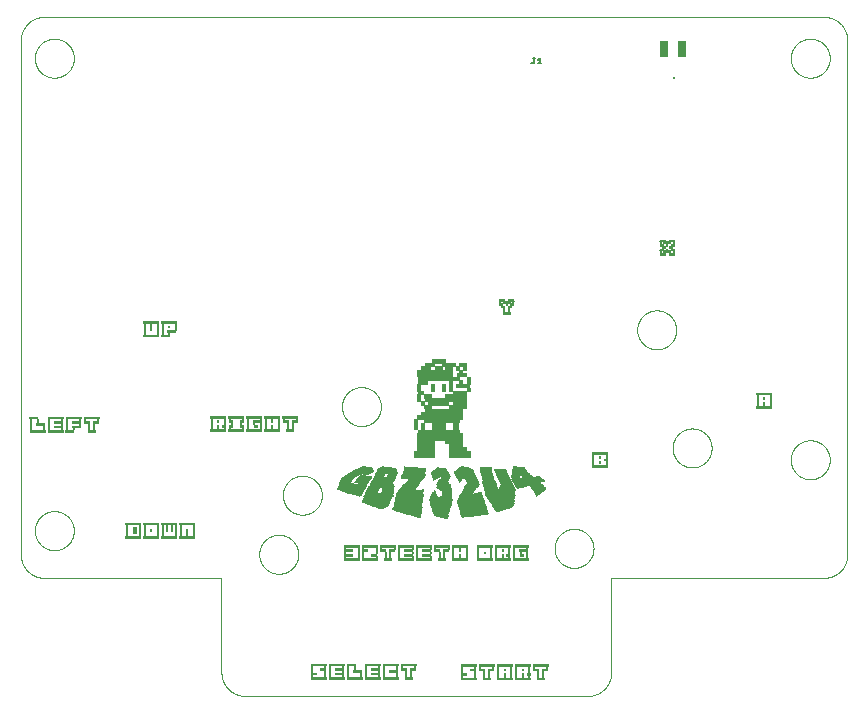
<source format=gto>
G75*
%MOIN*%
%OFA0B0*%
%FSLAX25Y25*%
%IPPOS*%
%LPD*%
%AMOC8*
5,1,8,0,0,1.08239X$1,22.5*
%
%ADD10C,0.00000*%
%ADD11R,0.05200X0.00200*%
%ADD12R,0.02400X0.00200*%
%ADD13R,0.00800X0.00200*%
%ADD14R,0.03000X0.00200*%
%ADD15R,0.02200X0.00200*%
%ADD16R,0.01400X0.00200*%
%ADD17R,0.01600X0.00200*%
%ADD18R,0.00200X0.00100*%
%ADD19R,0.00700X0.00100*%
%ADD20R,0.01200X0.00100*%
%ADD21R,0.01600X0.00100*%
%ADD22R,0.02000X0.00100*%
%ADD23R,0.02500X0.00100*%
%ADD24R,0.01100X0.00100*%
%ADD25R,0.02900X0.00100*%
%ADD26R,0.00800X0.00100*%
%ADD27R,0.01500X0.00100*%
%ADD28R,0.03200X0.00100*%
%ADD29R,0.02200X0.00100*%
%ADD30R,0.01900X0.00100*%
%ADD31R,0.03700X0.00100*%
%ADD32R,0.03300X0.00100*%
%ADD33R,0.02300X0.00100*%
%ADD34R,0.04100X0.00100*%
%ADD35R,0.04300X0.00100*%
%ADD36R,0.02700X0.00100*%
%ADD37R,0.04400X0.00100*%
%ADD38R,0.05200X0.00100*%
%ADD39R,0.03100X0.00100*%
%ADD40R,0.04700X0.00100*%
%ADD41R,0.05900X0.00100*%
%ADD42R,0.03600X0.00100*%
%ADD43R,0.06700X0.00100*%
%ADD44R,0.04000X0.00100*%
%ADD45R,0.07300X0.00100*%
%ADD46R,0.04900X0.00100*%
%ADD47R,0.07900X0.00100*%
%ADD48R,0.08500X0.00100*%
%ADD49R,0.05000X0.00100*%
%ADD50R,0.09200X0.00100*%
%ADD51R,0.05400X0.00100*%
%ADD52R,0.05100X0.00100*%
%ADD53R,0.09400X0.00100*%
%ADD54R,0.05700X0.00100*%
%ADD55R,0.09300X0.00100*%
%ADD56R,0.06100X0.00100*%
%ADD57R,0.06400X0.00100*%
%ADD58R,0.05300X0.00100*%
%ADD59R,0.06800X0.00100*%
%ADD60R,0.07100X0.00100*%
%ADD61R,0.07500X0.00100*%
%ADD62R,0.05500X0.00100*%
%ADD63R,0.07800X0.00100*%
%ADD64R,0.00400X0.00100*%
%ADD65R,0.08100X0.00100*%
%ADD66R,0.08400X0.00100*%
%ADD67R,0.01300X0.00100*%
%ADD68R,0.08700X0.00100*%
%ADD69R,0.09000X0.00100*%
%ADD70R,0.02100X0.00100*%
%ADD71R,0.09700X0.00100*%
%ADD72R,0.02800X0.00100*%
%ADD73R,0.06300X0.00100*%
%ADD74R,0.09600X0.00100*%
%ADD75R,0.04800X0.00100*%
%ADD76R,0.02400X0.00100*%
%ADD77R,0.06500X0.00100*%
%ADD78R,0.03000X0.00100*%
%ADD79R,0.05800X0.00100*%
%ADD80R,0.03500X0.00100*%
%ADD81R,0.04600X0.00100*%
%ADD82R,0.06900X0.00100*%
%ADD83R,0.07000X0.00100*%
%ADD84R,0.05600X0.00100*%
%ADD85R,0.09500X0.00100*%
%ADD86R,0.07200X0.00100*%
%ADD87R,0.06000X0.00100*%
%ADD88R,0.06600X0.00100*%
%ADD89R,0.07400X0.00100*%
%ADD90R,0.07600X0.00100*%
%ADD91R,0.07700X0.00100*%
%ADD92R,0.08000X0.00100*%
%ADD93R,0.08200X0.00100*%
%ADD94R,0.09100X0.00100*%
%ADD95R,0.08600X0.00100*%
%ADD96R,0.08900X0.00100*%
%ADD97R,0.08800X0.00100*%
%ADD98R,0.08300X0.00100*%
%ADD99R,0.03800X0.00100*%
%ADD100R,0.00300X0.00100*%
%ADD101R,0.00100X0.00100*%
%ADD102R,0.00900X0.00100*%
%ADD103R,0.00500X0.00100*%
%ADD104R,0.09800X0.00100*%
%ADD105R,0.01800X0.00100*%
%ADD106R,0.01000X0.00100*%
%ADD107R,0.01700X0.00100*%
%ADD108R,0.03400X0.00100*%
%ADD109R,0.01400X0.00100*%
%ADD110R,0.04200X0.00100*%
%ADD111R,0.09900X0.00100*%
%ADD112R,0.10000X0.00100*%
%ADD113R,0.10100X0.00100*%
%ADD114R,0.00600X0.00100*%
%ADD115R,0.02600X0.00100*%
%ADD116R,0.03900X0.00100*%
%ADD117R,0.10200X0.00100*%
%ADD118R,0.10300X0.00100*%
%ADD119R,0.10400X0.00100*%
%ADD120R,0.04500X0.00100*%
%ADD121R,0.10500X0.00100*%
%ADD122R,0.10800X0.00100*%
%ADD123R,0.10900X0.00100*%
%ADD124R,0.10700X0.00100*%
%ADD125R,0.06200X0.00100*%
%ADD126R,0.15200X0.00100*%
%ADD127R,0.14000X0.00100*%
%ADD128R,0.11700X0.00100*%
%ADD129R,0.14100X0.00100*%
%ADD130R,0.12900X0.00100*%
%ADD131R,0.16400X0.00100*%
%ADD132R,0.02559X0.05512*%
%ADD133R,0.00787X0.00787*%
%ADD134C,0.00500*%
D10*
X0010874Y0042870D02*
X0069929Y0042870D01*
X0069929Y0011374D01*
X0069931Y0011184D01*
X0069938Y0010994D01*
X0069950Y0010804D01*
X0069966Y0010614D01*
X0069986Y0010425D01*
X0070012Y0010236D01*
X0070041Y0010048D01*
X0070076Y0009861D01*
X0070115Y0009675D01*
X0070158Y0009490D01*
X0070206Y0009305D01*
X0070258Y0009122D01*
X0070314Y0008941D01*
X0070375Y0008761D01*
X0070441Y0008582D01*
X0070510Y0008405D01*
X0070584Y0008229D01*
X0070662Y0008056D01*
X0070745Y0007884D01*
X0070831Y0007715D01*
X0070921Y0007547D01*
X0071016Y0007382D01*
X0071114Y0007219D01*
X0071217Y0007059D01*
X0071323Y0006901D01*
X0071433Y0006746D01*
X0071546Y0006593D01*
X0071664Y0006443D01*
X0071785Y0006297D01*
X0071909Y0006153D01*
X0072037Y0006012D01*
X0072168Y0005874D01*
X0072303Y0005739D01*
X0072441Y0005608D01*
X0072582Y0005480D01*
X0072726Y0005356D01*
X0072872Y0005235D01*
X0073022Y0005117D01*
X0073175Y0005004D01*
X0073330Y0004894D01*
X0073488Y0004788D01*
X0073648Y0004685D01*
X0073811Y0004587D01*
X0073976Y0004492D01*
X0074144Y0004402D01*
X0074313Y0004316D01*
X0074485Y0004233D01*
X0074658Y0004155D01*
X0074834Y0004081D01*
X0075011Y0004012D01*
X0075190Y0003946D01*
X0075370Y0003885D01*
X0075551Y0003829D01*
X0075734Y0003777D01*
X0075919Y0003729D01*
X0076104Y0003686D01*
X0076290Y0003647D01*
X0076477Y0003612D01*
X0076665Y0003583D01*
X0076854Y0003557D01*
X0077043Y0003537D01*
X0077233Y0003521D01*
X0077423Y0003509D01*
X0077613Y0003502D01*
X0077803Y0003500D01*
X0191976Y0003500D01*
X0192166Y0003502D01*
X0192356Y0003509D01*
X0192546Y0003521D01*
X0192736Y0003537D01*
X0192925Y0003557D01*
X0193114Y0003583D01*
X0193302Y0003612D01*
X0193489Y0003647D01*
X0193675Y0003686D01*
X0193860Y0003729D01*
X0194045Y0003777D01*
X0194228Y0003829D01*
X0194409Y0003885D01*
X0194589Y0003946D01*
X0194768Y0004012D01*
X0194945Y0004081D01*
X0195121Y0004155D01*
X0195294Y0004233D01*
X0195466Y0004316D01*
X0195635Y0004402D01*
X0195803Y0004492D01*
X0195968Y0004587D01*
X0196131Y0004685D01*
X0196291Y0004788D01*
X0196449Y0004894D01*
X0196604Y0005004D01*
X0196757Y0005117D01*
X0196907Y0005235D01*
X0197053Y0005356D01*
X0197197Y0005480D01*
X0197338Y0005608D01*
X0197476Y0005739D01*
X0197611Y0005874D01*
X0197742Y0006012D01*
X0197870Y0006153D01*
X0197994Y0006297D01*
X0198115Y0006443D01*
X0198233Y0006593D01*
X0198346Y0006746D01*
X0198456Y0006901D01*
X0198562Y0007059D01*
X0198665Y0007219D01*
X0198763Y0007382D01*
X0198858Y0007547D01*
X0198948Y0007715D01*
X0199034Y0007884D01*
X0199117Y0008056D01*
X0199195Y0008229D01*
X0199269Y0008405D01*
X0199338Y0008582D01*
X0199404Y0008761D01*
X0199465Y0008941D01*
X0199521Y0009122D01*
X0199573Y0009305D01*
X0199621Y0009490D01*
X0199664Y0009675D01*
X0199703Y0009861D01*
X0199738Y0010048D01*
X0199767Y0010236D01*
X0199793Y0010425D01*
X0199813Y0010614D01*
X0199829Y0010804D01*
X0199841Y0010994D01*
X0199848Y0011184D01*
X0199850Y0011374D01*
X0199850Y0042870D01*
X0270717Y0042870D01*
X0270907Y0042872D01*
X0271097Y0042879D01*
X0271287Y0042891D01*
X0271477Y0042907D01*
X0271666Y0042927D01*
X0271855Y0042953D01*
X0272043Y0042982D01*
X0272230Y0043017D01*
X0272416Y0043056D01*
X0272601Y0043099D01*
X0272786Y0043147D01*
X0272969Y0043199D01*
X0273150Y0043255D01*
X0273330Y0043316D01*
X0273509Y0043382D01*
X0273686Y0043451D01*
X0273862Y0043525D01*
X0274035Y0043603D01*
X0274207Y0043686D01*
X0274376Y0043772D01*
X0274544Y0043862D01*
X0274709Y0043957D01*
X0274872Y0044055D01*
X0275032Y0044158D01*
X0275190Y0044264D01*
X0275345Y0044374D01*
X0275498Y0044487D01*
X0275648Y0044605D01*
X0275794Y0044726D01*
X0275938Y0044850D01*
X0276079Y0044978D01*
X0276217Y0045109D01*
X0276352Y0045244D01*
X0276483Y0045382D01*
X0276611Y0045523D01*
X0276735Y0045667D01*
X0276856Y0045813D01*
X0276974Y0045963D01*
X0277087Y0046116D01*
X0277197Y0046271D01*
X0277303Y0046429D01*
X0277406Y0046589D01*
X0277504Y0046752D01*
X0277599Y0046917D01*
X0277689Y0047085D01*
X0277775Y0047254D01*
X0277858Y0047426D01*
X0277936Y0047599D01*
X0278010Y0047775D01*
X0278079Y0047952D01*
X0278145Y0048131D01*
X0278206Y0048311D01*
X0278262Y0048492D01*
X0278314Y0048675D01*
X0278362Y0048860D01*
X0278405Y0049045D01*
X0278444Y0049231D01*
X0278479Y0049418D01*
X0278508Y0049606D01*
X0278534Y0049795D01*
X0278554Y0049984D01*
X0278570Y0050174D01*
X0278582Y0050364D01*
X0278589Y0050554D01*
X0278591Y0050744D01*
X0278591Y0222004D01*
X0278589Y0222194D01*
X0278582Y0222384D01*
X0278570Y0222574D01*
X0278554Y0222764D01*
X0278534Y0222953D01*
X0278508Y0223142D01*
X0278479Y0223330D01*
X0278444Y0223517D01*
X0278405Y0223703D01*
X0278362Y0223888D01*
X0278314Y0224073D01*
X0278262Y0224256D01*
X0278206Y0224437D01*
X0278145Y0224617D01*
X0278079Y0224796D01*
X0278010Y0224973D01*
X0277936Y0225149D01*
X0277858Y0225322D01*
X0277775Y0225494D01*
X0277689Y0225663D01*
X0277599Y0225831D01*
X0277504Y0225996D01*
X0277406Y0226159D01*
X0277303Y0226319D01*
X0277197Y0226477D01*
X0277087Y0226632D01*
X0276974Y0226785D01*
X0276856Y0226935D01*
X0276735Y0227081D01*
X0276611Y0227225D01*
X0276483Y0227366D01*
X0276352Y0227504D01*
X0276217Y0227639D01*
X0276079Y0227770D01*
X0275938Y0227898D01*
X0275794Y0228022D01*
X0275648Y0228143D01*
X0275498Y0228261D01*
X0275345Y0228374D01*
X0275190Y0228484D01*
X0275032Y0228590D01*
X0274872Y0228693D01*
X0274709Y0228791D01*
X0274544Y0228886D01*
X0274376Y0228976D01*
X0274207Y0229062D01*
X0274035Y0229145D01*
X0273862Y0229223D01*
X0273686Y0229297D01*
X0273509Y0229366D01*
X0273330Y0229432D01*
X0273150Y0229493D01*
X0272969Y0229549D01*
X0272786Y0229601D01*
X0272601Y0229649D01*
X0272416Y0229692D01*
X0272230Y0229731D01*
X0272043Y0229766D01*
X0271855Y0229795D01*
X0271666Y0229821D01*
X0271477Y0229841D01*
X0271287Y0229857D01*
X0271097Y0229869D01*
X0270907Y0229876D01*
X0270717Y0229878D01*
X0010874Y0229878D01*
X0010684Y0229876D01*
X0010494Y0229869D01*
X0010304Y0229857D01*
X0010114Y0229841D01*
X0009925Y0229821D01*
X0009736Y0229795D01*
X0009548Y0229766D01*
X0009361Y0229731D01*
X0009175Y0229692D01*
X0008990Y0229649D01*
X0008805Y0229601D01*
X0008622Y0229549D01*
X0008441Y0229493D01*
X0008261Y0229432D01*
X0008082Y0229366D01*
X0007905Y0229297D01*
X0007729Y0229223D01*
X0007556Y0229145D01*
X0007384Y0229062D01*
X0007215Y0228976D01*
X0007047Y0228886D01*
X0006882Y0228791D01*
X0006719Y0228693D01*
X0006559Y0228590D01*
X0006401Y0228484D01*
X0006246Y0228374D01*
X0006093Y0228261D01*
X0005943Y0228143D01*
X0005797Y0228022D01*
X0005653Y0227898D01*
X0005512Y0227770D01*
X0005374Y0227639D01*
X0005239Y0227504D01*
X0005108Y0227366D01*
X0004980Y0227225D01*
X0004856Y0227081D01*
X0004735Y0226935D01*
X0004617Y0226785D01*
X0004504Y0226632D01*
X0004394Y0226477D01*
X0004288Y0226319D01*
X0004185Y0226159D01*
X0004087Y0225996D01*
X0003992Y0225831D01*
X0003902Y0225663D01*
X0003816Y0225494D01*
X0003733Y0225322D01*
X0003655Y0225149D01*
X0003581Y0224973D01*
X0003512Y0224796D01*
X0003446Y0224617D01*
X0003385Y0224437D01*
X0003329Y0224256D01*
X0003277Y0224073D01*
X0003229Y0223888D01*
X0003186Y0223703D01*
X0003147Y0223517D01*
X0003112Y0223330D01*
X0003083Y0223142D01*
X0003057Y0222953D01*
X0003037Y0222764D01*
X0003021Y0222574D01*
X0003009Y0222384D01*
X0003002Y0222194D01*
X0003000Y0222004D01*
X0003000Y0050744D01*
X0003002Y0050554D01*
X0003009Y0050364D01*
X0003021Y0050174D01*
X0003037Y0049984D01*
X0003057Y0049795D01*
X0003083Y0049606D01*
X0003112Y0049418D01*
X0003147Y0049231D01*
X0003186Y0049045D01*
X0003229Y0048860D01*
X0003277Y0048675D01*
X0003329Y0048492D01*
X0003385Y0048311D01*
X0003446Y0048131D01*
X0003512Y0047952D01*
X0003581Y0047775D01*
X0003655Y0047599D01*
X0003733Y0047426D01*
X0003816Y0047254D01*
X0003902Y0047085D01*
X0003992Y0046917D01*
X0004087Y0046752D01*
X0004185Y0046589D01*
X0004288Y0046429D01*
X0004394Y0046271D01*
X0004504Y0046116D01*
X0004617Y0045963D01*
X0004735Y0045813D01*
X0004856Y0045667D01*
X0004980Y0045523D01*
X0005108Y0045382D01*
X0005239Y0045244D01*
X0005374Y0045109D01*
X0005512Y0044978D01*
X0005653Y0044850D01*
X0005797Y0044726D01*
X0005943Y0044605D01*
X0006093Y0044487D01*
X0006246Y0044374D01*
X0006401Y0044264D01*
X0006559Y0044158D01*
X0006719Y0044055D01*
X0006882Y0043957D01*
X0007047Y0043862D01*
X0007215Y0043772D01*
X0007384Y0043686D01*
X0007556Y0043603D01*
X0007729Y0043525D01*
X0007905Y0043451D01*
X0008082Y0043382D01*
X0008261Y0043316D01*
X0008441Y0043255D01*
X0008622Y0043199D01*
X0008805Y0043147D01*
X0008990Y0043099D01*
X0009175Y0043056D01*
X0009361Y0043017D01*
X0009548Y0042982D01*
X0009736Y0042953D01*
X0009925Y0042927D01*
X0010114Y0042907D01*
X0010304Y0042891D01*
X0010494Y0042879D01*
X0010684Y0042872D01*
X0010874Y0042870D01*
X0007720Y0058618D02*
X0007722Y0058779D01*
X0007728Y0058939D01*
X0007738Y0059100D01*
X0007752Y0059260D01*
X0007770Y0059420D01*
X0007791Y0059579D01*
X0007817Y0059738D01*
X0007847Y0059896D01*
X0007880Y0060053D01*
X0007918Y0060210D01*
X0007959Y0060365D01*
X0008004Y0060519D01*
X0008053Y0060672D01*
X0008106Y0060824D01*
X0008162Y0060975D01*
X0008223Y0061124D01*
X0008286Y0061272D01*
X0008354Y0061418D01*
X0008425Y0061562D01*
X0008499Y0061704D01*
X0008577Y0061845D01*
X0008659Y0061983D01*
X0008744Y0062120D01*
X0008832Y0062254D01*
X0008924Y0062386D01*
X0009019Y0062516D01*
X0009117Y0062644D01*
X0009218Y0062769D01*
X0009322Y0062891D01*
X0009429Y0063011D01*
X0009539Y0063128D01*
X0009652Y0063243D01*
X0009768Y0063354D01*
X0009887Y0063463D01*
X0010008Y0063568D01*
X0010132Y0063671D01*
X0010258Y0063771D01*
X0010386Y0063867D01*
X0010517Y0063960D01*
X0010651Y0064050D01*
X0010786Y0064137D01*
X0010924Y0064220D01*
X0011063Y0064300D01*
X0011205Y0064376D01*
X0011348Y0064449D01*
X0011493Y0064518D01*
X0011640Y0064584D01*
X0011788Y0064646D01*
X0011938Y0064704D01*
X0012089Y0064759D01*
X0012242Y0064810D01*
X0012396Y0064857D01*
X0012551Y0064900D01*
X0012707Y0064939D01*
X0012863Y0064975D01*
X0013021Y0065006D01*
X0013179Y0065034D01*
X0013338Y0065058D01*
X0013498Y0065078D01*
X0013658Y0065094D01*
X0013818Y0065106D01*
X0013979Y0065114D01*
X0014140Y0065118D01*
X0014300Y0065118D01*
X0014461Y0065114D01*
X0014622Y0065106D01*
X0014782Y0065094D01*
X0014942Y0065078D01*
X0015102Y0065058D01*
X0015261Y0065034D01*
X0015419Y0065006D01*
X0015577Y0064975D01*
X0015733Y0064939D01*
X0015889Y0064900D01*
X0016044Y0064857D01*
X0016198Y0064810D01*
X0016351Y0064759D01*
X0016502Y0064704D01*
X0016652Y0064646D01*
X0016800Y0064584D01*
X0016947Y0064518D01*
X0017092Y0064449D01*
X0017235Y0064376D01*
X0017377Y0064300D01*
X0017516Y0064220D01*
X0017654Y0064137D01*
X0017789Y0064050D01*
X0017923Y0063960D01*
X0018054Y0063867D01*
X0018182Y0063771D01*
X0018308Y0063671D01*
X0018432Y0063568D01*
X0018553Y0063463D01*
X0018672Y0063354D01*
X0018788Y0063243D01*
X0018901Y0063128D01*
X0019011Y0063011D01*
X0019118Y0062891D01*
X0019222Y0062769D01*
X0019323Y0062644D01*
X0019421Y0062516D01*
X0019516Y0062386D01*
X0019608Y0062254D01*
X0019696Y0062120D01*
X0019781Y0061983D01*
X0019863Y0061845D01*
X0019941Y0061704D01*
X0020015Y0061562D01*
X0020086Y0061418D01*
X0020154Y0061272D01*
X0020217Y0061124D01*
X0020278Y0060975D01*
X0020334Y0060824D01*
X0020387Y0060672D01*
X0020436Y0060519D01*
X0020481Y0060365D01*
X0020522Y0060210D01*
X0020560Y0060053D01*
X0020593Y0059896D01*
X0020623Y0059738D01*
X0020649Y0059579D01*
X0020670Y0059420D01*
X0020688Y0059260D01*
X0020702Y0059100D01*
X0020712Y0058939D01*
X0020718Y0058779D01*
X0020720Y0058618D01*
X0020718Y0058457D01*
X0020712Y0058297D01*
X0020702Y0058136D01*
X0020688Y0057976D01*
X0020670Y0057816D01*
X0020649Y0057657D01*
X0020623Y0057498D01*
X0020593Y0057340D01*
X0020560Y0057183D01*
X0020522Y0057026D01*
X0020481Y0056871D01*
X0020436Y0056717D01*
X0020387Y0056564D01*
X0020334Y0056412D01*
X0020278Y0056261D01*
X0020217Y0056112D01*
X0020154Y0055964D01*
X0020086Y0055818D01*
X0020015Y0055674D01*
X0019941Y0055532D01*
X0019863Y0055391D01*
X0019781Y0055253D01*
X0019696Y0055116D01*
X0019608Y0054982D01*
X0019516Y0054850D01*
X0019421Y0054720D01*
X0019323Y0054592D01*
X0019222Y0054467D01*
X0019118Y0054345D01*
X0019011Y0054225D01*
X0018901Y0054108D01*
X0018788Y0053993D01*
X0018672Y0053882D01*
X0018553Y0053773D01*
X0018432Y0053668D01*
X0018308Y0053565D01*
X0018182Y0053465D01*
X0018054Y0053369D01*
X0017923Y0053276D01*
X0017789Y0053186D01*
X0017654Y0053099D01*
X0017516Y0053016D01*
X0017377Y0052936D01*
X0017235Y0052860D01*
X0017092Y0052787D01*
X0016947Y0052718D01*
X0016800Y0052652D01*
X0016652Y0052590D01*
X0016502Y0052532D01*
X0016351Y0052477D01*
X0016198Y0052426D01*
X0016044Y0052379D01*
X0015889Y0052336D01*
X0015733Y0052297D01*
X0015577Y0052261D01*
X0015419Y0052230D01*
X0015261Y0052202D01*
X0015102Y0052178D01*
X0014942Y0052158D01*
X0014782Y0052142D01*
X0014622Y0052130D01*
X0014461Y0052122D01*
X0014300Y0052118D01*
X0014140Y0052118D01*
X0013979Y0052122D01*
X0013818Y0052130D01*
X0013658Y0052142D01*
X0013498Y0052158D01*
X0013338Y0052178D01*
X0013179Y0052202D01*
X0013021Y0052230D01*
X0012863Y0052261D01*
X0012707Y0052297D01*
X0012551Y0052336D01*
X0012396Y0052379D01*
X0012242Y0052426D01*
X0012089Y0052477D01*
X0011938Y0052532D01*
X0011788Y0052590D01*
X0011640Y0052652D01*
X0011493Y0052718D01*
X0011348Y0052787D01*
X0011205Y0052860D01*
X0011063Y0052936D01*
X0010924Y0053016D01*
X0010786Y0053099D01*
X0010651Y0053186D01*
X0010517Y0053276D01*
X0010386Y0053369D01*
X0010258Y0053465D01*
X0010132Y0053565D01*
X0010008Y0053668D01*
X0009887Y0053773D01*
X0009768Y0053882D01*
X0009652Y0053993D01*
X0009539Y0054108D01*
X0009429Y0054225D01*
X0009322Y0054345D01*
X0009218Y0054467D01*
X0009117Y0054592D01*
X0009019Y0054720D01*
X0008924Y0054850D01*
X0008832Y0054982D01*
X0008744Y0055116D01*
X0008659Y0055253D01*
X0008577Y0055391D01*
X0008499Y0055532D01*
X0008425Y0055674D01*
X0008354Y0055818D01*
X0008286Y0055964D01*
X0008223Y0056112D01*
X0008162Y0056261D01*
X0008106Y0056412D01*
X0008053Y0056564D01*
X0008004Y0056717D01*
X0007959Y0056871D01*
X0007918Y0057026D01*
X0007880Y0057183D01*
X0007847Y0057340D01*
X0007817Y0057498D01*
X0007791Y0057657D01*
X0007770Y0057816D01*
X0007752Y0057976D01*
X0007738Y0058136D01*
X0007728Y0058297D01*
X0007722Y0058457D01*
X0007720Y0058618D01*
X0082524Y0050744D02*
X0082526Y0050905D01*
X0082532Y0051065D01*
X0082542Y0051226D01*
X0082556Y0051386D01*
X0082574Y0051546D01*
X0082595Y0051705D01*
X0082621Y0051864D01*
X0082651Y0052022D01*
X0082684Y0052179D01*
X0082722Y0052336D01*
X0082763Y0052491D01*
X0082808Y0052645D01*
X0082857Y0052798D01*
X0082910Y0052950D01*
X0082966Y0053101D01*
X0083027Y0053250D01*
X0083090Y0053398D01*
X0083158Y0053544D01*
X0083229Y0053688D01*
X0083303Y0053830D01*
X0083381Y0053971D01*
X0083463Y0054109D01*
X0083548Y0054246D01*
X0083636Y0054380D01*
X0083728Y0054512D01*
X0083823Y0054642D01*
X0083921Y0054770D01*
X0084022Y0054895D01*
X0084126Y0055017D01*
X0084233Y0055137D01*
X0084343Y0055254D01*
X0084456Y0055369D01*
X0084572Y0055480D01*
X0084691Y0055589D01*
X0084812Y0055694D01*
X0084936Y0055797D01*
X0085062Y0055897D01*
X0085190Y0055993D01*
X0085321Y0056086D01*
X0085455Y0056176D01*
X0085590Y0056263D01*
X0085728Y0056346D01*
X0085867Y0056426D01*
X0086009Y0056502D01*
X0086152Y0056575D01*
X0086297Y0056644D01*
X0086444Y0056710D01*
X0086592Y0056772D01*
X0086742Y0056830D01*
X0086893Y0056885D01*
X0087046Y0056936D01*
X0087200Y0056983D01*
X0087355Y0057026D01*
X0087511Y0057065D01*
X0087667Y0057101D01*
X0087825Y0057132D01*
X0087983Y0057160D01*
X0088142Y0057184D01*
X0088302Y0057204D01*
X0088462Y0057220D01*
X0088622Y0057232D01*
X0088783Y0057240D01*
X0088944Y0057244D01*
X0089104Y0057244D01*
X0089265Y0057240D01*
X0089426Y0057232D01*
X0089586Y0057220D01*
X0089746Y0057204D01*
X0089906Y0057184D01*
X0090065Y0057160D01*
X0090223Y0057132D01*
X0090381Y0057101D01*
X0090537Y0057065D01*
X0090693Y0057026D01*
X0090848Y0056983D01*
X0091002Y0056936D01*
X0091155Y0056885D01*
X0091306Y0056830D01*
X0091456Y0056772D01*
X0091604Y0056710D01*
X0091751Y0056644D01*
X0091896Y0056575D01*
X0092039Y0056502D01*
X0092181Y0056426D01*
X0092320Y0056346D01*
X0092458Y0056263D01*
X0092593Y0056176D01*
X0092727Y0056086D01*
X0092858Y0055993D01*
X0092986Y0055897D01*
X0093112Y0055797D01*
X0093236Y0055694D01*
X0093357Y0055589D01*
X0093476Y0055480D01*
X0093592Y0055369D01*
X0093705Y0055254D01*
X0093815Y0055137D01*
X0093922Y0055017D01*
X0094026Y0054895D01*
X0094127Y0054770D01*
X0094225Y0054642D01*
X0094320Y0054512D01*
X0094412Y0054380D01*
X0094500Y0054246D01*
X0094585Y0054109D01*
X0094667Y0053971D01*
X0094745Y0053830D01*
X0094819Y0053688D01*
X0094890Y0053544D01*
X0094958Y0053398D01*
X0095021Y0053250D01*
X0095082Y0053101D01*
X0095138Y0052950D01*
X0095191Y0052798D01*
X0095240Y0052645D01*
X0095285Y0052491D01*
X0095326Y0052336D01*
X0095364Y0052179D01*
X0095397Y0052022D01*
X0095427Y0051864D01*
X0095453Y0051705D01*
X0095474Y0051546D01*
X0095492Y0051386D01*
X0095506Y0051226D01*
X0095516Y0051065D01*
X0095522Y0050905D01*
X0095524Y0050744D01*
X0095522Y0050583D01*
X0095516Y0050423D01*
X0095506Y0050262D01*
X0095492Y0050102D01*
X0095474Y0049942D01*
X0095453Y0049783D01*
X0095427Y0049624D01*
X0095397Y0049466D01*
X0095364Y0049309D01*
X0095326Y0049152D01*
X0095285Y0048997D01*
X0095240Y0048843D01*
X0095191Y0048690D01*
X0095138Y0048538D01*
X0095082Y0048387D01*
X0095021Y0048238D01*
X0094958Y0048090D01*
X0094890Y0047944D01*
X0094819Y0047800D01*
X0094745Y0047658D01*
X0094667Y0047517D01*
X0094585Y0047379D01*
X0094500Y0047242D01*
X0094412Y0047108D01*
X0094320Y0046976D01*
X0094225Y0046846D01*
X0094127Y0046718D01*
X0094026Y0046593D01*
X0093922Y0046471D01*
X0093815Y0046351D01*
X0093705Y0046234D01*
X0093592Y0046119D01*
X0093476Y0046008D01*
X0093357Y0045899D01*
X0093236Y0045794D01*
X0093112Y0045691D01*
X0092986Y0045591D01*
X0092858Y0045495D01*
X0092727Y0045402D01*
X0092593Y0045312D01*
X0092458Y0045225D01*
X0092320Y0045142D01*
X0092181Y0045062D01*
X0092039Y0044986D01*
X0091896Y0044913D01*
X0091751Y0044844D01*
X0091604Y0044778D01*
X0091456Y0044716D01*
X0091306Y0044658D01*
X0091155Y0044603D01*
X0091002Y0044552D01*
X0090848Y0044505D01*
X0090693Y0044462D01*
X0090537Y0044423D01*
X0090381Y0044387D01*
X0090223Y0044356D01*
X0090065Y0044328D01*
X0089906Y0044304D01*
X0089746Y0044284D01*
X0089586Y0044268D01*
X0089426Y0044256D01*
X0089265Y0044248D01*
X0089104Y0044244D01*
X0088944Y0044244D01*
X0088783Y0044248D01*
X0088622Y0044256D01*
X0088462Y0044268D01*
X0088302Y0044284D01*
X0088142Y0044304D01*
X0087983Y0044328D01*
X0087825Y0044356D01*
X0087667Y0044387D01*
X0087511Y0044423D01*
X0087355Y0044462D01*
X0087200Y0044505D01*
X0087046Y0044552D01*
X0086893Y0044603D01*
X0086742Y0044658D01*
X0086592Y0044716D01*
X0086444Y0044778D01*
X0086297Y0044844D01*
X0086152Y0044913D01*
X0086009Y0044986D01*
X0085867Y0045062D01*
X0085728Y0045142D01*
X0085590Y0045225D01*
X0085455Y0045312D01*
X0085321Y0045402D01*
X0085190Y0045495D01*
X0085062Y0045591D01*
X0084936Y0045691D01*
X0084812Y0045794D01*
X0084691Y0045899D01*
X0084572Y0046008D01*
X0084456Y0046119D01*
X0084343Y0046234D01*
X0084233Y0046351D01*
X0084126Y0046471D01*
X0084022Y0046593D01*
X0083921Y0046718D01*
X0083823Y0046846D01*
X0083728Y0046976D01*
X0083636Y0047108D01*
X0083548Y0047242D01*
X0083463Y0047379D01*
X0083381Y0047517D01*
X0083303Y0047658D01*
X0083229Y0047800D01*
X0083158Y0047944D01*
X0083090Y0048090D01*
X0083027Y0048238D01*
X0082966Y0048387D01*
X0082910Y0048538D01*
X0082857Y0048690D01*
X0082808Y0048843D01*
X0082763Y0048997D01*
X0082722Y0049152D01*
X0082684Y0049309D01*
X0082651Y0049466D01*
X0082621Y0049624D01*
X0082595Y0049783D01*
X0082574Y0049942D01*
X0082556Y0050102D01*
X0082542Y0050262D01*
X0082532Y0050423D01*
X0082526Y0050583D01*
X0082524Y0050744D01*
X0090398Y0070429D02*
X0090400Y0070590D01*
X0090406Y0070750D01*
X0090416Y0070911D01*
X0090430Y0071071D01*
X0090448Y0071231D01*
X0090469Y0071390D01*
X0090495Y0071549D01*
X0090525Y0071707D01*
X0090558Y0071864D01*
X0090596Y0072021D01*
X0090637Y0072176D01*
X0090682Y0072330D01*
X0090731Y0072483D01*
X0090784Y0072635D01*
X0090840Y0072786D01*
X0090901Y0072935D01*
X0090964Y0073083D01*
X0091032Y0073229D01*
X0091103Y0073373D01*
X0091177Y0073515D01*
X0091255Y0073656D01*
X0091337Y0073794D01*
X0091422Y0073931D01*
X0091510Y0074065D01*
X0091602Y0074197D01*
X0091697Y0074327D01*
X0091795Y0074455D01*
X0091896Y0074580D01*
X0092000Y0074702D01*
X0092107Y0074822D01*
X0092217Y0074939D01*
X0092330Y0075054D01*
X0092446Y0075165D01*
X0092565Y0075274D01*
X0092686Y0075379D01*
X0092810Y0075482D01*
X0092936Y0075582D01*
X0093064Y0075678D01*
X0093195Y0075771D01*
X0093329Y0075861D01*
X0093464Y0075948D01*
X0093602Y0076031D01*
X0093741Y0076111D01*
X0093883Y0076187D01*
X0094026Y0076260D01*
X0094171Y0076329D01*
X0094318Y0076395D01*
X0094466Y0076457D01*
X0094616Y0076515D01*
X0094767Y0076570D01*
X0094920Y0076621D01*
X0095074Y0076668D01*
X0095229Y0076711D01*
X0095385Y0076750D01*
X0095541Y0076786D01*
X0095699Y0076817D01*
X0095857Y0076845D01*
X0096016Y0076869D01*
X0096176Y0076889D01*
X0096336Y0076905D01*
X0096496Y0076917D01*
X0096657Y0076925D01*
X0096818Y0076929D01*
X0096978Y0076929D01*
X0097139Y0076925D01*
X0097300Y0076917D01*
X0097460Y0076905D01*
X0097620Y0076889D01*
X0097780Y0076869D01*
X0097939Y0076845D01*
X0098097Y0076817D01*
X0098255Y0076786D01*
X0098411Y0076750D01*
X0098567Y0076711D01*
X0098722Y0076668D01*
X0098876Y0076621D01*
X0099029Y0076570D01*
X0099180Y0076515D01*
X0099330Y0076457D01*
X0099478Y0076395D01*
X0099625Y0076329D01*
X0099770Y0076260D01*
X0099913Y0076187D01*
X0100055Y0076111D01*
X0100194Y0076031D01*
X0100332Y0075948D01*
X0100467Y0075861D01*
X0100601Y0075771D01*
X0100732Y0075678D01*
X0100860Y0075582D01*
X0100986Y0075482D01*
X0101110Y0075379D01*
X0101231Y0075274D01*
X0101350Y0075165D01*
X0101466Y0075054D01*
X0101579Y0074939D01*
X0101689Y0074822D01*
X0101796Y0074702D01*
X0101900Y0074580D01*
X0102001Y0074455D01*
X0102099Y0074327D01*
X0102194Y0074197D01*
X0102286Y0074065D01*
X0102374Y0073931D01*
X0102459Y0073794D01*
X0102541Y0073656D01*
X0102619Y0073515D01*
X0102693Y0073373D01*
X0102764Y0073229D01*
X0102832Y0073083D01*
X0102895Y0072935D01*
X0102956Y0072786D01*
X0103012Y0072635D01*
X0103065Y0072483D01*
X0103114Y0072330D01*
X0103159Y0072176D01*
X0103200Y0072021D01*
X0103238Y0071864D01*
X0103271Y0071707D01*
X0103301Y0071549D01*
X0103327Y0071390D01*
X0103348Y0071231D01*
X0103366Y0071071D01*
X0103380Y0070911D01*
X0103390Y0070750D01*
X0103396Y0070590D01*
X0103398Y0070429D01*
X0103396Y0070268D01*
X0103390Y0070108D01*
X0103380Y0069947D01*
X0103366Y0069787D01*
X0103348Y0069627D01*
X0103327Y0069468D01*
X0103301Y0069309D01*
X0103271Y0069151D01*
X0103238Y0068994D01*
X0103200Y0068837D01*
X0103159Y0068682D01*
X0103114Y0068528D01*
X0103065Y0068375D01*
X0103012Y0068223D01*
X0102956Y0068072D01*
X0102895Y0067923D01*
X0102832Y0067775D01*
X0102764Y0067629D01*
X0102693Y0067485D01*
X0102619Y0067343D01*
X0102541Y0067202D01*
X0102459Y0067064D01*
X0102374Y0066927D01*
X0102286Y0066793D01*
X0102194Y0066661D01*
X0102099Y0066531D01*
X0102001Y0066403D01*
X0101900Y0066278D01*
X0101796Y0066156D01*
X0101689Y0066036D01*
X0101579Y0065919D01*
X0101466Y0065804D01*
X0101350Y0065693D01*
X0101231Y0065584D01*
X0101110Y0065479D01*
X0100986Y0065376D01*
X0100860Y0065276D01*
X0100732Y0065180D01*
X0100601Y0065087D01*
X0100467Y0064997D01*
X0100332Y0064910D01*
X0100194Y0064827D01*
X0100055Y0064747D01*
X0099913Y0064671D01*
X0099770Y0064598D01*
X0099625Y0064529D01*
X0099478Y0064463D01*
X0099330Y0064401D01*
X0099180Y0064343D01*
X0099029Y0064288D01*
X0098876Y0064237D01*
X0098722Y0064190D01*
X0098567Y0064147D01*
X0098411Y0064108D01*
X0098255Y0064072D01*
X0098097Y0064041D01*
X0097939Y0064013D01*
X0097780Y0063989D01*
X0097620Y0063969D01*
X0097460Y0063953D01*
X0097300Y0063941D01*
X0097139Y0063933D01*
X0096978Y0063929D01*
X0096818Y0063929D01*
X0096657Y0063933D01*
X0096496Y0063941D01*
X0096336Y0063953D01*
X0096176Y0063969D01*
X0096016Y0063989D01*
X0095857Y0064013D01*
X0095699Y0064041D01*
X0095541Y0064072D01*
X0095385Y0064108D01*
X0095229Y0064147D01*
X0095074Y0064190D01*
X0094920Y0064237D01*
X0094767Y0064288D01*
X0094616Y0064343D01*
X0094466Y0064401D01*
X0094318Y0064463D01*
X0094171Y0064529D01*
X0094026Y0064598D01*
X0093883Y0064671D01*
X0093741Y0064747D01*
X0093602Y0064827D01*
X0093464Y0064910D01*
X0093329Y0064997D01*
X0093195Y0065087D01*
X0093064Y0065180D01*
X0092936Y0065276D01*
X0092810Y0065376D01*
X0092686Y0065479D01*
X0092565Y0065584D01*
X0092446Y0065693D01*
X0092330Y0065804D01*
X0092217Y0065919D01*
X0092107Y0066036D01*
X0092000Y0066156D01*
X0091896Y0066278D01*
X0091795Y0066403D01*
X0091697Y0066531D01*
X0091602Y0066661D01*
X0091510Y0066793D01*
X0091422Y0066927D01*
X0091337Y0067064D01*
X0091255Y0067202D01*
X0091177Y0067343D01*
X0091103Y0067485D01*
X0091032Y0067629D01*
X0090964Y0067775D01*
X0090901Y0067923D01*
X0090840Y0068072D01*
X0090784Y0068223D01*
X0090731Y0068375D01*
X0090682Y0068528D01*
X0090637Y0068682D01*
X0090596Y0068837D01*
X0090558Y0068994D01*
X0090525Y0069151D01*
X0090495Y0069309D01*
X0090469Y0069468D01*
X0090448Y0069627D01*
X0090430Y0069787D01*
X0090416Y0069947D01*
X0090406Y0070108D01*
X0090400Y0070268D01*
X0090398Y0070429D01*
X0110083Y0099957D02*
X0110085Y0100118D01*
X0110091Y0100278D01*
X0110101Y0100439D01*
X0110115Y0100599D01*
X0110133Y0100759D01*
X0110154Y0100918D01*
X0110180Y0101077D01*
X0110210Y0101235D01*
X0110243Y0101392D01*
X0110281Y0101549D01*
X0110322Y0101704D01*
X0110367Y0101858D01*
X0110416Y0102011D01*
X0110469Y0102163D01*
X0110525Y0102314D01*
X0110586Y0102463D01*
X0110649Y0102611D01*
X0110717Y0102757D01*
X0110788Y0102901D01*
X0110862Y0103043D01*
X0110940Y0103184D01*
X0111022Y0103322D01*
X0111107Y0103459D01*
X0111195Y0103593D01*
X0111287Y0103725D01*
X0111382Y0103855D01*
X0111480Y0103983D01*
X0111581Y0104108D01*
X0111685Y0104230D01*
X0111792Y0104350D01*
X0111902Y0104467D01*
X0112015Y0104582D01*
X0112131Y0104693D01*
X0112250Y0104802D01*
X0112371Y0104907D01*
X0112495Y0105010D01*
X0112621Y0105110D01*
X0112749Y0105206D01*
X0112880Y0105299D01*
X0113014Y0105389D01*
X0113149Y0105476D01*
X0113287Y0105559D01*
X0113426Y0105639D01*
X0113568Y0105715D01*
X0113711Y0105788D01*
X0113856Y0105857D01*
X0114003Y0105923D01*
X0114151Y0105985D01*
X0114301Y0106043D01*
X0114452Y0106098D01*
X0114605Y0106149D01*
X0114759Y0106196D01*
X0114914Y0106239D01*
X0115070Y0106278D01*
X0115226Y0106314D01*
X0115384Y0106345D01*
X0115542Y0106373D01*
X0115701Y0106397D01*
X0115861Y0106417D01*
X0116021Y0106433D01*
X0116181Y0106445D01*
X0116342Y0106453D01*
X0116503Y0106457D01*
X0116663Y0106457D01*
X0116824Y0106453D01*
X0116985Y0106445D01*
X0117145Y0106433D01*
X0117305Y0106417D01*
X0117465Y0106397D01*
X0117624Y0106373D01*
X0117782Y0106345D01*
X0117940Y0106314D01*
X0118096Y0106278D01*
X0118252Y0106239D01*
X0118407Y0106196D01*
X0118561Y0106149D01*
X0118714Y0106098D01*
X0118865Y0106043D01*
X0119015Y0105985D01*
X0119163Y0105923D01*
X0119310Y0105857D01*
X0119455Y0105788D01*
X0119598Y0105715D01*
X0119740Y0105639D01*
X0119879Y0105559D01*
X0120017Y0105476D01*
X0120152Y0105389D01*
X0120286Y0105299D01*
X0120417Y0105206D01*
X0120545Y0105110D01*
X0120671Y0105010D01*
X0120795Y0104907D01*
X0120916Y0104802D01*
X0121035Y0104693D01*
X0121151Y0104582D01*
X0121264Y0104467D01*
X0121374Y0104350D01*
X0121481Y0104230D01*
X0121585Y0104108D01*
X0121686Y0103983D01*
X0121784Y0103855D01*
X0121879Y0103725D01*
X0121971Y0103593D01*
X0122059Y0103459D01*
X0122144Y0103322D01*
X0122226Y0103184D01*
X0122304Y0103043D01*
X0122378Y0102901D01*
X0122449Y0102757D01*
X0122517Y0102611D01*
X0122580Y0102463D01*
X0122641Y0102314D01*
X0122697Y0102163D01*
X0122750Y0102011D01*
X0122799Y0101858D01*
X0122844Y0101704D01*
X0122885Y0101549D01*
X0122923Y0101392D01*
X0122956Y0101235D01*
X0122986Y0101077D01*
X0123012Y0100918D01*
X0123033Y0100759D01*
X0123051Y0100599D01*
X0123065Y0100439D01*
X0123075Y0100278D01*
X0123081Y0100118D01*
X0123083Y0099957D01*
X0123081Y0099796D01*
X0123075Y0099636D01*
X0123065Y0099475D01*
X0123051Y0099315D01*
X0123033Y0099155D01*
X0123012Y0098996D01*
X0122986Y0098837D01*
X0122956Y0098679D01*
X0122923Y0098522D01*
X0122885Y0098365D01*
X0122844Y0098210D01*
X0122799Y0098056D01*
X0122750Y0097903D01*
X0122697Y0097751D01*
X0122641Y0097600D01*
X0122580Y0097451D01*
X0122517Y0097303D01*
X0122449Y0097157D01*
X0122378Y0097013D01*
X0122304Y0096871D01*
X0122226Y0096730D01*
X0122144Y0096592D01*
X0122059Y0096455D01*
X0121971Y0096321D01*
X0121879Y0096189D01*
X0121784Y0096059D01*
X0121686Y0095931D01*
X0121585Y0095806D01*
X0121481Y0095684D01*
X0121374Y0095564D01*
X0121264Y0095447D01*
X0121151Y0095332D01*
X0121035Y0095221D01*
X0120916Y0095112D01*
X0120795Y0095007D01*
X0120671Y0094904D01*
X0120545Y0094804D01*
X0120417Y0094708D01*
X0120286Y0094615D01*
X0120152Y0094525D01*
X0120017Y0094438D01*
X0119879Y0094355D01*
X0119740Y0094275D01*
X0119598Y0094199D01*
X0119455Y0094126D01*
X0119310Y0094057D01*
X0119163Y0093991D01*
X0119015Y0093929D01*
X0118865Y0093871D01*
X0118714Y0093816D01*
X0118561Y0093765D01*
X0118407Y0093718D01*
X0118252Y0093675D01*
X0118096Y0093636D01*
X0117940Y0093600D01*
X0117782Y0093569D01*
X0117624Y0093541D01*
X0117465Y0093517D01*
X0117305Y0093497D01*
X0117145Y0093481D01*
X0116985Y0093469D01*
X0116824Y0093461D01*
X0116663Y0093457D01*
X0116503Y0093457D01*
X0116342Y0093461D01*
X0116181Y0093469D01*
X0116021Y0093481D01*
X0115861Y0093497D01*
X0115701Y0093517D01*
X0115542Y0093541D01*
X0115384Y0093569D01*
X0115226Y0093600D01*
X0115070Y0093636D01*
X0114914Y0093675D01*
X0114759Y0093718D01*
X0114605Y0093765D01*
X0114452Y0093816D01*
X0114301Y0093871D01*
X0114151Y0093929D01*
X0114003Y0093991D01*
X0113856Y0094057D01*
X0113711Y0094126D01*
X0113568Y0094199D01*
X0113426Y0094275D01*
X0113287Y0094355D01*
X0113149Y0094438D01*
X0113014Y0094525D01*
X0112880Y0094615D01*
X0112749Y0094708D01*
X0112621Y0094804D01*
X0112495Y0094904D01*
X0112371Y0095007D01*
X0112250Y0095112D01*
X0112131Y0095221D01*
X0112015Y0095332D01*
X0111902Y0095447D01*
X0111792Y0095564D01*
X0111685Y0095684D01*
X0111581Y0095806D01*
X0111480Y0095931D01*
X0111382Y0096059D01*
X0111287Y0096189D01*
X0111195Y0096321D01*
X0111107Y0096455D01*
X0111022Y0096592D01*
X0110940Y0096730D01*
X0110862Y0096871D01*
X0110788Y0097013D01*
X0110717Y0097157D01*
X0110649Y0097303D01*
X0110586Y0097451D01*
X0110525Y0097600D01*
X0110469Y0097751D01*
X0110416Y0097903D01*
X0110367Y0098056D01*
X0110322Y0098210D01*
X0110281Y0098365D01*
X0110243Y0098522D01*
X0110210Y0098679D01*
X0110180Y0098837D01*
X0110154Y0098996D01*
X0110133Y0099155D01*
X0110115Y0099315D01*
X0110101Y0099475D01*
X0110091Y0099636D01*
X0110085Y0099796D01*
X0110083Y0099957D01*
X0180949Y0052713D02*
X0180951Y0052874D01*
X0180957Y0053034D01*
X0180967Y0053195D01*
X0180981Y0053355D01*
X0180999Y0053515D01*
X0181020Y0053674D01*
X0181046Y0053833D01*
X0181076Y0053991D01*
X0181109Y0054148D01*
X0181147Y0054305D01*
X0181188Y0054460D01*
X0181233Y0054614D01*
X0181282Y0054767D01*
X0181335Y0054919D01*
X0181391Y0055070D01*
X0181452Y0055219D01*
X0181515Y0055367D01*
X0181583Y0055513D01*
X0181654Y0055657D01*
X0181728Y0055799D01*
X0181806Y0055940D01*
X0181888Y0056078D01*
X0181973Y0056215D01*
X0182061Y0056349D01*
X0182153Y0056481D01*
X0182248Y0056611D01*
X0182346Y0056739D01*
X0182447Y0056864D01*
X0182551Y0056986D01*
X0182658Y0057106D01*
X0182768Y0057223D01*
X0182881Y0057338D01*
X0182997Y0057449D01*
X0183116Y0057558D01*
X0183237Y0057663D01*
X0183361Y0057766D01*
X0183487Y0057866D01*
X0183615Y0057962D01*
X0183746Y0058055D01*
X0183880Y0058145D01*
X0184015Y0058232D01*
X0184153Y0058315D01*
X0184292Y0058395D01*
X0184434Y0058471D01*
X0184577Y0058544D01*
X0184722Y0058613D01*
X0184869Y0058679D01*
X0185017Y0058741D01*
X0185167Y0058799D01*
X0185318Y0058854D01*
X0185471Y0058905D01*
X0185625Y0058952D01*
X0185780Y0058995D01*
X0185936Y0059034D01*
X0186092Y0059070D01*
X0186250Y0059101D01*
X0186408Y0059129D01*
X0186567Y0059153D01*
X0186727Y0059173D01*
X0186887Y0059189D01*
X0187047Y0059201D01*
X0187208Y0059209D01*
X0187369Y0059213D01*
X0187529Y0059213D01*
X0187690Y0059209D01*
X0187851Y0059201D01*
X0188011Y0059189D01*
X0188171Y0059173D01*
X0188331Y0059153D01*
X0188490Y0059129D01*
X0188648Y0059101D01*
X0188806Y0059070D01*
X0188962Y0059034D01*
X0189118Y0058995D01*
X0189273Y0058952D01*
X0189427Y0058905D01*
X0189580Y0058854D01*
X0189731Y0058799D01*
X0189881Y0058741D01*
X0190029Y0058679D01*
X0190176Y0058613D01*
X0190321Y0058544D01*
X0190464Y0058471D01*
X0190606Y0058395D01*
X0190745Y0058315D01*
X0190883Y0058232D01*
X0191018Y0058145D01*
X0191152Y0058055D01*
X0191283Y0057962D01*
X0191411Y0057866D01*
X0191537Y0057766D01*
X0191661Y0057663D01*
X0191782Y0057558D01*
X0191901Y0057449D01*
X0192017Y0057338D01*
X0192130Y0057223D01*
X0192240Y0057106D01*
X0192347Y0056986D01*
X0192451Y0056864D01*
X0192552Y0056739D01*
X0192650Y0056611D01*
X0192745Y0056481D01*
X0192837Y0056349D01*
X0192925Y0056215D01*
X0193010Y0056078D01*
X0193092Y0055940D01*
X0193170Y0055799D01*
X0193244Y0055657D01*
X0193315Y0055513D01*
X0193383Y0055367D01*
X0193446Y0055219D01*
X0193507Y0055070D01*
X0193563Y0054919D01*
X0193616Y0054767D01*
X0193665Y0054614D01*
X0193710Y0054460D01*
X0193751Y0054305D01*
X0193789Y0054148D01*
X0193822Y0053991D01*
X0193852Y0053833D01*
X0193878Y0053674D01*
X0193899Y0053515D01*
X0193917Y0053355D01*
X0193931Y0053195D01*
X0193941Y0053034D01*
X0193947Y0052874D01*
X0193949Y0052713D01*
X0193947Y0052552D01*
X0193941Y0052392D01*
X0193931Y0052231D01*
X0193917Y0052071D01*
X0193899Y0051911D01*
X0193878Y0051752D01*
X0193852Y0051593D01*
X0193822Y0051435D01*
X0193789Y0051278D01*
X0193751Y0051121D01*
X0193710Y0050966D01*
X0193665Y0050812D01*
X0193616Y0050659D01*
X0193563Y0050507D01*
X0193507Y0050356D01*
X0193446Y0050207D01*
X0193383Y0050059D01*
X0193315Y0049913D01*
X0193244Y0049769D01*
X0193170Y0049627D01*
X0193092Y0049486D01*
X0193010Y0049348D01*
X0192925Y0049211D01*
X0192837Y0049077D01*
X0192745Y0048945D01*
X0192650Y0048815D01*
X0192552Y0048687D01*
X0192451Y0048562D01*
X0192347Y0048440D01*
X0192240Y0048320D01*
X0192130Y0048203D01*
X0192017Y0048088D01*
X0191901Y0047977D01*
X0191782Y0047868D01*
X0191661Y0047763D01*
X0191537Y0047660D01*
X0191411Y0047560D01*
X0191283Y0047464D01*
X0191152Y0047371D01*
X0191018Y0047281D01*
X0190883Y0047194D01*
X0190745Y0047111D01*
X0190606Y0047031D01*
X0190464Y0046955D01*
X0190321Y0046882D01*
X0190176Y0046813D01*
X0190029Y0046747D01*
X0189881Y0046685D01*
X0189731Y0046627D01*
X0189580Y0046572D01*
X0189427Y0046521D01*
X0189273Y0046474D01*
X0189118Y0046431D01*
X0188962Y0046392D01*
X0188806Y0046356D01*
X0188648Y0046325D01*
X0188490Y0046297D01*
X0188331Y0046273D01*
X0188171Y0046253D01*
X0188011Y0046237D01*
X0187851Y0046225D01*
X0187690Y0046217D01*
X0187529Y0046213D01*
X0187369Y0046213D01*
X0187208Y0046217D01*
X0187047Y0046225D01*
X0186887Y0046237D01*
X0186727Y0046253D01*
X0186567Y0046273D01*
X0186408Y0046297D01*
X0186250Y0046325D01*
X0186092Y0046356D01*
X0185936Y0046392D01*
X0185780Y0046431D01*
X0185625Y0046474D01*
X0185471Y0046521D01*
X0185318Y0046572D01*
X0185167Y0046627D01*
X0185017Y0046685D01*
X0184869Y0046747D01*
X0184722Y0046813D01*
X0184577Y0046882D01*
X0184434Y0046955D01*
X0184292Y0047031D01*
X0184153Y0047111D01*
X0184015Y0047194D01*
X0183880Y0047281D01*
X0183746Y0047371D01*
X0183615Y0047464D01*
X0183487Y0047560D01*
X0183361Y0047660D01*
X0183237Y0047763D01*
X0183116Y0047868D01*
X0182997Y0047977D01*
X0182881Y0048088D01*
X0182768Y0048203D01*
X0182658Y0048320D01*
X0182551Y0048440D01*
X0182447Y0048562D01*
X0182346Y0048687D01*
X0182248Y0048815D01*
X0182153Y0048945D01*
X0182061Y0049077D01*
X0181973Y0049211D01*
X0181888Y0049348D01*
X0181806Y0049486D01*
X0181728Y0049627D01*
X0181654Y0049769D01*
X0181583Y0049913D01*
X0181515Y0050059D01*
X0181452Y0050207D01*
X0181391Y0050356D01*
X0181335Y0050507D01*
X0181282Y0050659D01*
X0181233Y0050812D01*
X0181188Y0050966D01*
X0181147Y0051121D01*
X0181109Y0051278D01*
X0181076Y0051435D01*
X0181046Y0051593D01*
X0181020Y0051752D01*
X0180999Y0051911D01*
X0180981Y0052071D01*
X0180967Y0052231D01*
X0180957Y0052392D01*
X0180951Y0052552D01*
X0180949Y0052713D01*
X0220319Y0086177D02*
X0220321Y0086338D01*
X0220327Y0086498D01*
X0220337Y0086659D01*
X0220351Y0086819D01*
X0220369Y0086979D01*
X0220390Y0087138D01*
X0220416Y0087297D01*
X0220446Y0087455D01*
X0220479Y0087612D01*
X0220517Y0087769D01*
X0220558Y0087924D01*
X0220603Y0088078D01*
X0220652Y0088231D01*
X0220705Y0088383D01*
X0220761Y0088534D01*
X0220822Y0088683D01*
X0220885Y0088831D01*
X0220953Y0088977D01*
X0221024Y0089121D01*
X0221098Y0089263D01*
X0221176Y0089404D01*
X0221258Y0089542D01*
X0221343Y0089679D01*
X0221431Y0089813D01*
X0221523Y0089945D01*
X0221618Y0090075D01*
X0221716Y0090203D01*
X0221817Y0090328D01*
X0221921Y0090450D01*
X0222028Y0090570D01*
X0222138Y0090687D01*
X0222251Y0090802D01*
X0222367Y0090913D01*
X0222486Y0091022D01*
X0222607Y0091127D01*
X0222731Y0091230D01*
X0222857Y0091330D01*
X0222985Y0091426D01*
X0223116Y0091519D01*
X0223250Y0091609D01*
X0223385Y0091696D01*
X0223523Y0091779D01*
X0223662Y0091859D01*
X0223804Y0091935D01*
X0223947Y0092008D01*
X0224092Y0092077D01*
X0224239Y0092143D01*
X0224387Y0092205D01*
X0224537Y0092263D01*
X0224688Y0092318D01*
X0224841Y0092369D01*
X0224995Y0092416D01*
X0225150Y0092459D01*
X0225306Y0092498D01*
X0225462Y0092534D01*
X0225620Y0092565D01*
X0225778Y0092593D01*
X0225937Y0092617D01*
X0226097Y0092637D01*
X0226257Y0092653D01*
X0226417Y0092665D01*
X0226578Y0092673D01*
X0226739Y0092677D01*
X0226899Y0092677D01*
X0227060Y0092673D01*
X0227221Y0092665D01*
X0227381Y0092653D01*
X0227541Y0092637D01*
X0227701Y0092617D01*
X0227860Y0092593D01*
X0228018Y0092565D01*
X0228176Y0092534D01*
X0228332Y0092498D01*
X0228488Y0092459D01*
X0228643Y0092416D01*
X0228797Y0092369D01*
X0228950Y0092318D01*
X0229101Y0092263D01*
X0229251Y0092205D01*
X0229399Y0092143D01*
X0229546Y0092077D01*
X0229691Y0092008D01*
X0229834Y0091935D01*
X0229976Y0091859D01*
X0230115Y0091779D01*
X0230253Y0091696D01*
X0230388Y0091609D01*
X0230522Y0091519D01*
X0230653Y0091426D01*
X0230781Y0091330D01*
X0230907Y0091230D01*
X0231031Y0091127D01*
X0231152Y0091022D01*
X0231271Y0090913D01*
X0231387Y0090802D01*
X0231500Y0090687D01*
X0231610Y0090570D01*
X0231717Y0090450D01*
X0231821Y0090328D01*
X0231922Y0090203D01*
X0232020Y0090075D01*
X0232115Y0089945D01*
X0232207Y0089813D01*
X0232295Y0089679D01*
X0232380Y0089542D01*
X0232462Y0089404D01*
X0232540Y0089263D01*
X0232614Y0089121D01*
X0232685Y0088977D01*
X0232753Y0088831D01*
X0232816Y0088683D01*
X0232877Y0088534D01*
X0232933Y0088383D01*
X0232986Y0088231D01*
X0233035Y0088078D01*
X0233080Y0087924D01*
X0233121Y0087769D01*
X0233159Y0087612D01*
X0233192Y0087455D01*
X0233222Y0087297D01*
X0233248Y0087138D01*
X0233269Y0086979D01*
X0233287Y0086819D01*
X0233301Y0086659D01*
X0233311Y0086498D01*
X0233317Y0086338D01*
X0233319Y0086177D01*
X0233317Y0086016D01*
X0233311Y0085856D01*
X0233301Y0085695D01*
X0233287Y0085535D01*
X0233269Y0085375D01*
X0233248Y0085216D01*
X0233222Y0085057D01*
X0233192Y0084899D01*
X0233159Y0084742D01*
X0233121Y0084585D01*
X0233080Y0084430D01*
X0233035Y0084276D01*
X0232986Y0084123D01*
X0232933Y0083971D01*
X0232877Y0083820D01*
X0232816Y0083671D01*
X0232753Y0083523D01*
X0232685Y0083377D01*
X0232614Y0083233D01*
X0232540Y0083091D01*
X0232462Y0082950D01*
X0232380Y0082812D01*
X0232295Y0082675D01*
X0232207Y0082541D01*
X0232115Y0082409D01*
X0232020Y0082279D01*
X0231922Y0082151D01*
X0231821Y0082026D01*
X0231717Y0081904D01*
X0231610Y0081784D01*
X0231500Y0081667D01*
X0231387Y0081552D01*
X0231271Y0081441D01*
X0231152Y0081332D01*
X0231031Y0081227D01*
X0230907Y0081124D01*
X0230781Y0081024D01*
X0230653Y0080928D01*
X0230522Y0080835D01*
X0230388Y0080745D01*
X0230253Y0080658D01*
X0230115Y0080575D01*
X0229976Y0080495D01*
X0229834Y0080419D01*
X0229691Y0080346D01*
X0229546Y0080277D01*
X0229399Y0080211D01*
X0229251Y0080149D01*
X0229101Y0080091D01*
X0228950Y0080036D01*
X0228797Y0079985D01*
X0228643Y0079938D01*
X0228488Y0079895D01*
X0228332Y0079856D01*
X0228176Y0079820D01*
X0228018Y0079789D01*
X0227860Y0079761D01*
X0227701Y0079737D01*
X0227541Y0079717D01*
X0227381Y0079701D01*
X0227221Y0079689D01*
X0227060Y0079681D01*
X0226899Y0079677D01*
X0226739Y0079677D01*
X0226578Y0079681D01*
X0226417Y0079689D01*
X0226257Y0079701D01*
X0226097Y0079717D01*
X0225937Y0079737D01*
X0225778Y0079761D01*
X0225620Y0079789D01*
X0225462Y0079820D01*
X0225306Y0079856D01*
X0225150Y0079895D01*
X0224995Y0079938D01*
X0224841Y0079985D01*
X0224688Y0080036D01*
X0224537Y0080091D01*
X0224387Y0080149D01*
X0224239Y0080211D01*
X0224092Y0080277D01*
X0223947Y0080346D01*
X0223804Y0080419D01*
X0223662Y0080495D01*
X0223523Y0080575D01*
X0223385Y0080658D01*
X0223250Y0080745D01*
X0223116Y0080835D01*
X0222985Y0080928D01*
X0222857Y0081024D01*
X0222731Y0081124D01*
X0222607Y0081227D01*
X0222486Y0081332D01*
X0222367Y0081441D01*
X0222251Y0081552D01*
X0222138Y0081667D01*
X0222028Y0081784D01*
X0221921Y0081904D01*
X0221817Y0082026D01*
X0221716Y0082151D01*
X0221618Y0082279D01*
X0221523Y0082409D01*
X0221431Y0082541D01*
X0221343Y0082675D01*
X0221258Y0082812D01*
X0221176Y0082950D01*
X0221098Y0083091D01*
X0221024Y0083233D01*
X0220953Y0083377D01*
X0220885Y0083523D01*
X0220822Y0083671D01*
X0220761Y0083820D01*
X0220705Y0083971D01*
X0220652Y0084123D01*
X0220603Y0084276D01*
X0220558Y0084430D01*
X0220517Y0084585D01*
X0220479Y0084742D01*
X0220446Y0084899D01*
X0220416Y0085057D01*
X0220390Y0085216D01*
X0220369Y0085375D01*
X0220351Y0085535D01*
X0220337Y0085695D01*
X0220327Y0085856D01*
X0220321Y0086016D01*
X0220319Y0086177D01*
X0208508Y0125547D02*
X0208510Y0125708D01*
X0208516Y0125868D01*
X0208526Y0126029D01*
X0208540Y0126189D01*
X0208558Y0126349D01*
X0208579Y0126508D01*
X0208605Y0126667D01*
X0208635Y0126825D01*
X0208668Y0126982D01*
X0208706Y0127139D01*
X0208747Y0127294D01*
X0208792Y0127448D01*
X0208841Y0127601D01*
X0208894Y0127753D01*
X0208950Y0127904D01*
X0209011Y0128053D01*
X0209074Y0128201D01*
X0209142Y0128347D01*
X0209213Y0128491D01*
X0209287Y0128633D01*
X0209365Y0128774D01*
X0209447Y0128912D01*
X0209532Y0129049D01*
X0209620Y0129183D01*
X0209712Y0129315D01*
X0209807Y0129445D01*
X0209905Y0129573D01*
X0210006Y0129698D01*
X0210110Y0129820D01*
X0210217Y0129940D01*
X0210327Y0130057D01*
X0210440Y0130172D01*
X0210556Y0130283D01*
X0210675Y0130392D01*
X0210796Y0130497D01*
X0210920Y0130600D01*
X0211046Y0130700D01*
X0211174Y0130796D01*
X0211305Y0130889D01*
X0211439Y0130979D01*
X0211574Y0131066D01*
X0211712Y0131149D01*
X0211851Y0131229D01*
X0211993Y0131305D01*
X0212136Y0131378D01*
X0212281Y0131447D01*
X0212428Y0131513D01*
X0212576Y0131575D01*
X0212726Y0131633D01*
X0212877Y0131688D01*
X0213030Y0131739D01*
X0213184Y0131786D01*
X0213339Y0131829D01*
X0213495Y0131868D01*
X0213651Y0131904D01*
X0213809Y0131935D01*
X0213967Y0131963D01*
X0214126Y0131987D01*
X0214286Y0132007D01*
X0214446Y0132023D01*
X0214606Y0132035D01*
X0214767Y0132043D01*
X0214928Y0132047D01*
X0215088Y0132047D01*
X0215249Y0132043D01*
X0215410Y0132035D01*
X0215570Y0132023D01*
X0215730Y0132007D01*
X0215890Y0131987D01*
X0216049Y0131963D01*
X0216207Y0131935D01*
X0216365Y0131904D01*
X0216521Y0131868D01*
X0216677Y0131829D01*
X0216832Y0131786D01*
X0216986Y0131739D01*
X0217139Y0131688D01*
X0217290Y0131633D01*
X0217440Y0131575D01*
X0217588Y0131513D01*
X0217735Y0131447D01*
X0217880Y0131378D01*
X0218023Y0131305D01*
X0218165Y0131229D01*
X0218304Y0131149D01*
X0218442Y0131066D01*
X0218577Y0130979D01*
X0218711Y0130889D01*
X0218842Y0130796D01*
X0218970Y0130700D01*
X0219096Y0130600D01*
X0219220Y0130497D01*
X0219341Y0130392D01*
X0219460Y0130283D01*
X0219576Y0130172D01*
X0219689Y0130057D01*
X0219799Y0129940D01*
X0219906Y0129820D01*
X0220010Y0129698D01*
X0220111Y0129573D01*
X0220209Y0129445D01*
X0220304Y0129315D01*
X0220396Y0129183D01*
X0220484Y0129049D01*
X0220569Y0128912D01*
X0220651Y0128774D01*
X0220729Y0128633D01*
X0220803Y0128491D01*
X0220874Y0128347D01*
X0220942Y0128201D01*
X0221005Y0128053D01*
X0221066Y0127904D01*
X0221122Y0127753D01*
X0221175Y0127601D01*
X0221224Y0127448D01*
X0221269Y0127294D01*
X0221310Y0127139D01*
X0221348Y0126982D01*
X0221381Y0126825D01*
X0221411Y0126667D01*
X0221437Y0126508D01*
X0221458Y0126349D01*
X0221476Y0126189D01*
X0221490Y0126029D01*
X0221500Y0125868D01*
X0221506Y0125708D01*
X0221508Y0125547D01*
X0221506Y0125386D01*
X0221500Y0125226D01*
X0221490Y0125065D01*
X0221476Y0124905D01*
X0221458Y0124745D01*
X0221437Y0124586D01*
X0221411Y0124427D01*
X0221381Y0124269D01*
X0221348Y0124112D01*
X0221310Y0123955D01*
X0221269Y0123800D01*
X0221224Y0123646D01*
X0221175Y0123493D01*
X0221122Y0123341D01*
X0221066Y0123190D01*
X0221005Y0123041D01*
X0220942Y0122893D01*
X0220874Y0122747D01*
X0220803Y0122603D01*
X0220729Y0122461D01*
X0220651Y0122320D01*
X0220569Y0122182D01*
X0220484Y0122045D01*
X0220396Y0121911D01*
X0220304Y0121779D01*
X0220209Y0121649D01*
X0220111Y0121521D01*
X0220010Y0121396D01*
X0219906Y0121274D01*
X0219799Y0121154D01*
X0219689Y0121037D01*
X0219576Y0120922D01*
X0219460Y0120811D01*
X0219341Y0120702D01*
X0219220Y0120597D01*
X0219096Y0120494D01*
X0218970Y0120394D01*
X0218842Y0120298D01*
X0218711Y0120205D01*
X0218577Y0120115D01*
X0218442Y0120028D01*
X0218304Y0119945D01*
X0218165Y0119865D01*
X0218023Y0119789D01*
X0217880Y0119716D01*
X0217735Y0119647D01*
X0217588Y0119581D01*
X0217440Y0119519D01*
X0217290Y0119461D01*
X0217139Y0119406D01*
X0216986Y0119355D01*
X0216832Y0119308D01*
X0216677Y0119265D01*
X0216521Y0119226D01*
X0216365Y0119190D01*
X0216207Y0119159D01*
X0216049Y0119131D01*
X0215890Y0119107D01*
X0215730Y0119087D01*
X0215570Y0119071D01*
X0215410Y0119059D01*
X0215249Y0119051D01*
X0215088Y0119047D01*
X0214928Y0119047D01*
X0214767Y0119051D01*
X0214606Y0119059D01*
X0214446Y0119071D01*
X0214286Y0119087D01*
X0214126Y0119107D01*
X0213967Y0119131D01*
X0213809Y0119159D01*
X0213651Y0119190D01*
X0213495Y0119226D01*
X0213339Y0119265D01*
X0213184Y0119308D01*
X0213030Y0119355D01*
X0212877Y0119406D01*
X0212726Y0119461D01*
X0212576Y0119519D01*
X0212428Y0119581D01*
X0212281Y0119647D01*
X0212136Y0119716D01*
X0211993Y0119789D01*
X0211851Y0119865D01*
X0211712Y0119945D01*
X0211574Y0120028D01*
X0211439Y0120115D01*
X0211305Y0120205D01*
X0211174Y0120298D01*
X0211046Y0120394D01*
X0210920Y0120494D01*
X0210796Y0120597D01*
X0210675Y0120702D01*
X0210556Y0120811D01*
X0210440Y0120922D01*
X0210327Y0121037D01*
X0210217Y0121154D01*
X0210110Y0121274D01*
X0210006Y0121396D01*
X0209905Y0121521D01*
X0209807Y0121649D01*
X0209712Y0121779D01*
X0209620Y0121911D01*
X0209532Y0122045D01*
X0209447Y0122182D01*
X0209365Y0122320D01*
X0209287Y0122461D01*
X0209213Y0122603D01*
X0209142Y0122747D01*
X0209074Y0122893D01*
X0209011Y0123041D01*
X0208950Y0123190D01*
X0208894Y0123341D01*
X0208841Y0123493D01*
X0208792Y0123646D01*
X0208747Y0123800D01*
X0208706Y0123955D01*
X0208668Y0124112D01*
X0208635Y0124269D01*
X0208605Y0124427D01*
X0208579Y0124586D01*
X0208558Y0124745D01*
X0208540Y0124905D01*
X0208526Y0125065D01*
X0208516Y0125226D01*
X0208510Y0125386D01*
X0208508Y0125547D01*
X0259689Y0082240D02*
X0259691Y0082401D01*
X0259697Y0082561D01*
X0259707Y0082722D01*
X0259721Y0082882D01*
X0259739Y0083042D01*
X0259760Y0083201D01*
X0259786Y0083360D01*
X0259816Y0083518D01*
X0259849Y0083675D01*
X0259887Y0083832D01*
X0259928Y0083987D01*
X0259973Y0084141D01*
X0260022Y0084294D01*
X0260075Y0084446D01*
X0260131Y0084597D01*
X0260192Y0084746D01*
X0260255Y0084894D01*
X0260323Y0085040D01*
X0260394Y0085184D01*
X0260468Y0085326D01*
X0260546Y0085467D01*
X0260628Y0085605D01*
X0260713Y0085742D01*
X0260801Y0085876D01*
X0260893Y0086008D01*
X0260988Y0086138D01*
X0261086Y0086266D01*
X0261187Y0086391D01*
X0261291Y0086513D01*
X0261398Y0086633D01*
X0261508Y0086750D01*
X0261621Y0086865D01*
X0261737Y0086976D01*
X0261856Y0087085D01*
X0261977Y0087190D01*
X0262101Y0087293D01*
X0262227Y0087393D01*
X0262355Y0087489D01*
X0262486Y0087582D01*
X0262620Y0087672D01*
X0262755Y0087759D01*
X0262893Y0087842D01*
X0263032Y0087922D01*
X0263174Y0087998D01*
X0263317Y0088071D01*
X0263462Y0088140D01*
X0263609Y0088206D01*
X0263757Y0088268D01*
X0263907Y0088326D01*
X0264058Y0088381D01*
X0264211Y0088432D01*
X0264365Y0088479D01*
X0264520Y0088522D01*
X0264676Y0088561D01*
X0264832Y0088597D01*
X0264990Y0088628D01*
X0265148Y0088656D01*
X0265307Y0088680D01*
X0265467Y0088700D01*
X0265627Y0088716D01*
X0265787Y0088728D01*
X0265948Y0088736D01*
X0266109Y0088740D01*
X0266269Y0088740D01*
X0266430Y0088736D01*
X0266591Y0088728D01*
X0266751Y0088716D01*
X0266911Y0088700D01*
X0267071Y0088680D01*
X0267230Y0088656D01*
X0267388Y0088628D01*
X0267546Y0088597D01*
X0267702Y0088561D01*
X0267858Y0088522D01*
X0268013Y0088479D01*
X0268167Y0088432D01*
X0268320Y0088381D01*
X0268471Y0088326D01*
X0268621Y0088268D01*
X0268769Y0088206D01*
X0268916Y0088140D01*
X0269061Y0088071D01*
X0269204Y0087998D01*
X0269346Y0087922D01*
X0269485Y0087842D01*
X0269623Y0087759D01*
X0269758Y0087672D01*
X0269892Y0087582D01*
X0270023Y0087489D01*
X0270151Y0087393D01*
X0270277Y0087293D01*
X0270401Y0087190D01*
X0270522Y0087085D01*
X0270641Y0086976D01*
X0270757Y0086865D01*
X0270870Y0086750D01*
X0270980Y0086633D01*
X0271087Y0086513D01*
X0271191Y0086391D01*
X0271292Y0086266D01*
X0271390Y0086138D01*
X0271485Y0086008D01*
X0271577Y0085876D01*
X0271665Y0085742D01*
X0271750Y0085605D01*
X0271832Y0085467D01*
X0271910Y0085326D01*
X0271984Y0085184D01*
X0272055Y0085040D01*
X0272123Y0084894D01*
X0272186Y0084746D01*
X0272247Y0084597D01*
X0272303Y0084446D01*
X0272356Y0084294D01*
X0272405Y0084141D01*
X0272450Y0083987D01*
X0272491Y0083832D01*
X0272529Y0083675D01*
X0272562Y0083518D01*
X0272592Y0083360D01*
X0272618Y0083201D01*
X0272639Y0083042D01*
X0272657Y0082882D01*
X0272671Y0082722D01*
X0272681Y0082561D01*
X0272687Y0082401D01*
X0272689Y0082240D01*
X0272687Y0082079D01*
X0272681Y0081919D01*
X0272671Y0081758D01*
X0272657Y0081598D01*
X0272639Y0081438D01*
X0272618Y0081279D01*
X0272592Y0081120D01*
X0272562Y0080962D01*
X0272529Y0080805D01*
X0272491Y0080648D01*
X0272450Y0080493D01*
X0272405Y0080339D01*
X0272356Y0080186D01*
X0272303Y0080034D01*
X0272247Y0079883D01*
X0272186Y0079734D01*
X0272123Y0079586D01*
X0272055Y0079440D01*
X0271984Y0079296D01*
X0271910Y0079154D01*
X0271832Y0079013D01*
X0271750Y0078875D01*
X0271665Y0078738D01*
X0271577Y0078604D01*
X0271485Y0078472D01*
X0271390Y0078342D01*
X0271292Y0078214D01*
X0271191Y0078089D01*
X0271087Y0077967D01*
X0270980Y0077847D01*
X0270870Y0077730D01*
X0270757Y0077615D01*
X0270641Y0077504D01*
X0270522Y0077395D01*
X0270401Y0077290D01*
X0270277Y0077187D01*
X0270151Y0077087D01*
X0270023Y0076991D01*
X0269892Y0076898D01*
X0269758Y0076808D01*
X0269623Y0076721D01*
X0269485Y0076638D01*
X0269346Y0076558D01*
X0269204Y0076482D01*
X0269061Y0076409D01*
X0268916Y0076340D01*
X0268769Y0076274D01*
X0268621Y0076212D01*
X0268471Y0076154D01*
X0268320Y0076099D01*
X0268167Y0076048D01*
X0268013Y0076001D01*
X0267858Y0075958D01*
X0267702Y0075919D01*
X0267546Y0075883D01*
X0267388Y0075852D01*
X0267230Y0075824D01*
X0267071Y0075800D01*
X0266911Y0075780D01*
X0266751Y0075764D01*
X0266591Y0075752D01*
X0266430Y0075744D01*
X0266269Y0075740D01*
X0266109Y0075740D01*
X0265948Y0075744D01*
X0265787Y0075752D01*
X0265627Y0075764D01*
X0265467Y0075780D01*
X0265307Y0075800D01*
X0265148Y0075824D01*
X0264990Y0075852D01*
X0264832Y0075883D01*
X0264676Y0075919D01*
X0264520Y0075958D01*
X0264365Y0076001D01*
X0264211Y0076048D01*
X0264058Y0076099D01*
X0263907Y0076154D01*
X0263757Y0076212D01*
X0263609Y0076274D01*
X0263462Y0076340D01*
X0263317Y0076409D01*
X0263174Y0076482D01*
X0263032Y0076558D01*
X0262893Y0076638D01*
X0262755Y0076721D01*
X0262620Y0076808D01*
X0262486Y0076898D01*
X0262355Y0076991D01*
X0262227Y0077087D01*
X0262101Y0077187D01*
X0261977Y0077290D01*
X0261856Y0077395D01*
X0261737Y0077504D01*
X0261621Y0077615D01*
X0261508Y0077730D01*
X0261398Y0077847D01*
X0261291Y0077967D01*
X0261187Y0078089D01*
X0261086Y0078214D01*
X0260988Y0078342D01*
X0260893Y0078472D01*
X0260801Y0078604D01*
X0260713Y0078738D01*
X0260628Y0078875D01*
X0260546Y0079013D01*
X0260468Y0079154D01*
X0260394Y0079296D01*
X0260323Y0079440D01*
X0260255Y0079586D01*
X0260192Y0079734D01*
X0260131Y0079883D01*
X0260075Y0080034D01*
X0260022Y0080186D01*
X0259973Y0080339D01*
X0259928Y0080493D01*
X0259887Y0080648D01*
X0259849Y0080805D01*
X0259816Y0080962D01*
X0259786Y0081120D01*
X0259760Y0081279D01*
X0259739Y0081438D01*
X0259721Y0081598D01*
X0259707Y0081758D01*
X0259697Y0081919D01*
X0259691Y0082079D01*
X0259689Y0082240D01*
X0259689Y0216098D02*
X0259691Y0216259D01*
X0259697Y0216419D01*
X0259707Y0216580D01*
X0259721Y0216740D01*
X0259739Y0216900D01*
X0259760Y0217059D01*
X0259786Y0217218D01*
X0259816Y0217376D01*
X0259849Y0217533D01*
X0259887Y0217690D01*
X0259928Y0217845D01*
X0259973Y0217999D01*
X0260022Y0218152D01*
X0260075Y0218304D01*
X0260131Y0218455D01*
X0260192Y0218604D01*
X0260255Y0218752D01*
X0260323Y0218898D01*
X0260394Y0219042D01*
X0260468Y0219184D01*
X0260546Y0219325D01*
X0260628Y0219463D01*
X0260713Y0219600D01*
X0260801Y0219734D01*
X0260893Y0219866D01*
X0260988Y0219996D01*
X0261086Y0220124D01*
X0261187Y0220249D01*
X0261291Y0220371D01*
X0261398Y0220491D01*
X0261508Y0220608D01*
X0261621Y0220723D01*
X0261737Y0220834D01*
X0261856Y0220943D01*
X0261977Y0221048D01*
X0262101Y0221151D01*
X0262227Y0221251D01*
X0262355Y0221347D01*
X0262486Y0221440D01*
X0262620Y0221530D01*
X0262755Y0221617D01*
X0262893Y0221700D01*
X0263032Y0221780D01*
X0263174Y0221856D01*
X0263317Y0221929D01*
X0263462Y0221998D01*
X0263609Y0222064D01*
X0263757Y0222126D01*
X0263907Y0222184D01*
X0264058Y0222239D01*
X0264211Y0222290D01*
X0264365Y0222337D01*
X0264520Y0222380D01*
X0264676Y0222419D01*
X0264832Y0222455D01*
X0264990Y0222486D01*
X0265148Y0222514D01*
X0265307Y0222538D01*
X0265467Y0222558D01*
X0265627Y0222574D01*
X0265787Y0222586D01*
X0265948Y0222594D01*
X0266109Y0222598D01*
X0266269Y0222598D01*
X0266430Y0222594D01*
X0266591Y0222586D01*
X0266751Y0222574D01*
X0266911Y0222558D01*
X0267071Y0222538D01*
X0267230Y0222514D01*
X0267388Y0222486D01*
X0267546Y0222455D01*
X0267702Y0222419D01*
X0267858Y0222380D01*
X0268013Y0222337D01*
X0268167Y0222290D01*
X0268320Y0222239D01*
X0268471Y0222184D01*
X0268621Y0222126D01*
X0268769Y0222064D01*
X0268916Y0221998D01*
X0269061Y0221929D01*
X0269204Y0221856D01*
X0269346Y0221780D01*
X0269485Y0221700D01*
X0269623Y0221617D01*
X0269758Y0221530D01*
X0269892Y0221440D01*
X0270023Y0221347D01*
X0270151Y0221251D01*
X0270277Y0221151D01*
X0270401Y0221048D01*
X0270522Y0220943D01*
X0270641Y0220834D01*
X0270757Y0220723D01*
X0270870Y0220608D01*
X0270980Y0220491D01*
X0271087Y0220371D01*
X0271191Y0220249D01*
X0271292Y0220124D01*
X0271390Y0219996D01*
X0271485Y0219866D01*
X0271577Y0219734D01*
X0271665Y0219600D01*
X0271750Y0219463D01*
X0271832Y0219325D01*
X0271910Y0219184D01*
X0271984Y0219042D01*
X0272055Y0218898D01*
X0272123Y0218752D01*
X0272186Y0218604D01*
X0272247Y0218455D01*
X0272303Y0218304D01*
X0272356Y0218152D01*
X0272405Y0217999D01*
X0272450Y0217845D01*
X0272491Y0217690D01*
X0272529Y0217533D01*
X0272562Y0217376D01*
X0272592Y0217218D01*
X0272618Y0217059D01*
X0272639Y0216900D01*
X0272657Y0216740D01*
X0272671Y0216580D01*
X0272681Y0216419D01*
X0272687Y0216259D01*
X0272689Y0216098D01*
X0272687Y0215937D01*
X0272681Y0215777D01*
X0272671Y0215616D01*
X0272657Y0215456D01*
X0272639Y0215296D01*
X0272618Y0215137D01*
X0272592Y0214978D01*
X0272562Y0214820D01*
X0272529Y0214663D01*
X0272491Y0214506D01*
X0272450Y0214351D01*
X0272405Y0214197D01*
X0272356Y0214044D01*
X0272303Y0213892D01*
X0272247Y0213741D01*
X0272186Y0213592D01*
X0272123Y0213444D01*
X0272055Y0213298D01*
X0271984Y0213154D01*
X0271910Y0213012D01*
X0271832Y0212871D01*
X0271750Y0212733D01*
X0271665Y0212596D01*
X0271577Y0212462D01*
X0271485Y0212330D01*
X0271390Y0212200D01*
X0271292Y0212072D01*
X0271191Y0211947D01*
X0271087Y0211825D01*
X0270980Y0211705D01*
X0270870Y0211588D01*
X0270757Y0211473D01*
X0270641Y0211362D01*
X0270522Y0211253D01*
X0270401Y0211148D01*
X0270277Y0211045D01*
X0270151Y0210945D01*
X0270023Y0210849D01*
X0269892Y0210756D01*
X0269758Y0210666D01*
X0269623Y0210579D01*
X0269485Y0210496D01*
X0269346Y0210416D01*
X0269204Y0210340D01*
X0269061Y0210267D01*
X0268916Y0210198D01*
X0268769Y0210132D01*
X0268621Y0210070D01*
X0268471Y0210012D01*
X0268320Y0209957D01*
X0268167Y0209906D01*
X0268013Y0209859D01*
X0267858Y0209816D01*
X0267702Y0209777D01*
X0267546Y0209741D01*
X0267388Y0209710D01*
X0267230Y0209682D01*
X0267071Y0209658D01*
X0266911Y0209638D01*
X0266751Y0209622D01*
X0266591Y0209610D01*
X0266430Y0209602D01*
X0266269Y0209598D01*
X0266109Y0209598D01*
X0265948Y0209602D01*
X0265787Y0209610D01*
X0265627Y0209622D01*
X0265467Y0209638D01*
X0265307Y0209658D01*
X0265148Y0209682D01*
X0264990Y0209710D01*
X0264832Y0209741D01*
X0264676Y0209777D01*
X0264520Y0209816D01*
X0264365Y0209859D01*
X0264211Y0209906D01*
X0264058Y0209957D01*
X0263907Y0210012D01*
X0263757Y0210070D01*
X0263609Y0210132D01*
X0263462Y0210198D01*
X0263317Y0210267D01*
X0263174Y0210340D01*
X0263032Y0210416D01*
X0262893Y0210496D01*
X0262755Y0210579D01*
X0262620Y0210666D01*
X0262486Y0210756D01*
X0262355Y0210849D01*
X0262227Y0210945D01*
X0262101Y0211045D01*
X0261977Y0211148D01*
X0261856Y0211253D01*
X0261737Y0211362D01*
X0261621Y0211473D01*
X0261508Y0211588D01*
X0261398Y0211705D01*
X0261291Y0211825D01*
X0261187Y0211947D01*
X0261086Y0212072D01*
X0260988Y0212200D01*
X0260893Y0212330D01*
X0260801Y0212462D01*
X0260713Y0212596D01*
X0260628Y0212733D01*
X0260546Y0212871D01*
X0260468Y0213012D01*
X0260394Y0213154D01*
X0260323Y0213298D01*
X0260255Y0213444D01*
X0260192Y0213592D01*
X0260131Y0213741D01*
X0260075Y0213892D01*
X0260022Y0214044D01*
X0259973Y0214197D01*
X0259928Y0214351D01*
X0259887Y0214506D01*
X0259849Y0214663D01*
X0259816Y0214820D01*
X0259786Y0214978D01*
X0259760Y0215137D01*
X0259739Y0215296D01*
X0259721Y0215456D01*
X0259707Y0215616D01*
X0259697Y0215777D01*
X0259691Y0215937D01*
X0259689Y0216098D01*
X0007720Y0216098D02*
X0007722Y0216259D01*
X0007728Y0216419D01*
X0007738Y0216580D01*
X0007752Y0216740D01*
X0007770Y0216900D01*
X0007791Y0217059D01*
X0007817Y0217218D01*
X0007847Y0217376D01*
X0007880Y0217533D01*
X0007918Y0217690D01*
X0007959Y0217845D01*
X0008004Y0217999D01*
X0008053Y0218152D01*
X0008106Y0218304D01*
X0008162Y0218455D01*
X0008223Y0218604D01*
X0008286Y0218752D01*
X0008354Y0218898D01*
X0008425Y0219042D01*
X0008499Y0219184D01*
X0008577Y0219325D01*
X0008659Y0219463D01*
X0008744Y0219600D01*
X0008832Y0219734D01*
X0008924Y0219866D01*
X0009019Y0219996D01*
X0009117Y0220124D01*
X0009218Y0220249D01*
X0009322Y0220371D01*
X0009429Y0220491D01*
X0009539Y0220608D01*
X0009652Y0220723D01*
X0009768Y0220834D01*
X0009887Y0220943D01*
X0010008Y0221048D01*
X0010132Y0221151D01*
X0010258Y0221251D01*
X0010386Y0221347D01*
X0010517Y0221440D01*
X0010651Y0221530D01*
X0010786Y0221617D01*
X0010924Y0221700D01*
X0011063Y0221780D01*
X0011205Y0221856D01*
X0011348Y0221929D01*
X0011493Y0221998D01*
X0011640Y0222064D01*
X0011788Y0222126D01*
X0011938Y0222184D01*
X0012089Y0222239D01*
X0012242Y0222290D01*
X0012396Y0222337D01*
X0012551Y0222380D01*
X0012707Y0222419D01*
X0012863Y0222455D01*
X0013021Y0222486D01*
X0013179Y0222514D01*
X0013338Y0222538D01*
X0013498Y0222558D01*
X0013658Y0222574D01*
X0013818Y0222586D01*
X0013979Y0222594D01*
X0014140Y0222598D01*
X0014300Y0222598D01*
X0014461Y0222594D01*
X0014622Y0222586D01*
X0014782Y0222574D01*
X0014942Y0222558D01*
X0015102Y0222538D01*
X0015261Y0222514D01*
X0015419Y0222486D01*
X0015577Y0222455D01*
X0015733Y0222419D01*
X0015889Y0222380D01*
X0016044Y0222337D01*
X0016198Y0222290D01*
X0016351Y0222239D01*
X0016502Y0222184D01*
X0016652Y0222126D01*
X0016800Y0222064D01*
X0016947Y0221998D01*
X0017092Y0221929D01*
X0017235Y0221856D01*
X0017377Y0221780D01*
X0017516Y0221700D01*
X0017654Y0221617D01*
X0017789Y0221530D01*
X0017923Y0221440D01*
X0018054Y0221347D01*
X0018182Y0221251D01*
X0018308Y0221151D01*
X0018432Y0221048D01*
X0018553Y0220943D01*
X0018672Y0220834D01*
X0018788Y0220723D01*
X0018901Y0220608D01*
X0019011Y0220491D01*
X0019118Y0220371D01*
X0019222Y0220249D01*
X0019323Y0220124D01*
X0019421Y0219996D01*
X0019516Y0219866D01*
X0019608Y0219734D01*
X0019696Y0219600D01*
X0019781Y0219463D01*
X0019863Y0219325D01*
X0019941Y0219184D01*
X0020015Y0219042D01*
X0020086Y0218898D01*
X0020154Y0218752D01*
X0020217Y0218604D01*
X0020278Y0218455D01*
X0020334Y0218304D01*
X0020387Y0218152D01*
X0020436Y0217999D01*
X0020481Y0217845D01*
X0020522Y0217690D01*
X0020560Y0217533D01*
X0020593Y0217376D01*
X0020623Y0217218D01*
X0020649Y0217059D01*
X0020670Y0216900D01*
X0020688Y0216740D01*
X0020702Y0216580D01*
X0020712Y0216419D01*
X0020718Y0216259D01*
X0020720Y0216098D01*
X0020718Y0215937D01*
X0020712Y0215777D01*
X0020702Y0215616D01*
X0020688Y0215456D01*
X0020670Y0215296D01*
X0020649Y0215137D01*
X0020623Y0214978D01*
X0020593Y0214820D01*
X0020560Y0214663D01*
X0020522Y0214506D01*
X0020481Y0214351D01*
X0020436Y0214197D01*
X0020387Y0214044D01*
X0020334Y0213892D01*
X0020278Y0213741D01*
X0020217Y0213592D01*
X0020154Y0213444D01*
X0020086Y0213298D01*
X0020015Y0213154D01*
X0019941Y0213012D01*
X0019863Y0212871D01*
X0019781Y0212733D01*
X0019696Y0212596D01*
X0019608Y0212462D01*
X0019516Y0212330D01*
X0019421Y0212200D01*
X0019323Y0212072D01*
X0019222Y0211947D01*
X0019118Y0211825D01*
X0019011Y0211705D01*
X0018901Y0211588D01*
X0018788Y0211473D01*
X0018672Y0211362D01*
X0018553Y0211253D01*
X0018432Y0211148D01*
X0018308Y0211045D01*
X0018182Y0210945D01*
X0018054Y0210849D01*
X0017923Y0210756D01*
X0017789Y0210666D01*
X0017654Y0210579D01*
X0017516Y0210496D01*
X0017377Y0210416D01*
X0017235Y0210340D01*
X0017092Y0210267D01*
X0016947Y0210198D01*
X0016800Y0210132D01*
X0016652Y0210070D01*
X0016502Y0210012D01*
X0016351Y0209957D01*
X0016198Y0209906D01*
X0016044Y0209859D01*
X0015889Y0209816D01*
X0015733Y0209777D01*
X0015577Y0209741D01*
X0015419Y0209710D01*
X0015261Y0209682D01*
X0015102Y0209658D01*
X0014942Y0209638D01*
X0014782Y0209622D01*
X0014622Y0209610D01*
X0014461Y0209602D01*
X0014300Y0209598D01*
X0014140Y0209598D01*
X0013979Y0209602D01*
X0013818Y0209610D01*
X0013658Y0209622D01*
X0013498Y0209638D01*
X0013338Y0209658D01*
X0013179Y0209682D01*
X0013021Y0209710D01*
X0012863Y0209741D01*
X0012707Y0209777D01*
X0012551Y0209816D01*
X0012396Y0209859D01*
X0012242Y0209906D01*
X0012089Y0209957D01*
X0011938Y0210012D01*
X0011788Y0210070D01*
X0011640Y0210132D01*
X0011493Y0210198D01*
X0011348Y0210267D01*
X0011205Y0210340D01*
X0011063Y0210416D01*
X0010924Y0210496D01*
X0010786Y0210579D01*
X0010651Y0210666D01*
X0010517Y0210756D01*
X0010386Y0210849D01*
X0010258Y0210945D01*
X0010132Y0211045D01*
X0010008Y0211148D01*
X0009887Y0211253D01*
X0009768Y0211362D01*
X0009652Y0211473D01*
X0009539Y0211588D01*
X0009429Y0211705D01*
X0009322Y0211825D01*
X0009218Y0211947D01*
X0009117Y0212072D01*
X0009019Y0212200D01*
X0008924Y0212330D01*
X0008832Y0212462D01*
X0008744Y0212596D01*
X0008659Y0212733D01*
X0008577Y0212871D01*
X0008499Y0213012D01*
X0008425Y0213154D01*
X0008354Y0213298D01*
X0008286Y0213444D01*
X0008223Y0213592D01*
X0008162Y0213741D01*
X0008106Y0213892D01*
X0008053Y0214044D01*
X0008004Y0214197D01*
X0007959Y0214351D01*
X0007918Y0214506D01*
X0007880Y0214663D01*
X0007847Y0214820D01*
X0007817Y0214978D01*
X0007791Y0215137D01*
X0007770Y0215296D01*
X0007752Y0215456D01*
X0007738Y0215616D01*
X0007728Y0215777D01*
X0007722Y0215937D01*
X0007720Y0216098D01*
D11*
X0046484Y0128012D03*
X0046484Y0127812D03*
X0046484Y0127612D03*
X0046484Y0127412D03*
X0046484Y0123612D03*
X0046484Y0123412D03*
X0046484Y0123212D03*
X0046484Y0123012D03*
X0052484Y0127412D03*
X0052484Y0127612D03*
X0052484Y0127812D03*
X0052484Y0128012D03*
X0068925Y0096569D03*
X0068925Y0096369D03*
X0068925Y0096169D03*
X0068925Y0095969D03*
X0068925Y0092169D03*
X0068925Y0091969D03*
X0068925Y0091769D03*
X0068925Y0091569D03*
X0074925Y0091569D03*
X0074925Y0091769D03*
X0074925Y0091969D03*
X0074925Y0092169D03*
X0074925Y0095969D03*
X0074925Y0096169D03*
X0074925Y0096369D03*
X0074925Y0096569D03*
X0080925Y0096569D03*
X0080925Y0096369D03*
X0080925Y0096169D03*
X0080925Y0095969D03*
X0080925Y0092169D03*
X0080925Y0091969D03*
X0080925Y0091769D03*
X0080925Y0091569D03*
X0086925Y0091569D03*
X0086925Y0091769D03*
X0086925Y0091969D03*
X0086925Y0092169D03*
X0086925Y0095969D03*
X0086925Y0096169D03*
X0086925Y0096369D03*
X0086925Y0096569D03*
X0092925Y0096569D03*
X0092925Y0096369D03*
X0092925Y0096169D03*
X0092925Y0095969D03*
X0058579Y0060969D03*
X0058579Y0060769D03*
X0058579Y0060569D03*
X0058579Y0060369D03*
X0058579Y0056569D03*
X0058579Y0056369D03*
X0058579Y0056169D03*
X0058579Y0055969D03*
X0052579Y0055969D03*
X0052579Y0056169D03*
X0052579Y0056369D03*
X0052579Y0056569D03*
X0052579Y0060369D03*
X0052579Y0060569D03*
X0052579Y0060769D03*
X0052579Y0060969D03*
X0046579Y0060969D03*
X0046579Y0060769D03*
X0046579Y0060569D03*
X0046579Y0060369D03*
X0046579Y0056569D03*
X0046579Y0056369D03*
X0046579Y0056169D03*
X0046579Y0055969D03*
X0040579Y0055969D03*
X0040579Y0056169D03*
X0040579Y0056369D03*
X0040579Y0056569D03*
X0040579Y0060369D03*
X0040579Y0060569D03*
X0040579Y0060769D03*
X0040579Y0060969D03*
X0014689Y0091289D03*
X0014689Y0091489D03*
X0014689Y0091689D03*
X0014689Y0091889D03*
X0014689Y0095689D03*
X0014689Y0095889D03*
X0014689Y0096089D03*
X0014689Y0096289D03*
X0020689Y0096289D03*
X0020689Y0096089D03*
X0020689Y0095889D03*
X0020689Y0095689D03*
X0026689Y0095689D03*
X0026689Y0095889D03*
X0026689Y0096089D03*
X0026689Y0096289D03*
X0008689Y0091889D03*
X0008689Y0091689D03*
X0008689Y0091489D03*
X0008689Y0091289D03*
X0102390Y0013952D03*
X0102390Y0013752D03*
X0102390Y0013552D03*
X0102390Y0013352D03*
X0102390Y0009552D03*
X0102390Y0009352D03*
X0102390Y0009152D03*
X0102390Y0008952D03*
X0108390Y0008952D03*
X0108390Y0009152D03*
X0108390Y0009352D03*
X0108390Y0009552D03*
X0108390Y0013352D03*
X0108390Y0013552D03*
X0108390Y0013752D03*
X0108390Y0013952D03*
X0114390Y0009552D03*
X0114390Y0009352D03*
X0114390Y0009152D03*
X0114390Y0008952D03*
X0120390Y0008952D03*
X0120390Y0009152D03*
X0120390Y0009352D03*
X0120390Y0009552D03*
X0120390Y0013352D03*
X0120390Y0013552D03*
X0120390Y0013752D03*
X0120390Y0013952D03*
X0126390Y0013952D03*
X0126390Y0013752D03*
X0126390Y0013552D03*
X0126390Y0013352D03*
X0126390Y0009552D03*
X0126390Y0009352D03*
X0126390Y0009152D03*
X0126390Y0008952D03*
X0132390Y0013352D03*
X0132390Y0013552D03*
X0132390Y0013752D03*
X0132390Y0013952D03*
X0152390Y0013672D03*
X0152390Y0013472D03*
X0152390Y0013272D03*
X0152390Y0013072D03*
X0152390Y0009272D03*
X0152390Y0009072D03*
X0152390Y0008872D03*
X0152390Y0008672D03*
X0158390Y0013072D03*
X0158390Y0013272D03*
X0158390Y0013472D03*
X0158390Y0013672D03*
X0164390Y0013672D03*
X0164390Y0013472D03*
X0164390Y0013272D03*
X0164390Y0013072D03*
X0164390Y0009272D03*
X0164390Y0009072D03*
X0164390Y0008872D03*
X0164390Y0008672D03*
X0170390Y0008672D03*
X0170390Y0008872D03*
X0170390Y0009072D03*
X0170390Y0009272D03*
X0170390Y0013072D03*
X0170390Y0013272D03*
X0170390Y0013472D03*
X0170390Y0013672D03*
X0176390Y0013672D03*
X0176390Y0013472D03*
X0176390Y0013272D03*
X0176390Y0013072D03*
X0169613Y0048483D03*
X0169613Y0048683D03*
X0169613Y0048883D03*
X0169613Y0049083D03*
X0169613Y0052883D03*
X0169613Y0053083D03*
X0169613Y0053283D03*
X0169613Y0053483D03*
X0163613Y0053483D03*
X0163613Y0053283D03*
X0163613Y0053083D03*
X0163613Y0052883D03*
X0163613Y0049083D03*
X0163613Y0048883D03*
X0163613Y0048683D03*
X0163613Y0048483D03*
X0157613Y0048483D03*
X0157613Y0048683D03*
X0157613Y0048883D03*
X0157613Y0049083D03*
X0157613Y0052883D03*
X0157613Y0053083D03*
X0157613Y0053283D03*
X0157613Y0053483D03*
X0149413Y0053483D03*
X0149413Y0053283D03*
X0149413Y0053083D03*
X0149413Y0052883D03*
X0149413Y0049083D03*
X0149413Y0048883D03*
X0149413Y0048683D03*
X0149413Y0048483D03*
X0143413Y0052883D03*
X0143413Y0053083D03*
X0143413Y0053283D03*
X0143413Y0053483D03*
X0137413Y0053483D03*
X0137413Y0053283D03*
X0137413Y0053083D03*
X0137413Y0052883D03*
X0137413Y0049083D03*
X0137413Y0048883D03*
X0137413Y0048683D03*
X0137413Y0048483D03*
X0131413Y0048483D03*
X0131413Y0048683D03*
X0131413Y0048883D03*
X0131413Y0049083D03*
X0131413Y0052883D03*
X0131413Y0053083D03*
X0131413Y0053283D03*
X0131413Y0053483D03*
X0125413Y0053483D03*
X0125413Y0053283D03*
X0125413Y0053083D03*
X0125413Y0052883D03*
X0119413Y0052883D03*
X0119413Y0053083D03*
X0119413Y0053283D03*
X0119413Y0053483D03*
X0119413Y0049083D03*
X0119413Y0048883D03*
X0119413Y0048683D03*
X0119413Y0048483D03*
X0113413Y0048483D03*
X0113413Y0048683D03*
X0113413Y0048883D03*
X0113413Y0049083D03*
X0113413Y0052883D03*
X0113413Y0053083D03*
X0113413Y0053283D03*
X0113413Y0053483D03*
X0196091Y0079531D03*
X0196091Y0079731D03*
X0196091Y0079931D03*
X0196091Y0080131D03*
X0196091Y0083931D03*
X0196091Y0084131D03*
X0196091Y0084331D03*
X0196091Y0084531D03*
X0250815Y0099330D03*
X0250815Y0099530D03*
X0250815Y0099730D03*
X0250815Y0099930D03*
X0250815Y0103730D03*
X0250815Y0103930D03*
X0250815Y0104130D03*
X0250815Y0104330D03*
X0218531Y0151684D03*
X0218531Y0154684D03*
X0164988Y0134886D03*
D12*
X0164988Y0134686D03*
X0164988Y0134486D03*
X0164988Y0134286D03*
X0164988Y0131086D03*
X0164988Y0130886D03*
X0164988Y0130686D03*
X0164988Y0130486D03*
X0218531Y0151084D03*
X0218531Y0151284D03*
X0218531Y0151484D03*
X0218531Y0154084D03*
X0218531Y0154284D03*
X0218531Y0154484D03*
X0143413Y0049083D03*
X0143413Y0048883D03*
X0143413Y0048683D03*
X0143413Y0048483D03*
X0125413Y0048483D03*
X0125413Y0048683D03*
X0125413Y0048883D03*
X0125413Y0049083D03*
X0132390Y0009552D03*
X0132390Y0009352D03*
X0132390Y0009152D03*
X0132390Y0008952D03*
X0158390Y0008872D03*
X0158390Y0009072D03*
X0158390Y0009272D03*
X0158390Y0008672D03*
X0176390Y0008672D03*
X0176390Y0008872D03*
X0176390Y0009072D03*
X0176390Y0009272D03*
X0092925Y0091569D03*
X0092925Y0091769D03*
X0092925Y0091969D03*
X0092925Y0092169D03*
X0026689Y0091889D03*
X0026689Y0091689D03*
X0026689Y0091489D03*
X0026689Y0091289D03*
D13*
X0027489Y0092089D03*
X0027489Y0092289D03*
X0027489Y0092489D03*
X0027489Y0092689D03*
X0027489Y0092889D03*
X0027489Y0093089D03*
X0027489Y0093289D03*
X0027489Y0093489D03*
X0027489Y0093689D03*
X0027489Y0093889D03*
X0027489Y0094089D03*
X0025889Y0094089D03*
X0025889Y0093889D03*
X0025889Y0093689D03*
X0025889Y0093489D03*
X0025889Y0093289D03*
X0025889Y0093089D03*
X0025889Y0092889D03*
X0025889Y0092689D03*
X0025889Y0092489D03*
X0025889Y0092289D03*
X0025889Y0092089D03*
X0022889Y0093489D03*
X0022889Y0093689D03*
X0022889Y0093889D03*
X0022889Y0094089D03*
X0022889Y0095089D03*
X0022889Y0095289D03*
X0022889Y0095489D03*
X0024489Y0095489D03*
X0024489Y0095289D03*
X0024489Y0095089D03*
X0028889Y0095089D03*
X0028889Y0095289D03*
X0028889Y0095489D03*
X0020689Y0092489D03*
X0020689Y0092289D03*
X0020689Y0092089D03*
X0018489Y0092089D03*
X0018489Y0092289D03*
X0018489Y0092489D03*
X0018489Y0092689D03*
X0018489Y0092889D03*
X0018489Y0093089D03*
X0018489Y0093289D03*
X0018489Y0093489D03*
X0018489Y0093689D03*
X0018489Y0093889D03*
X0018489Y0094089D03*
X0018489Y0094289D03*
X0018489Y0094489D03*
X0018489Y0094689D03*
X0018489Y0094889D03*
X0018489Y0095089D03*
X0018489Y0095289D03*
X0018489Y0095489D03*
X0016889Y0095489D03*
X0016889Y0095289D03*
X0016889Y0095089D03*
X0016889Y0094089D03*
X0016889Y0093889D03*
X0016889Y0093689D03*
X0016889Y0093489D03*
X0016889Y0092489D03*
X0016889Y0092289D03*
X0016889Y0092089D03*
X0012489Y0092089D03*
X0012489Y0092289D03*
X0012489Y0092489D03*
X0012489Y0092689D03*
X0012489Y0092889D03*
X0012489Y0093089D03*
X0012489Y0093289D03*
X0012489Y0093489D03*
X0012489Y0093689D03*
X0012489Y0093889D03*
X0012489Y0094089D03*
X0012489Y0094289D03*
X0012489Y0094489D03*
X0012489Y0094689D03*
X0012489Y0094889D03*
X0012489Y0095089D03*
X0012489Y0095289D03*
X0012489Y0095489D03*
X0010889Y0093289D03*
X0010889Y0093089D03*
X0010889Y0092889D03*
X0010889Y0092689D03*
X0010889Y0092489D03*
X0010889Y0092289D03*
X0010889Y0092089D03*
X0008689Y0094289D03*
X0008689Y0094489D03*
X0008689Y0094689D03*
X0008689Y0094889D03*
X0008689Y0095089D03*
X0008689Y0095289D03*
X0008689Y0095489D03*
X0006489Y0095489D03*
X0006489Y0095289D03*
X0006489Y0095089D03*
X0006489Y0094889D03*
X0006489Y0094689D03*
X0006489Y0094489D03*
X0006489Y0094289D03*
X0006489Y0094089D03*
X0006489Y0093889D03*
X0006489Y0093689D03*
X0006489Y0093489D03*
X0006489Y0093289D03*
X0006489Y0093089D03*
X0006489Y0092889D03*
X0006489Y0092689D03*
X0006489Y0092489D03*
X0006489Y0092289D03*
X0006489Y0092089D03*
X0038379Y0060169D03*
X0038379Y0059969D03*
X0038379Y0059769D03*
X0038379Y0059569D03*
X0038379Y0059369D03*
X0038379Y0059169D03*
X0038379Y0058969D03*
X0038379Y0058769D03*
X0038379Y0058569D03*
X0038379Y0058369D03*
X0038379Y0058169D03*
X0038379Y0057969D03*
X0038379Y0057769D03*
X0038379Y0057569D03*
X0038379Y0057369D03*
X0038379Y0057169D03*
X0038379Y0056969D03*
X0038379Y0056769D03*
X0042779Y0056769D03*
X0042779Y0056969D03*
X0042779Y0057169D03*
X0042779Y0057369D03*
X0042779Y0057569D03*
X0042779Y0057769D03*
X0042779Y0057969D03*
X0042779Y0058169D03*
X0042779Y0058369D03*
X0042779Y0058569D03*
X0042779Y0058769D03*
X0042779Y0058969D03*
X0042779Y0059169D03*
X0042779Y0059369D03*
X0042779Y0059569D03*
X0042779Y0059769D03*
X0042779Y0059969D03*
X0042779Y0060169D03*
X0044379Y0060169D03*
X0044379Y0059969D03*
X0044379Y0059769D03*
X0044379Y0059569D03*
X0044379Y0059369D03*
X0044379Y0059169D03*
X0044379Y0058969D03*
X0044379Y0058769D03*
X0044379Y0058569D03*
X0044379Y0058369D03*
X0044379Y0058169D03*
X0044379Y0057969D03*
X0044379Y0057769D03*
X0044379Y0057569D03*
X0044379Y0057369D03*
X0044379Y0057169D03*
X0044379Y0056969D03*
X0044379Y0056769D03*
X0046579Y0058169D03*
X0046579Y0058369D03*
X0046579Y0058569D03*
X0046579Y0058769D03*
X0048779Y0058769D03*
X0048779Y0058569D03*
X0048779Y0058369D03*
X0048779Y0058169D03*
X0048779Y0057969D03*
X0048779Y0057769D03*
X0048779Y0057569D03*
X0048779Y0057369D03*
X0048779Y0057169D03*
X0048779Y0056969D03*
X0048779Y0056769D03*
X0050379Y0056769D03*
X0050379Y0056969D03*
X0050379Y0057169D03*
X0050379Y0057369D03*
X0050379Y0057569D03*
X0050379Y0057769D03*
X0050379Y0057969D03*
X0050379Y0058169D03*
X0050379Y0058369D03*
X0050379Y0058569D03*
X0050379Y0058769D03*
X0050379Y0058969D03*
X0050379Y0059169D03*
X0050379Y0059369D03*
X0050379Y0059569D03*
X0050379Y0059769D03*
X0050379Y0059969D03*
X0050379Y0060169D03*
X0051779Y0060169D03*
X0051779Y0059969D03*
X0051779Y0059769D03*
X0051779Y0059569D03*
X0051779Y0059369D03*
X0051779Y0059169D03*
X0051779Y0058969D03*
X0051779Y0058769D03*
X0051779Y0058569D03*
X0051779Y0058369D03*
X0051779Y0058169D03*
X0053379Y0058169D03*
X0053379Y0058369D03*
X0053379Y0058569D03*
X0053379Y0058769D03*
X0053379Y0058969D03*
X0053379Y0059169D03*
X0053379Y0059369D03*
X0053379Y0059569D03*
X0053379Y0059769D03*
X0053379Y0059969D03*
X0053379Y0060169D03*
X0054779Y0060169D03*
X0054779Y0059969D03*
X0054779Y0059769D03*
X0054779Y0059569D03*
X0054779Y0059369D03*
X0054779Y0059169D03*
X0054779Y0058969D03*
X0054779Y0058769D03*
X0054779Y0058569D03*
X0054779Y0058369D03*
X0054779Y0058169D03*
X0054779Y0057969D03*
X0054779Y0057769D03*
X0054779Y0057569D03*
X0054779Y0057369D03*
X0054779Y0057169D03*
X0054779Y0056969D03*
X0054779Y0056769D03*
X0056379Y0056769D03*
X0056379Y0056969D03*
X0056379Y0057169D03*
X0056379Y0057369D03*
X0056379Y0057569D03*
X0056379Y0057769D03*
X0056379Y0057969D03*
X0056379Y0058169D03*
X0056379Y0058369D03*
X0056379Y0058569D03*
X0056379Y0058769D03*
X0056379Y0058969D03*
X0056379Y0059169D03*
X0056379Y0059369D03*
X0056379Y0059569D03*
X0056379Y0059769D03*
X0056379Y0059969D03*
X0056379Y0060169D03*
X0058579Y0058769D03*
X0058579Y0058569D03*
X0058579Y0058369D03*
X0058579Y0058169D03*
X0058579Y0057969D03*
X0058579Y0057769D03*
X0058579Y0057569D03*
X0058579Y0057369D03*
X0058579Y0057169D03*
X0058579Y0056969D03*
X0058579Y0056769D03*
X0060779Y0056769D03*
X0060779Y0056969D03*
X0060779Y0057169D03*
X0060779Y0057369D03*
X0060779Y0057569D03*
X0060779Y0057769D03*
X0060779Y0057969D03*
X0060779Y0058169D03*
X0060779Y0058369D03*
X0060779Y0058569D03*
X0060779Y0058769D03*
X0060779Y0058969D03*
X0060779Y0059169D03*
X0060779Y0059369D03*
X0060779Y0059569D03*
X0060779Y0059769D03*
X0060779Y0059969D03*
X0060779Y0060169D03*
X0048779Y0060169D03*
X0048779Y0059969D03*
X0048779Y0059769D03*
X0048779Y0059569D03*
X0048779Y0059369D03*
X0048779Y0059169D03*
X0048779Y0058969D03*
X0066725Y0092369D03*
X0066725Y0092569D03*
X0066725Y0092769D03*
X0066725Y0092969D03*
X0066725Y0093169D03*
X0066725Y0093369D03*
X0066725Y0093569D03*
X0066725Y0093769D03*
X0066725Y0093969D03*
X0066725Y0094169D03*
X0066725Y0094369D03*
X0066725Y0094569D03*
X0066725Y0094769D03*
X0066725Y0094969D03*
X0066725Y0095169D03*
X0066725Y0095369D03*
X0066725Y0095569D03*
X0066725Y0095769D03*
X0068925Y0095169D03*
X0068925Y0094969D03*
X0068925Y0094769D03*
X0068925Y0094569D03*
X0068925Y0093569D03*
X0068925Y0093369D03*
X0068925Y0093169D03*
X0068925Y0092969D03*
X0068925Y0092769D03*
X0068925Y0092569D03*
X0068925Y0092369D03*
X0071125Y0092369D03*
X0071125Y0092569D03*
X0071125Y0092769D03*
X0071125Y0093769D03*
X0071125Y0093969D03*
X0071125Y0094169D03*
X0071125Y0094369D03*
X0071125Y0094569D03*
X0071125Y0094769D03*
X0071125Y0094969D03*
X0071125Y0095169D03*
X0071125Y0095369D03*
X0071125Y0095569D03*
X0071125Y0095769D03*
X0072725Y0095769D03*
X0072725Y0095569D03*
X0072725Y0095369D03*
X0073525Y0094369D03*
X0073525Y0094169D03*
X0073525Y0093969D03*
X0073525Y0093769D03*
X0072725Y0092769D03*
X0072725Y0092569D03*
X0072725Y0092369D03*
X0076525Y0093769D03*
X0076525Y0093969D03*
X0076525Y0094169D03*
X0076525Y0094369D03*
X0077125Y0095369D03*
X0077125Y0095569D03*
X0077125Y0095769D03*
X0078725Y0095769D03*
X0078725Y0095569D03*
X0078725Y0095369D03*
X0078725Y0095169D03*
X0078725Y0094969D03*
X0078725Y0094769D03*
X0078725Y0094569D03*
X0078725Y0094369D03*
X0078725Y0094169D03*
X0078725Y0093969D03*
X0078725Y0093769D03*
X0078725Y0093569D03*
X0078725Y0093369D03*
X0078725Y0093169D03*
X0078725Y0092969D03*
X0078725Y0092769D03*
X0078725Y0092569D03*
X0078725Y0092369D03*
X0077125Y0092369D03*
X0077125Y0092569D03*
X0077125Y0092769D03*
X0080925Y0093769D03*
X0080925Y0093969D03*
X0080925Y0094169D03*
X0080925Y0094369D03*
X0083125Y0094369D03*
X0083125Y0094169D03*
X0083125Y0093969D03*
X0083125Y0093769D03*
X0083125Y0093569D03*
X0083125Y0093369D03*
X0083125Y0093169D03*
X0083125Y0092969D03*
X0083125Y0092769D03*
X0083125Y0092569D03*
X0083125Y0092369D03*
X0084725Y0092369D03*
X0084725Y0092569D03*
X0084725Y0092769D03*
X0084725Y0092969D03*
X0084725Y0093169D03*
X0084725Y0093369D03*
X0084725Y0093569D03*
X0084725Y0093769D03*
X0084725Y0093969D03*
X0084725Y0094169D03*
X0084725Y0094369D03*
X0084725Y0094569D03*
X0084725Y0094769D03*
X0084725Y0094969D03*
X0084725Y0095169D03*
X0084725Y0095369D03*
X0084725Y0095569D03*
X0084725Y0095769D03*
X0083125Y0095769D03*
X0083125Y0095569D03*
X0083125Y0095369D03*
X0086925Y0095369D03*
X0086925Y0095169D03*
X0086925Y0094969D03*
X0086925Y0094769D03*
X0086925Y0094569D03*
X0086925Y0093569D03*
X0086925Y0093369D03*
X0086925Y0093169D03*
X0086925Y0092969D03*
X0086925Y0092769D03*
X0086925Y0092569D03*
X0086925Y0092369D03*
X0089125Y0092369D03*
X0089125Y0092569D03*
X0089125Y0092769D03*
X0089125Y0092969D03*
X0089125Y0093169D03*
X0089125Y0093369D03*
X0089125Y0093569D03*
X0089125Y0093769D03*
X0089125Y0093969D03*
X0089125Y0094169D03*
X0089125Y0094369D03*
X0089125Y0094569D03*
X0089125Y0094769D03*
X0089125Y0094969D03*
X0089125Y0095169D03*
X0089125Y0095369D03*
X0089125Y0095569D03*
X0089125Y0095769D03*
X0090725Y0095769D03*
X0090725Y0095569D03*
X0090725Y0095369D03*
X0092125Y0094369D03*
X0092125Y0094169D03*
X0092125Y0093969D03*
X0092125Y0093769D03*
X0092125Y0093569D03*
X0092125Y0093369D03*
X0092125Y0093169D03*
X0092125Y0092969D03*
X0092125Y0092769D03*
X0092125Y0092569D03*
X0092125Y0092369D03*
X0093725Y0092369D03*
X0093725Y0092569D03*
X0093725Y0092769D03*
X0093725Y0092969D03*
X0093725Y0093169D03*
X0093725Y0093369D03*
X0093725Y0093569D03*
X0093725Y0093769D03*
X0093725Y0093969D03*
X0093725Y0094169D03*
X0093725Y0094369D03*
X0095125Y0095369D03*
X0095125Y0095569D03*
X0095125Y0095769D03*
X0086925Y0095769D03*
X0086925Y0095569D03*
X0054684Y0125212D03*
X0054684Y0125412D03*
X0054684Y0125612D03*
X0054684Y0125812D03*
X0054684Y0126012D03*
X0054684Y0126212D03*
X0054684Y0126412D03*
X0054684Y0126612D03*
X0054684Y0126812D03*
X0054684Y0127012D03*
X0054684Y0127212D03*
X0052484Y0126612D03*
X0052484Y0126412D03*
X0052484Y0126212D03*
X0052484Y0126012D03*
X0052484Y0124212D03*
X0052484Y0124012D03*
X0052484Y0123812D03*
X0050284Y0123812D03*
X0050284Y0124012D03*
X0050284Y0124212D03*
X0050284Y0124412D03*
X0050284Y0124612D03*
X0050284Y0124812D03*
X0050284Y0125012D03*
X0050284Y0125212D03*
X0050284Y0125412D03*
X0050284Y0125612D03*
X0050284Y0125812D03*
X0050284Y0126012D03*
X0050284Y0126212D03*
X0050284Y0126412D03*
X0050284Y0126612D03*
X0050284Y0126812D03*
X0050284Y0127012D03*
X0050284Y0127212D03*
X0048684Y0127212D03*
X0048684Y0127012D03*
X0048684Y0126812D03*
X0048684Y0126612D03*
X0048684Y0126412D03*
X0048684Y0126212D03*
X0048684Y0126012D03*
X0048684Y0125812D03*
X0048684Y0125612D03*
X0048684Y0125412D03*
X0048684Y0125212D03*
X0048684Y0125012D03*
X0048684Y0124812D03*
X0048684Y0124612D03*
X0048684Y0124412D03*
X0048684Y0124212D03*
X0048684Y0124012D03*
X0048684Y0123812D03*
X0046484Y0125212D03*
X0046484Y0125412D03*
X0046484Y0125612D03*
X0046484Y0125812D03*
X0046484Y0126012D03*
X0046484Y0126212D03*
X0046484Y0126412D03*
X0046484Y0126612D03*
X0046484Y0126812D03*
X0046484Y0127012D03*
X0046484Y0127212D03*
X0044284Y0127212D03*
X0044284Y0127012D03*
X0044284Y0126812D03*
X0044284Y0126612D03*
X0044284Y0126412D03*
X0044284Y0126212D03*
X0044284Y0126012D03*
X0044284Y0125812D03*
X0044284Y0125612D03*
X0044284Y0125412D03*
X0044284Y0125212D03*
X0044284Y0125012D03*
X0044284Y0124812D03*
X0044284Y0124612D03*
X0044284Y0124412D03*
X0044284Y0124212D03*
X0044284Y0124012D03*
X0044284Y0123812D03*
X0111213Y0052683D03*
X0111213Y0052483D03*
X0111213Y0052283D03*
X0111213Y0051283D03*
X0111213Y0051083D03*
X0111213Y0050883D03*
X0111213Y0050683D03*
X0111213Y0049683D03*
X0111213Y0049483D03*
X0111213Y0049283D03*
X0115613Y0049283D03*
X0115613Y0049483D03*
X0115613Y0049683D03*
X0115613Y0049883D03*
X0115613Y0050083D03*
X0115613Y0050283D03*
X0115613Y0050483D03*
X0115613Y0050683D03*
X0115613Y0050883D03*
X0115613Y0051083D03*
X0115613Y0051283D03*
X0115613Y0051483D03*
X0115613Y0051683D03*
X0115613Y0051883D03*
X0115613Y0052083D03*
X0115613Y0052283D03*
X0115613Y0052483D03*
X0115613Y0052683D03*
X0117213Y0052683D03*
X0117213Y0052483D03*
X0117213Y0052283D03*
X0117213Y0051283D03*
X0117213Y0051083D03*
X0117213Y0050883D03*
X0117213Y0050683D03*
X0117213Y0050483D03*
X0117213Y0050283D03*
X0117213Y0050083D03*
X0117213Y0049883D03*
X0117213Y0049683D03*
X0117213Y0049483D03*
X0117213Y0049283D03*
X0121613Y0049283D03*
X0121613Y0049483D03*
X0121613Y0049683D03*
X0121613Y0050683D03*
X0121613Y0050883D03*
X0121613Y0051083D03*
X0121613Y0051283D03*
X0121613Y0051483D03*
X0121613Y0051683D03*
X0121613Y0051883D03*
X0121613Y0052083D03*
X0121613Y0052283D03*
X0121613Y0052483D03*
X0121613Y0052683D03*
X0123213Y0052683D03*
X0123213Y0052483D03*
X0123213Y0052283D03*
X0124613Y0051283D03*
X0124613Y0051083D03*
X0124613Y0050883D03*
X0124613Y0050683D03*
X0124613Y0050483D03*
X0124613Y0050283D03*
X0124613Y0050083D03*
X0124613Y0049883D03*
X0124613Y0049683D03*
X0124613Y0049483D03*
X0124613Y0049283D03*
X0126213Y0049283D03*
X0126213Y0049483D03*
X0126213Y0049683D03*
X0126213Y0049883D03*
X0126213Y0050083D03*
X0126213Y0050283D03*
X0126213Y0050483D03*
X0126213Y0050683D03*
X0126213Y0050883D03*
X0126213Y0051083D03*
X0126213Y0051283D03*
X0127613Y0052283D03*
X0127613Y0052483D03*
X0127613Y0052683D03*
X0129213Y0052683D03*
X0129213Y0052483D03*
X0129213Y0052283D03*
X0129213Y0052083D03*
X0129213Y0051883D03*
X0129213Y0051683D03*
X0129213Y0051483D03*
X0129213Y0051283D03*
X0129213Y0051083D03*
X0129213Y0050883D03*
X0129213Y0050683D03*
X0129213Y0050483D03*
X0129213Y0050283D03*
X0129213Y0050083D03*
X0129213Y0049883D03*
X0129213Y0049683D03*
X0129213Y0049483D03*
X0129213Y0049283D03*
X0133613Y0049283D03*
X0133613Y0049483D03*
X0133613Y0049683D03*
X0133613Y0050683D03*
X0133613Y0050883D03*
X0133613Y0051083D03*
X0133613Y0051283D03*
X0133613Y0052283D03*
X0133613Y0052483D03*
X0133613Y0052683D03*
X0135213Y0052683D03*
X0135213Y0052483D03*
X0135213Y0052283D03*
X0135213Y0052083D03*
X0135213Y0051883D03*
X0135213Y0051683D03*
X0135213Y0051483D03*
X0135213Y0051283D03*
X0135213Y0051083D03*
X0135213Y0050883D03*
X0135213Y0050683D03*
X0135213Y0050483D03*
X0135213Y0050283D03*
X0135213Y0050083D03*
X0135213Y0049883D03*
X0135213Y0049683D03*
X0135213Y0049483D03*
X0135213Y0049283D03*
X0139613Y0049283D03*
X0139613Y0049483D03*
X0139613Y0049683D03*
X0139613Y0050683D03*
X0139613Y0050883D03*
X0139613Y0051083D03*
X0139613Y0051283D03*
X0139613Y0052283D03*
X0139613Y0052483D03*
X0139613Y0052683D03*
X0141213Y0052683D03*
X0141213Y0052483D03*
X0141213Y0052283D03*
X0142613Y0051283D03*
X0142613Y0051083D03*
X0142613Y0050883D03*
X0142613Y0050683D03*
X0142613Y0050483D03*
X0142613Y0050283D03*
X0142613Y0050083D03*
X0142613Y0049883D03*
X0142613Y0049683D03*
X0142613Y0049483D03*
X0142613Y0049283D03*
X0144213Y0049283D03*
X0144213Y0049483D03*
X0144213Y0049683D03*
X0144213Y0049883D03*
X0144213Y0050083D03*
X0144213Y0050283D03*
X0144213Y0050483D03*
X0144213Y0050683D03*
X0144213Y0050883D03*
X0144213Y0051083D03*
X0144213Y0051283D03*
X0145613Y0052283D03*
X0145613Y0052483D03*
X0145613Y0052683D03*
X0147213Y0052683D03*
X0147213Y0052483D03*
X0147213Y0052283D03*
X0147213Y0052083D03*
X0147213Y0051883D03*
X0147213Y0051683D03*
X0147213Y0051483D03*
X0147213Y0051283D03*
X0147213Y0051083D03*
X0147213Y0050883D03*
X0147213Y0050683D03*
X0147213Y0050483D03*
X0147213Y0050283D03*
X0147213Y0050083D03*
X0147213Y0049883D03*
X0147213Y0049683D03*
X0147213Y0049483D03*
X0147213Y0049283D03*
X0149413Y0049283D03*
X0149413Y0049483D03*
X0149413Y0049683D03*
X0149413Y0049883D03*
X0149413Y0050083D03*
X0149413Y0050283D03*
X0149413Y0050483D03*
X0149413Y0051483D03*
X0149413Y0051683D03*
X0149413Y0051883D03*
X0149413Y0052083D03*
X0149413Y0052283D03*
X0149413Y0052483D03*
X0149413Y0052683D03*
X0151613Y0052683D03*
X0151613Y0052483D03*
X0151613Y0052283D03*
X0151613Y0052083D03*
X0151613Y0051883D03*
X0151613Y0051683D03*
X0151613Y0051483D03*
X0151613Y0051283D03*
X0151613Y0051083D03*
X0151613Y0050883D03*
X0151613Y0050683D03*
X0151613Y0050483D03*
X0151613Y0050283D03*
X0151613Y0050083D03*
X0151613Y0049883D03*
X0151613Y0049683D03*
X0151613Y0049483D03*
X0151613Y0049283D03*
X0155413Y0049283D03*
X0155413Y0049483D03*
X0155413Y0049683D03*
X0155413Y0049883D03*
X0155413Y0050083D03*
X0155413Y0050283D03*
X0155413Y0050483D03*
X0155413Y0050683D03*
X0155413Y0050883D03*
X0155413Y0051083D03*
X0155413Y0051283D03*
X0155413Y0051483D03*
X0155413Y0051683D03*
X0155413Y0051883D03*
X0155413Y0052083D03*
X0155413Y0052283D03*
X0155413Y0052483D03*
X0155413Y0052683D03*
X0157613Y0051283D03*
X0157613Y0051083D03*
X0157613Y0050883D03*
X0157613Y0050683D03*
X0159813Y0050683D03*
X0159813Y0050883D03*
X0159813Y0051083D03*
X0159813Y0051283D03*
X0159813Y0051483D03*
X0159813Y0051683D03*
X0159813Y0051883D03*
X0159813Y0052083D03*
X0159813Y0052283D03*
X0159813Y0052483D03*
X0159813Y0052683D03*
X0161413Y0052683D03*
X0161413Y0052483D03*
X0161413Y0052283D03*
X0161413Y0052083D03*
X0161413Y0051883D03*
X0161413Y0051683D03*
X0161413Y0051483D03*
X0161413Y0051283D03*
X0161413Y0051083D03*
X0161413Y0050883D03*
X0161413Y0050683D03*
X0161413Y0050483D03*
X0161413Y0050283D03*
X0161413Y0050083D03*
X0161413Y0049883D03*
X0161413Y0049683D03*
X0161413Y0049483D03*
X0161413Y0049283D03*
X0159813Y0049283D03*
X0159813Y0049483D03*
X0159813Y0049683D03*
X0159813Y0049883D03*
X0159813Y0050083D03*
X0159813Y0050283D03*
X0159813Y0050483D03*
X0163613Y0050483D03*
X0163613Y0050283D03*
X0163613Y0050083D03*
X0163613Y0049883D03*
X0163613Y0049683D03*
X0163613Y0049483D03*
X0163613Y0049283D03*
X0163613Y0051483D03*
X0163613Y0051683D03*
X0163613Y0051883D03*
X0163613Y0052083D03*
X0165813Y0052083D03*
X0165813Y0052283D03*
X0165813Y0052483D03*
X0165813Y0052683D03*
X0165813Y0051883D03*
X0165813Y0051683D03*
X0165813Y0051483D03*
X0165813Y0051283D03*
X0165813Y0051083D03*
X0165813Y0050883D03*
X0165813Y0050683D03*
X0165813Y0049683D03*
X0165813Y0049483D03*
X0165813Y0049283D03*
X0167413Y0049283D03*
X0167413Y0049483D03*
X0167413Y0049683D03*
X0167413Y0049883D03*
X0167413Y0050083D03*
X0167413Y0050283D03*
X0167413Y0050483D03*
X0167413Y0050683D03*
X0167413Y0050883D03*
X0167413Y0051083D03*
X0167413Y0051283D03*
X0167413Y0051483D03*
X0167413Y0051683D03*
X0167413Y0051883D03*
X0167413Y0052083D03*
X0167413Y0052283D03*
X0167413Y0052483D03*
X0167413Y0052683D03*
X0169613Y0051283D03*
X0169613Y0051083D03*
X0169613Y0050883D03*
X0169613Y0050683D03*
X0171813Y0050683D03*
X0171813Y0050883D03*
X0171813Y0051083D03*
X0171813Y0051283D03*
X0171813Y0050483D03*
X0171813Y0050283D03*
X0171813Y0050083D03*
X0171813Y0049883D03*
X0171813Y0049683D03*
X0171813Y0049483D03*
X0171813Y0049283D03*
X0171813Y0052283D03*
X0171813Y0052483D03*
X0171813Y0052683D03*
X0193891Y0080331D03*
X0193891Y0080531D03*
X0193891Y0080731D03*
X0193891Y0080931D03*
X0193891Y0081131D03*
X0193891Y0081331D03*
X0193891Y0081531D03*
X0193891Y0081731D03*
X0193891Y0081931D03*
X0193891Y0082131D03*
X0193891Y0082331D03*
X0193891Y0082531D03*
X0193891Y0082731D03*
X0193891Y0082931D03*
X0193891Y0083131D03*
X0193891Y0083331D03*
X0193891Y0083531D03*
X0193891Y0083731D03*
X0196091Y0083131D03*
X0196091Y0082931D03*
X0196091Y0082731D03*
X0196091Y0082531D03*
X0196091Y0081531D03*
X0196091Y0081331D03*
X0196091Y0081131D03*
X0196091Y0080931D03*
X0198291Y0080931D03*
X0198291Y0080731D03*
X0198291Y0080531D03*
X0198291Y0080331D03*
X0198291Y0081131D03*
X0198291Y0081331D03*
X0198291Y0081531D03*
X0198291Y0082531D03*
X0198291Y0082731D03*
X0198291Y0082931D03*
X0198291Y0083131D03*
X0198291Y0083331D03*
X0198291Y0083531D03*
X0198291Y0083731D03*
X0248615Y0100130D03*
X0248615Y0100330D03*
X0248615Y0100530D03*
X0248615Y0100730D03*
X0248615Y0100930D03*
X0248615Y0101130D03*
X0248615Y0101330D03*
X0248615Y0101530D03*
X0248615Y0101730D03*
X0248615Y0101930D03*
X0248615Y0102130D03*
X0248615Y0102330D03*
X0248615Y0102530D03*
X0248615Y0102730D03*
X0248615Y0102930D03*
X0248615Y0103130D03*
X0248615Y0103330D03*
X0248615Y0103530D03*
X0250815Y0102930D03*
X0250815Y0102730D03*
X0250815Y0102530D03*
X0250815Y0102330D03*
X0250815Y0101330D03*
X0250815Y0101130D03*
X0250815Y0100930D03*
X0250815Y0100730D03*
X0250815Y0100530D03*
X0250815Y0100330D03*
X0250815Y0100130D03*
X0253015Y0100130D03*
X0253015Y0100330D03*
X0253015Y0100530D03*
X0253015Y0100730D03*
X0253015Y0100930D03*
X0253015Y0101130D03*
X0253015Y0101330D03*
X0253015Y0101530D03*
X0253015Y0101730D03*
X0253015Y0101930D03*
X0253015Y0102130D03*
X0253015Y0102330D03*
X0253015Y0102530D03*
X0253015Y0102730D03*
X0253015Y0102930D03*
X0253015Y0103130D03*
X0253015Y0103330D03*
X0253015Y0103530D03*
X0220731Y0151084D03*
X0220731Y0151284D03*
X0220731Y0151484D03*
X0218531Y0151884D03*
X0218531Y0152084D03*
X0218531Y0152284D03*
X0218531Y0153284D03*
X0218531Y0153484D03*
X0218531Y0153684D03*
X0218531Y0153884D03*
X0216331Y0154084D03*
X0216331Y0154284D03*
X0216331Y0154484D03*
X0216331Y0151484D03*
X0216331Y0151284D03*
X0216331Y0151084D03*
X0220731Y0154084D03*
X0220731Y0154284D03*
X0220731Y0154484D03*
X0167188Y0134686D03*
X0167188Y0134486D03*
X0167188Y0134286D03*
X0164988Y0134086D03*
X0164988Y0133886D03*
X0164988Y0133686D03*
X0164988Y0133486D03*
X0164188Y0132486D03*
X0164188Y0132286D03*
X0164188Y0132086D03*
X0164188Y0131886D03*
X0164188Y0131686D03*
X0164188Y0131486D03*
X0164188Y0131286D03*
X0165788Y0131286D03*
X0165788Y0131486D03*
X0165788Y0131686D03*
X0165788Y0131886D03*
X0165788Y0132086D03*
X0165788Y0132286D03*
X0165788Y0132486D03*
X0162788Y0134286D03*
X0162788Y0134486D03*
X0162788Y0134686D03*
X0162190Y0012872D03*
X0162190Y0012672D03*
X0162190Y0012472D03*
X0162190Y0012272D03*
X0162190Y0012072D03*
X0162190Y0011872D03*
X0162190Y0011672D03*
X0162190Y0011472D03*
X0162190Y0011272D03*
X0162190Y0011072D03*
X0162190Y0010872D03*
X0162190Y0010672D03*
X0162190Y0010472D03*
X0162190Y0010272D03*
X0162190Y0010072D03*
X0162190Y0009872D03*
X0162190Y0009672D03*
X0162190Y0009472D03*
X0164390Y0009472D03*
X0164390Y0009672D03*
X0164390Y0009872D03*
X0164390Y0010072D03*
X0164390Y0010272D03*
X0164390Y0010472D03*
X0164390Y0010672D03*
X0164390Y0011672D03*
X0164390Y0011872D03*
X0164390Y0012072D03*
X0164390Y0012272D03*
X0166590Y0012272D03*
X0166590Y0012472D03*
X0166590Y0012672D03*
X0166590Y0012872D03*
X0166590Y0012072D03*
X0166590Y0011872D03*
X0166590Y0011672D03*
X0166590Y0011472D03*
X0166590Y0011272D03*
X0166590Y0011072D03*
X0166590Y0010872D03*
X0166590Y0010672D03*
X0166590Y0010472D03*
X0166590Y0010272D03*
X0166590Y0010072D03*
X0166590Y0009872D03*
X0166590Y0009672D03*
X0166590Y0009472D03*
X0168190Y0009472D03*
X0168190Y0009672D03*
X0168190Y0009872D03*
X0168190Y0010072D03*
X0168190Y0010272D03*
X0168190Y0010472D03*
X0168190Y0010672D03*
X0168190Y0010872D03*
X0168190Y0011072D03*
X0168190Y0011272D03*
X0168190Y0011472D03*
X0168190Y0011672D03*
X0168190Y0011872D03*
X0168190Y0012072D03*
X0168190Y0012272D03*
X0168190Y0012472D03*
X0168190Y0012672D03*
X0168190Y0012872D03*
X0170390Y0012272D03*
X0170390Y0012072D03*
X0170390Y0011872D03*
X0170390Y0011672D03*
X0170390Y0010672D03*
X0170390Y0010472D03*
X0170390Y0010272D03*
X0170390Y0010072D03*
X0170390Y0009872D03*
X0170390Y0009672D03*
X0170390Y0009472D03*
X0172590Y0009472D03*
X0172590Y0009672D03*
X0172590Y0009872D03*
X0172590Y0010872D03*
X0172590Y0011072D03*
X0172590Y0011272D03*
X0172590Y0011472D03*
X0172590Y0011672D03*
X0172590Y0011872D03*
X0172590Y0012072D03*
X0172590Y0012272D03*
X0172590Y0012472D03*
X0172590Y0012672D03*
X0172590Y0012872D03*
X0174190Y0012872D03*
X0174190Y0012672D03*
X0174190Y0012472D03*
X0175590Y0011472D03*
X0175590Y0011272D03*
X0175590Y0011072D03*
X0175590Y0010872D03*
X0175590Y0010672D03*
X0175590Y0010472D03*
X0175590Y0010272D03*
X0175590Y0010072D03*
X0175590Y0009872D03*
X0175590Y0009672D03*
X0175590Y0009472D03*
X0177190Y0009472D03*
X0177190Y0009672D03*
X0177190Y0009872D03*
X0177190Y0010072D03*
X0177190Y0010272D03*
X0177190Y0010472D03*
X0177190Y0010672D03*
X0177190Y0010872D03*
X0177190Y0011072D03*
X0177190Y0011272D03*
X0177190Y0011472D03*
X0178590Y0012472D03*
X0178590Y0012672D03*
X0178590Y0012872D03*
X0160590Y0012872D03*
X0160590Y0012672D03*
X0160590Y0012472D03*
X0159190Y0011472D03*
X0159190Y0011272D03*
X0159190Y0011072D03*
X0159190Y0010872D03*
X0159190Y0010672D03*
X0159190Y0010472D03*
X0159190Y0010272D03*
X0159190Y0010072D03*
X0159190Y0009872D03*
X0159190Y0009672D03*
X0159190Y0009472D03*
X0157590Y0009472D03*
X0157590Y0009672D03*
X0157590Y0009872D03*
X0157590Y0010072D03*
X0157590Y0010272D03*
X0157590Y0010472D03*
X0157590Y0010672D03*
X0157590Y0010872D03*
X0157590Y0011072D03*
X0157590Y0011272D03*
X0157590Y0011472D03*
X0156190Y0012472D03*
X0156190Y0012672D03*
X0156190Y0012872D03*
X0154590Y0012872D03*
X0154590Y0012672D03*
X0154590Y0012472D03*
X0154590Y0011472D03*
X0154590Y0011272D03*
X0154590Y0011072D03*
X0154590Y0010872D03*
X0154590Y0010672D03*
X0154590Y0010472D03*
X0154590Y0010272D03*
X0154590Y0010072D03*
X0154590Y0009872D03*
X0154590Y0009672D03*
X0154590Y0009472D03*
X0150190Y0009472D03*
X0150190Y0009672D03*
X0150190Y0009872D03*
X0150190Y0010872D03*
X0150190Y0011072D03*
X0150190Y0011272D03*
X0150190Y0011472D03*
X0150190Y0011672D03*
X0150190Y0011872D03*
X0150190Y0012072D03*
X0150190Y0012272D03*
X0150190Y0012472D03*
X0150190Y0012672D03*
X0150190Y0012872D03*
X0134590Y0012952D03*
X0134590Y0013152D03*
X0134590Y0012752D03*
X0133190Y0011752D03*
X0133190Y0011552D03*
X0133190Y0011352D03*
X0133190Y0011152D03*
X0133190Y0010952D03*
X0133190Y0010752D03*
X0133190Y0010552D03*
X0133190Y0010352D03*
X0133190Y0010152D03*
X0133190Y0009952D03*
X0133190Y0009752D03*
X0131590Y0009752D03*
X0131590Y0009952D03*
X0131590Y0010152D03*
X0131590Y0010352D03*
X0131590Y0010552D03*
X0131590Y0010752D03*
X0131590Y0010952D03*
X0131590Y0011152D03*
X0131590Y0011352D03*
X0131590Y0011552D03*
X0131590Y0011752D03*
X0130190Y0012752D03*
X0130190Y0012952D03*
X0130190Y0013152D03*
X0128590Y0013152D03*
X0128590Y0012952D03*
X0128590Y0012752D03*
X0128590Y0012552D03*
X0128590Y0012352D03*
X0128590Y0012152D03*
X0128590Y0011952D03*
X0128590Y0010952D03*
X0128590Y0010752D03*
X0128590Y0010552D03*
X0128590Y0010352D03*
X0128590Y0010152D03*
X0128590Y0009952D03*
X0128590Y0009752D03*
X0124190Y0009752D03*
X0124190Y0009952D03*
X0124190Y0010152D03*
X0124190Y0010352D03*
X0124190Y0010552D03*
X0124190Y0010752D03*
X0124190Y0010952D03*
X0124190Y0011152D03*
X0124190Y0011352D03*
X0124190Y0011552D03*
X0124190Y0011752D03*
X0124190Y0011952D03*
X0124190Y0012152D03*
X0124190Y0012352D03*
X0124190Y0012552D03*
X0124190Y0012752D03*
X0124190Y0012952D03*
X0124190Y0013152D03*
X0122590Y0013152D03*
X0122590Y0012952D03*
X0122590Y0012752D03*
X0122590Y0011752D03*
X0122590Y0011552D03*
X0122590Y0011352D03*
X0122590Y0011152D03*
X0122590Y0010152D03*
X0122590Y0009952D03*
X0122590Y0009752D03*
X0118190Y0009752D03*
X0118190Y0009952D03*
X0118190Y0010152D03*
X0118190Y0010352D03*
X0118190Y0010552D03*
X0118190Y0010752D03*
X0118190Y0010952D03*
X0118190Y0011152D03*
X0118190Y0011352D03*
X0118190Y0011552D03*
X0118190Y0011752D03*
X0118190Y0011952D03*
X0118190Y0012152D03*
X0118190Y0012352D03*
X0118190Y0012552D03*
X0118190Y0012752D03*
X0118190Y0012952D03*
X0118190Y0013152D03*
X0116590Y0010952D03*
X0116590Y0010752D03*
X0116590Y0010552D03*
X0116590Y0010352D03*
X0116590Y0010152D03*
X0116590Y0009952D03*
X0116590Y0009752D03*
X0114390Y0011952D03*
X0114390Y0012152D03*
X0114390Y0012352D03*
X0114390Y0012552D03*
X0114390Y0012752D03*
X0114390Y0012952D03*
X0114390Y0013152D03*
X0112190Y0013152D03*
X0112190Y0012952D03*
X0112190Y0012752D03*
X0112190Y0012552D03*
X0112190Y0012352D03*
X0112190Y0012152D03*
X0112190Y0011952D03*
X0112190Y0011752D03*
X0112190Y0011552D03*
X0112190Y0011352D03*
X0112190Y0011152D03*
X0112190Y0010952D03*
X0112190Y0010752D03*
X0112190Y0010552D03*
X0112190Y0010352D03*
X0112190Y0010152D03*
X0112190Y0009952D03*
X0112190Y0009752D03*
X0110590Y0009752D03*
X0110590Y0009952D03*
X0110590Y0010152D03*
X0110590Y0011152D03*
X0110590Y0011352D03*
X0110590Y0011552D03*
X0110590Y0011752D03*
X0110590Y0012752D03*
X0110590Y0012952D03*
X0110590Y0013152D03*
X0106190Y0013152D03*
X0106190Y0012952D03*
X0106190Y0012752D03*
X0106190Y0012552D03*
X0106190Y0012352D03*
X0106190Y0012152D03*
X0106190Y0011952D03*
X0106190Y0011752D03*
X0106190Y0011552D03*
X0106190Y0011352D03*
X0106190Y0011152D03*
X0106190Y0010952D03*
X0106190Y0010752D03*
X0106190Y0010552D03*
X0106190Y0010352D03*
X0106190Y0010152D03*
X0106190Y0009952D03*
X0106190Y0009752D03*
X0104590Y0009752D03*
X0104590Y0009952D03*
X0104590Y0010152D03*
X0104590Y0010352D03*
X0104590Y0010552D03*
X0104590Y0010752D03*
X0104590Y0010952D03*
X0104590Y0011152D03*
X0104590Y0011352D03*
X0104590Y0011552D03*
X0104590Y0011752D03*
X0104590Y0012752D03*
X0104590Y0012952D03*
X0104590Y0013152D03*
X0100190Y0013152D03*
X0100190Y0012952D03*
X0100190Y0012752D03*
X0100190Y0012552D03*
X0100190Y0012352D03*
X0100190Y0012152D03*
X0100190Y0011952D03*
X0100190Y0011752D03*
X0100190Y0011552D03*
X0100190Y0011352D03*
X0100190Y0011152D03*
X0100190Y0010152D03*
X0100190Y0009952D03*
X0100190Y0009752D03*
D14*
X0109490Y0010352D03*
X0109490Y0010552D03*
X0109490Y0010752D03*
X0109490Y0010952D03*
X0109490Y0011952D03*
X0109490Y0012152D03*
X0109490Y0012352D03*
X0109490Y0012552D03*
X0113290Y0013352D03*
X0113290Y0013552D03*
X0113290Y0013752D03*
X0113290Y0013952D03*
X0115490Y0011752D03*
X0115490Y0011552D03*
X0115490Y0011352D03*
X0115490Y0011152D03*
X0121490Y0010952D03*
X0121490Y0010752D03*
X0121490Y0010552D03*
X0121490Y0010352D03*
X0121490Y0011952D03*
X0121490Y0012152D03*
X0121490Y0012352D03*
X0121490Y0012552D03*
X0127490Y0011752D03*
X0127490Y0011552D03*
X0127490Y0011352D03*
X0127490Y0011152D03*
X0132513Y0049883D03*
X0132513Y0050083D03*
X0132513Y0050283D03*
X0132513Y0050483D03*
X0132513Y0051483D03*
X0132513Y0051683D03*
X0132513Y0051883D03*
X0132513Y0052083D03*
X0138513Y0052083D03*
X0138513Y0051883D03*
X0138513Y0051683D03*
X0138513Y0051483D03*
X0138513Y0050483D03*
X0138513Y0050283D03*
X0138513Y0050083D03*
X0138513Y0049883D03*
X0112313Y0049883D03*
X0112313Y0050083D03*
X0112313Y0050283D03*
X0112313Y0050483D03*
X0112313Y0051483D03*
X0112313Y0051683D03*
X0112313Y0051883D03*
X0112313Y0052083D03*
X0082025Y0094569D03*
X0082025Y0094769D03*
X0082025Y0094969D03*
X0082025Y0095169D03*
X0053584Y0124412D03*
X0053584Y0124612D03*
X0053584Y0124812D03*
X0053584Y0125012D03*
X0051384Y0123612D03*
X0051384Y0123412D03*
X0051384Y0123212D03*
X0051384Y0123012D03*
X0021789Y0094889D03*
X0021789Y0094689D03*
X0021789Y0094489D03*
X0021789Y0094289D03*
X0021789Y0093289D03*
X0021789Y0093089D03*
X0021789Y0092889D03*
X0021789Y0092689D03*
X0019589Y0091889D03*
X0019589Y0091689D03*
X0019589Y0091489D03*
X0019589Y0091289D03*
X0015789Y0092689D03*
X0015789Y0092889D03*
X0015789Y0093089D03*
X0015789Y0093289D03*
X0015789Y0094289D03*
X0015789Y0094489D03*
X0015789Y0094689D03*
X0015789Y0094889D03*
X0009789Y0094089D03*
X0009789Y0093889D03*
X0009789Y0093689D03*
X0009789Y0093489D03*
X0007589Y0095689D03*
X0007589Y0095889D03*
X0007589Y0096089D03*
X0007589Y0096289D03*
X0170713Y0052083D03*
X0170713Y0051883D03*
X0170713Y0051683D03*
X0170713Y0051483D03*
D15*
X0144913Y0051483D03*
X0144913Y0051683D03*
X0144913Y0051883D03*
X0144913Y0052083D03*
X0141913Y0052083D03*
X0141913Y0051883D03*
X0141913Y0051683D03*
X0141913Y0051483D03*
X0126913Y0051483D03*
X0126913Y0051683D03*
X0126913Y0051883D03*
X0126913Y0052083D03*
X0123913Y0052083D03*
X0123913Y0051883D03*
X0123913Y0051683D03*
X0123913Y0051483D03*
X0120913Y0050483D03*
X0120913Y0050283D03*
X0120913Y0050083D03*
X0120913Y0049883D03*
X0117913Y0051483D03*
X0117913Y0051683D03*
X0117913Y0051883D03*
X0117913Y0052083D03*
X0130890Y0012552D03*
X0130890Y0012352D03*
X0130890Y0012152D03*
X0130890Y0011952D03*
X0133890Y0011952D03*
X0133890Y0012152D03*
X0133890Y0012352D03*
X0133890Y0012552D03*
X0150890Y0010672D03*
X0150890Y0010472D03*
X0150890Y0010272D03*
X0150890Y0010072D03*
X0153890Y0011672D03*
X0153890Y0011872D03*
X0153890Y0012072D03*
X0153890Y0012272D03*
X0156890Y0012272D03*
X0156890Y0012072D03*
X0156890Y0011872D03*
X0156890Y0011672D03*
X0159890Y0011672D03*
X0159890Y0011872D03*
X0159890Y0012072D03*
X0159890Y0012272D03*
X0174890Y0012272D03*
X0174890Y0012072D03*
X0174890Y0011872D03*
X0174890Y0011672D03*
X0177890Y0011672D03*
X0177890Y0011872D03*
X0177890Y0012072D03*
X0177890Y0012272D03*
X0103890Y0012352D03*
X0103890Y0012552D03*
X0103890Y0012152D03*
X0103890Y0011952D03*
X0100890Y0010952D03*
X0100890Y0010752D03*
X0100890Y0010552D03*
X0100890Y0010352D03*
X0094425Y0094569D03*
X0094425Y0094769D03*
X0094425Y0094969D03*
X0094425Y0095169D03*
X0091425Y0095169D03*
X0091425Y0094969D03*
X0091425Y0094769D03*
X0091425Y0094569D03*
X0028189Y0094489D03*
X0028189Y0094689D03*
X0028189Y0094889D03*
X0028189Y0094289D03*
X0025189Y0094289D03*
X0025189Y0094489D03*
X0025189Y0094689D03*
X0025189Y0094889D03*
X0163488Y0135086D03*
X0163488Y0135286D03*
X0163488Y0135486D03*
X0166488Y0135486D03*
X0166488Y0135286D03*
X0166488Y0135086D03*
X0217031Y0150284D03*
X0217031Y0150484D03*
X0217031Y0150684D03*
X0217031Y0150884D03*
X0220031Y0150884D03*
X0220031Y0150684D03*
X0220031Y0150484D03*
X0220031Y0150284D03*
X0220031Y0154884D03*
X0220031Y0155084D03*
X0220031Y0155284D03*
X0217031Y0155284D03*
X0217031Y0155084D03*
X0217031Y0154884D03*
D16*
X0217431Y0153084D03*
X0217431Y0152884D03*
X0217431Y0152684D03*
X0217431Y0152484D03*
X0220431Y0152284D03*
X0220431Y0152084D03*
X0220431Y0151884D03*
X0220431Y0153284D03*
X0220431Y0153484D03*
X0220431Y0153684D03*
X0220431Y0153884D03*
X0166888Y0134086D03*
X0166888Y0133886D03*
X0166888Y0133686D03*
X0166888Y0133486D03*
X0163888Y0133286D03*
X0163888Y0133086D03*
X0163888Y0132886D03*
X0163888Y0132686D03*
X0197991Y0082331D03*
X0197991Y0082131D03*
X0197991Y0081931D03*
X0197991Y0081731D03*
X0165513Y0050483D03*
X0165513Y0050283D03*
X0165513Y0050083D03*
X0165513Y0049883D03*
X0172290Y0010672D03*
X0172290Y0010472D03*
X0172290Y0010272D03*
X0172290Y0010072D03*
X0076825Y0092969D03*
X0076825Y0093169D03*
X0076825Y0093369D03*
X0076825Y0093569D03*
X0076825Y0094569D03*
X0076825Y0094769D03*
X0076825Y0094969D03*
X0076825Y0095169D03*
X0070825Y0093569D03*
X0070825Y0093369D03*
X0070825Y0093169D03*
X0070825Y0092969D03*
D17*
X0073125Y0092969D03*
X0073125Y0093169D03*
X0073125Y0093369D03*
X0073125Y0093569D03*
X0073125Y0094569D03*
X0073125Y0094769D03*
X0073125Y0094969D03*
X0073125Y0095169D03*
X0081325Y0093569D03*
X0081325Y0093369D03*
X0081325Y0093169D03*
X0081325Y0092969D03*
X0040979Y0059569D03*
X0040979Y0059369D03*
X0040979Y0059169D03*
X0040979Y0058969D03*
X0040979Y0058769D03*
X0040979Y0058569D03*
X0040979Y0058369D03*
X0040979Y0058169D03*
X0040979Y0057969D03*
X0040979Y0057769D03*
X0040979Y0057569D03*
X0040979Y0057369D03*
X0163188Y0133486D03*
X0163188Y0133686D03*
X0163188Y0133886D03*
X0163188Y0134086D03*
X0166188Y0133286D03*
X0166188Y0133086D03*
X0166188Y0132886D03*
X0166188Y0132686D03*
X0216731Y0151884D03*
X0216731Y0152084D03*
X0216731Y0152284D03*
X0216731Y0153284D03*
X0216731Y0153484D03*
X0216731Y0153684D03*
X0216731Y0153884D03*
X0219731Y0153084D03*
X0219731Y0152884D03*
X0219731Y0152684D03*
X0219731Y0152484D03*
X0170013Y0050483D03*
X0170013Y0050283D03*
X0170013Y0050083D03*
X0170013Y0049883D03*
D18*
X0145111Y0062400D03*
X0136311Y0062800D03*
X0140911Y0075300D03*
X0149411Y0074700D03*
D19*
X0149461Y0075000D03*
X0140961Y0071400D03*
X0144861Y0062500D03*
X0136061Y0062900D03*
X0123161Y0065800D03*
X0175161Y0070300D03*
X0175661Y0076500D03*
D20*
X0168811Y0072700D03*
X0167911Y0079700D03*
X0149511Y0075400D03*
X0149511Y0075300D03*
X0141211Y0075800D03*
X0140911Y0071000D03*
X0140911Y0070900D03*
X0144711Y0062600D03*
X0118111Y0077200D03*
X0134711Y0092100D03*
X0134711Y0092200D03*
X0134711Y0092300D03*
X0134711Y0092400D03*
X0134711Y0092500D03*
X0134711Y0092600D03*
X0134711Y0092700D03*
X0134711Y0092800D03*
X0134711Y0092900D03*
X0134711Y0093000D03*
X0134711Y0093100D03*
X0134711Y0093200D03*
X0134711Y0093300D03*
X0134711Y0093400D03*
X0134711Y0093500D03*
X0134711Y0093600D03*
X0134711Y0093700D03*
X0134711Y0093800D03*
X0134711Y0093900D03*
X0134711Y0094000D03*
X0134711Y0094100D03*
X0134711Y0094200D03*
X0134711Y0094300D03*
X0134711Y0094400D03*
X0134711Y0094500D03*
X0134711Y0094600D03*
X0134711Y0094700D03*
X0134711Y0094800D03*
X0134711Y0094900D03*
X0134711Y0095000D03*
X0134711Y0095100D03*
X0134711Y0095200D03*
X0134711Y0095300D03*
X0134711Y0095400D03*
X0134711Y0095500D03*
X0137011Y0094300D03*
X0137011Y0094200D03*
X0137011Y0094100D03*
X0137011Y0094000D03*
X0137011Y0093900D03*
X0137011Y0093800D03*
X0137011Y0093700D03*
X0137011Y0093600D03*
X0137011Y0093500D03*
X0137011Y0093400D03*
X0137011Y0093300D03*
X0137011Y0093200D03*
X0137011Y0093100D03*
X0137011Y0093000D03*
X0137011Y0092900D03*
X0137011Y0092800D03*
X0137011Y0092700D03*
X0137011Y0092600D03*
X0137011Y0092500D03*
X0137011Y0092400D03*
X0137011Y0092300D03*
X0137011Y0092200D03*
X0137011Y0092100D03*
X0137011Y0100300D03*
X0137011Y0100400D03*
X0137011Y0100500D03*
X0137011Y0100600D03*
X0137011Y0100700D03*
X0137011Y0100800D03*
X0137011Y0100900D03*
X0137011Y0101000D03*
X0137011Y0101100D03*
X0137011Y0101200D03*
X0137011Y0101300D03*
X0146411Y0105000D03*
X0146411Y0105100D03*
X0146411Y0105200D03*
X0146411Y0105300D03*
X0146411Y0105400D03*
X0146411Y0105500D03*
X0146411Y0105600D03*
X0146411Y0105700D03*
X0146411Y0105800D03*
X0146411Y0105900D03*
X0146411Y0106000D03*
X0146411Y0106100D03*
X0146411Y0106200D03*
X0146411Y0106300D03*
X0146411Y0106400D03*
X0146411Y0106500D03*
X0146411Y0106600D03*
X0146411Y0106700D03*
X0146411Y0106800D03*
X0146411Y0106900D03*
X0146411Y0107000D03*
X0146411Y0107100D03*
X0146411Y0107200D03*
X0146411Y0107300D03*
X0146411Y0107400D03*
X0146411Y0107500D03*
X0146411Y0107600D03*
X0146411Y0107700D03*
X0146411Y0107800D03*
X0146411Y0107900D03*
X0146411Y0108000D03*
X0146411Y0108100D03*
X0146411Y0108200D03*
X0146411Y0108300D03*
X0146411Y0108400D03*
X0149911Y0108400D03*
X0149911Y0108300D03*
X0149911Y0108200D03*
X0149911Y0108100D03*
X0149911Y0108000D03*
X0149911Y0107900D03*
X0149911Y0107800D03*
X0149911Y0107700D03*
X0149911Y0107600D03*
X0149911Y0107500D03*
X0149911Y0107400D03*
X0149911Y0107300D03*
X0152311Y0107300D03*
X0152311Y0107400D03*
X0152311Y0107500D03*
X0152311Y0107600D03*
X0152311Y0107700D03*
X0152311Y0107800D03*
X0152311Y0107900D03*
X0152311Y0108000D03*
X0152311Y0108100D03*
X0152311Y0108200D03*
X0152311Y0108300D03*
X0152311Y0108400D03*
X0152311Y0108500D03*
X0152311Y0108600D03*
X0152311Y0108700D03*
X0152311Y0108800D03*
X0152311Y0108900D03*
X0152311Y0109000D03*
X0152311Y0109100D03*
X0152311Y0109200D03*
X0152311Y0109300D03*
X0152311Y0109400D03*
X0152311Y0109500D03*
X0152311Y0109600D03*
X0151111Y0112000D03*
X0151111Y0112100D03*
X0151111Y0112200D03*
X0151111Y0112300D03*
X0151111Y0112400D03*
X0151111Y0112500D03*
X0151111Y0112600D03*
X0151111Y0112700D03*
X0151111Y0112800D03*
X0151111Y0112900D03*
X0151111Y0113000D03*
X0151111Y0113100D03*
X0149911Y0111900D03*
X0149911Y0111800D03*
X0149911Y0111700D03*
X0149911Y0111600D03*
X0149911Y0111500D03*
X0149911Y0111400D03*
X0149911Y0111300D03*
X0149911Y0111200D03*
X0149911Y0111100D03*
X0149911Y0111000D03*
X0149911Y0110900D03*
X0149911Y0110800D03*
X0152311Y0106000D03*
X0152311Y0105900D03*
X0152311Y0105800D03*
X0152311Y0105700D03*
X0152311Y0105600D03*
X0152311Y0105500D03*
X0152311Y0105400D03*
X0152311Y0105300D03*
X0152311Y0105200D03*
X0152311Y0105100D03*
X0152311Y0105000D03*
D21*
X0175311Y0076400D03*
X0169011Y0072800D03*
X0162211Y0065100D03*
X0149511Y0075600D03*
X0141311Y0076000D03*
X0140911Y0070600D03*
X0144511Y0062700D03*
D22*
X0144311Y0062800D03*
X0140911Y0070200D03*
X0136411Y0071900D03*
X0149611Y0075900D03*
X0175411Y0070900D03*
X0115611Y0070300D03*
D23*
X0115461Y0070400D03*
X0130961Y0076000D03*
X0136161Y0071800D03*
X0140861Y0069800D03*
X0140861Y0069700D03*
X0141561Y0076400D03*
X0142861Y0079200D03*
X0144161Y0062900D03*
X0162461Y0065300D03*
D24*
X0175261Y0070500D03*
X0135861Y0063000D03*
X0135861Y0101500D03*
X0135861Y0101600D03*
X0135861Y0101700D03*
X0135861Y0101800D03*
X0135861Y0101900D03*
X0135861Y0102000D03*
X0135861Y0102100D03*
X0135861Y0102200D03*
X0135861Y0102300D03*
X0135861Y0102400D03*
X0135861Y0102500D03*
X0135861Y0102600D03*
X0135861Y0102700D03*
X0135861Y0102800D03*
X0135861Y0102900D03*
X0135861Y0103000D03*
X0135861Y0103100D03*
X0135861Y0103200D03*
X0135861Y0103300D03*
X0135861Y0103400D03*
X0135861Y0103500D03*
X0135861Y0103600D03*
X0135861Y0103700D03*
X0135861Y0105000D03*
X0135861Y0105100D03*
X0135861Y0105200D03*
X0135861Y0105300D03*
X0135861Y0105400D03*
X0135861Y0105500D03*
X0135861Y0105600D03*
X0135861Y0105700D03*
X0135861Y0105800D03*
X0135861Y0105900D03*
X0135861Y0106000D03*
X0135861Y0106100D03*
X0135861Y0106200D03*
X0135861Y0106300D03*
X0135861Y0106400D03*
X0135861Y0106500D03*
X0135861Y0106600D03*
X0135861Y0106700D03*
X0135861Y0106800D03*
X0135861Y0106900D03*
X0135861Y0107000D03*
X0135861Y0107100D03*
X0135861Y0107200D03*
X0140561Y0107200D03*
X0140561Y0107100D03*
X0140561Y0107000D03*
X0140561Y0106900D03*
X0140561Y0106800D03*
X0140561Y0106700D03*
X0140561Y0106600D03*
X0140561Y0106500D03*
X0140561Y0106400D03*
X0140561Y0106300D03*
X0140561Y0106200D03*
X0140561Y0106100D03*
X0140561Y0106000D03*
X0140561Y0105900D03*
X0140561Y0105800D03*
X0140561Y0105700D03*
X0140561Y0105600D03*
X0140561Y0105500D03*
X0140561Y0105400D03*
X0140561Y0105300D03*
X0140561Y0105200D03*
X0140561Y0105100D03*
X0140561Y0105000D03*
X0144061Y0105000D03*
X0144061Y0105100D03*
X0144061Y0105200D03*
X0144061Y0105300D03*
X0144061Y0105400D03*
X0144061Y0105500D03*
X0144061Y0105600D03*
X0144061Y0105700D03*
X0144061Y0105800D03*
X0144061Y0105900D03*
X0144061Y0106000D03*
X0144061Y0106100D03*
X0144061Y0106200D03*
X0144061Y0106300D03*
X0144061Y0106400D03*
X0144061Y0106500D03*
X0144061Y0106600D03*
X0144061Y0106700D03*
X0144061Y0106800D03*
X0144061Y0106900D03*
X0144061Y0107000D03*
X0144061Y0107100D03*
X0144061Y0107200D03*
X0148761Y0112000D03*
X0148761Y0112100D03*
X0148761Y0112200D03*
X0148761Y0112300D03*
X0148761Y0112400D03*
X0148761Y0112500D03*
X0148761Y0112600D03*
X0148761Y0112700D03*
X0148761Y0112800D03*
X0148761Y0112900D03*
X0148761Y0113000D03*
X0148761Y0113100D03*
D25*
X0168261Y0076900D03*
X0168161Y0076100D03*
X0168161Y0076000D03*
X0168161Y0075900D03*
X0144661Y0076200D03*
X0144461Y0075800D03*
X0144361Y0075700D03*
X0143961Y0063000D03*
X0126761Y0076500D03*
X0126961Y0077000D03*
X0127061Y0077300D03*
X0117361Y0074100D03*
X0117261Y0074000D03*
X0115261Y0070500D03*
D26*
X0118011Y0077100D03*
X0140911Y0071300D03*
X0150311Y0063000D03*
X0161911Y0064900D03*
D27*
X0175361Y0070700D03*
X0141261Y0075900D03*
X0136661Y0072000D03*
X0135661Y0063100D03*
X0115861Y0070200D03*
D28*
X0122411Y0076400D03*
X0122511Y0076600D03*
X0122611Y0076700D03*
X0122611Y0076800D03*
X0122711Y0076900D03*
X0122711Y0077000D03*
X0122811Y0077200D03*
X0122811Y0077300D03*
X0122911Y0077400D03*
X0122911Y0077500D03*
X0144611Y0076400D03*
X0150911Y0079400D03*
X0145011Y0071600D03*
X0143811Y0063100D03*
X0162711Y0065500D03*
X0175611Y0071500D03*
D29*
X0151011Y0063100D03*
X0140911Y0070100D03*
X0149611Y0076000D03*
D30*
X0149561Y0075800D03*
X0155861Y0070900D03*
X0140861Y0070300D03*
X0141361Y0076100D03*
X0135461Y0063200D03*
X0123161Y0066000D03*
D31*
X0120161Y0071600D03*
X0120261Y0071800D03*
X0120361Y0072000D03*
X0120361Y0072100D03*
X0120461Y0072200D03*
X0120461Y0072300D03*
X0120561Y0072400D03*
X0120561Y0072500D03*
X0120661Y0072600D03*
X0120661Y0072700D03*
X0120761Y0072800D03*
X0120761Y0072900D03*
X0125561Y0072200D03*
X0126761Y0077600D03*
X0111761Y0075800D03*
X0143061Y0078900D03*
X0143661Y0074500D03*
X0144761Y0071900D03*
X0144861Y0069800D03*
X0143661Y0063200D03*
X0153661Y0074500D03*
X0153561Y0074800D03*
X0153461Y0075000D03*
X0153461Y0075100D03*
X0153361Y0075300D03*
X0153361Y0075400D03*
X0150961Y0079200D03*
X0162861Y0065600D03*
X0169161Y0079500D03*
D32*
X0171461Y0076900D03*
X0171561Y0076800D03*
X0171661Y0076700D03*
X0171761Y0076600D03*
X0175661Y0071600D03*
X0151561Y0063200D03*
X0145061Y0070000D03*
X0143961Y0075200D03*
X0126961Y0077500D03*
X0122461Y0076500D03*
X0122361Y0076300D03*
X0117261Y0074300D03*
D33*
X0135261Y0063300D03*
X0140861Y0070000D03*
X0155661Y0070800D03*
X0175461Y0071100D03*
X0148161Y0092100D03*
X0148161Y0092200D03*
X0148161Y0092300D03*
X0148161Y0092400D03*
X0148161Y0092500D03*
X0148161Y0092600D03*
X0148161Y0092700D03*
X0148161Y0092800D03*
X0148161Y0092900D03*
X0148161Y0093000D03*
X0148161Y0093100D03*
X0148161Y0093200D03*
X0148161Y0093300D03*
X0148161Y0093400D03*
X0148161Y0093500D03*
X0148161Y0093600D03*
X0148161Y0093700D03*
X0148161Y0093800D03*
X0148161Y0093900D03*
X0148161Y0094000D03*
X0148161Y0094100D03*
X0148161Y0094200D03*
X0148161Y0094300D03*
X0136461Y0103800D03*
X0136461Y0103900D03*
X0136461Y0104000D03*
X0136461Y0104100D03*
X0136461Y0104200D03*
X0136461Y0104300D03*
X0136461Y0104400D03*
X0136461Y0104500D03*
X0136461Y0104600D03*
X0136461Y0104700D03*
X0136461Y0104800D03*
X0136461Y0104900D03*
D34*
X0142961Y0078700D03*
X0143761Y0074200D03*
X0151961Y0071100D03*
X0153661Y0074000D03*
X0158561Y0076700D03*
X0158461Y0077000D03*
X0158461Y0077100D03*
X0158361Y0077400D03*
X0158361Y0077500D03*
X0158361Y0077600D03*
X0158261Y0077700D03*
X0158261Y0077800D03*
X0158261Y0077900D03*
X0158261Y0078000D03*
X0158161Y0078200D03*
X0158161Y0078300D03*
X0158161Y0078400D03*
X0158061Y0078800D03*
X0158061Y0078900D03*
X0157961Y0079500D03*
X0164961Y0074200D03*
X0165061Y0074000D03*
X0165161Y0073800D03*
X0165161Y0073700D03*
X0169161Y0079000D03*
X0169161Y0079100D03*
X0143461Y0063300D03*
X0125261Y0070900D03*
X0125261Y0071000D03*
X0125261Y0071100D03*
X0125361Y0072600D03*
X0123061Y0066400D03*
X0111261Y0074200D03*
D35*
X0117861Y0076200D03*
X0117961Y0076400D03*
X0118061Y0079300D03*
X0125261Y0072700D03*
X0134361Y0063800D03*
X0144661Y0069500D03*
X0144461Y0072300D03*
X0143861Y0074000D03*
X0142961Y0078600D03*
X0150961Y0079000D03*
X0153661Y0073900D03*
X0153661Y0073800D03*
X0153461Y0073500D03*
X0153261Y0073200D03*
X0153161Y0073000D03*
X0153061Y0072900D03*
X0152961Y0072700D03*
X0152861Y0072600D03*
X0152761Y0072400D03*
X0152661Y0072300D03*
X0152561Y0072100D03*
X0152461Y0071900D03*
X0152261Y0071600D03*
X0159261Y0074200D03*
X0159161Y0074500D03*
X0159161Y0074600D03*
X0159061Y0074800D03*
X0159061Y0074900D03*
X0159061Y0075000D03*
X0158961Y0075100D03*
X0158961Y0075200D03*
X0158961Y0075300D03*
X0158861Y0075500D03*
X0158861Y0075600D03*
X0158761Y0075900D03*
X0158761Y0076000D03*
X0165161Y0073600D03*
X0165161Y0073500D03*
X0169261Y0078800D03*
X0151961Y0063300D03*
D36*
X0155461Y0070700D03*
X0144661Y0076100D03*
X0140861Y0069600D03*
X0140861Y0069500D03*
X0135061Y0063400D03*
X0175561Y0071300D03*
D37*
X0175811Y0072100D03*
X0170111Y0073400D03*
X0169211Y0078700D03*
X0159111Y0074700D03*
X0159211Y0074400D03*
X0159211Y0074300D03*
X0159311Y0074100D03*
X0159311Y0074000D03*
X0159311Y0073900D03*
X0159411Y0073800D03*
X0159411Y0073700D03*
X0159411Y0073600D03*
X0159511Y0073400D03*
X0159511Y0073300D03*
X0159611Y0073000D03*
X0153611Y0073700D03*
X0153511Y0073600D03*
X0153411Y0073400D03*
X0153311Y0073300D03*
X0153211Y0073100D03*
X0153011Y0072800D03*
X0143911Y0073900D03*
X0143311Y0063400D03*
X0163111Y0065800D03*
X0117911Y0076300D03*
X0117811Y0076100D03*
X0117711Y0076000D03*
D38*
X0132211Y0072600D03*
X0132311Y0072700D03*
X0132411Y0072800D03*
X0142711Y0078100D03*
X0152411Y0063400D03*
X0165111Y0072700D03*
X0169511Y0077900D03*
D39*
X0169561Y0073100D03*
X0145161Y0071200D03*
X0145161Y0071100D03*
X0145161Y0071000D03*
X0145161Y0070900D03*
X0145161Y0070800D03*
X0145161Y0070700D03*
X0145161Y0070600D03*
X0145161Y0070500D03*
X0145161Y0070400D03*
X0145161Y0070300D03*
X0145161Y0070200D03*
X0145161Y0070100D03*
X0144061Y0075300D03*
X0144161Y0075400D03*
X0135861Y0071700D03*
X0134861Y0063500D03*
X0122761Y0077100D03*
X0122961Y0077600D03*
X0132561Y0079500D03*
D40*
X0135061Y0075900D03*
X0134961Y0075800D03*
X0134861Y0075700D03*
X0134761Y0075600D03*
X0134661Y0075500D03*
X0134561Y0075400D03*
X0134461Y0075200D03*
X0134361Y0075100D03*
X0134261Y0075000D03*
X0142861Y0078400D03*
X0144061Y0073600D03*
X0144261Y0072500D03*
X0143261Y0063700D03*
X0143261Y0063600D03*
X0143261Y0063500D03*
X0134161Y0063900D03*
X0125161Y0073000D03*
X0117261Y0075400D03*
X0117161Y0075300D03*
X0117061Y0075200D03*
X0148161Y0086200D03*
X0148161Y0086300D03*
X0148161Y0086400D03*
X0148161Y0086500D03*
X0148161Y0086600D03*
X0148161Y0086700D03*
X0148161Y0086800D03*
X0148161Y0086900D03*
X0148161Y0087000D03*
X0148161Y0087100D03*
X0148161Y0087200D03*
X0148161Y0087300D03*
X0149361Y0100300D03*
X0149361Y0100400D03*
X0149361Y0100500D03*
X0149361Y0100600D03*
X0149361Y0100700D03*
X0149361Y0100800D03*
X0149361Y0100900D03*
X0149361Y0101000D03*
X0149361Y0101100D03*
X0149361Y0101200D03*
X0149361Y0101300D03*
X0149361Y0103800D03*
X0149361Y0103900D03*
X0149361Y0104000D03*
X0149361Y0104100D03*
X0149361Y0104200D03*
X0149361Y0104300D03*
X0149361Y0104400D03*
X0149361Y0104500D03*
X0149361Y0104600D03*
X0149361Y0104700D03*
X0149361Y0104800D03*
X0149361Y0104900D03*
X0150561Y0106100D03*
X0150561Y0106200D03*
X0150561Y0106300D03*
X0150561Y0106400D03*
X0150561Y0106500D03*
X0150561Y0106600D03*
X0150561Y0106700D03*
X0150561Y0106800D03*
X0150561Y0106900D03*
X0150561Y0107000D03*
X0150561Y0107100D03*
X0150561Y0107200D03*
X0145861Y0113200D03*
X0145861Y0113300D03*
X0145861Y0113400D03*
X0145861Y0113500D03*
X0145861Y0113600D03*
X0145861Y0113700D03*
X0145861Y0113800D03*
X0145861Y0113900D03*
X0145861Y0114000D03*
X0145861Y0114100D03*
X0145861Y0114200D03*
X0169361Y0078400D03*
X0165161Y0073200D03*
X0175061Y0073300D03*
X0175161Y0073200D03*
X0175261Y0073100D03*
X0175361Y0073000D03*
X0175861Y0072200D03*
D41*
X0173361Y0076200D03*
X0173261Y0076300D03*
X0169761Y0077300D03*
X0152761Y0063500D03*
X0143261Y0065200D03*
X0143261Y0065300D03*
X0143261Y0065400D03*
X0143261Y0076500D03*
X0143161Y0076600D03*
X0143161Y0076700D03*
X0143061Y0076800D03*
X0143061Y0076900D03*
X0142961Y0077000D03*
X0142961Y0077100D03*
X0142861Y0077200D03*
X0142861Y0077300D03*
X0142761Y0077500D03*
X0150961Y0078400D03*
X0148761Y0085000D03*
X0148761Y0085100D03*
X0148761Y0085200D03*
X0148761Y0085300D03*
X0148761Y0085400D03*
X0148761Y0085500D03*
X0148761Y0085600D03*
X0148761Y0085700D03*
X0148761Y0085800D03*
X0148761Y0085900D03*
X0148761Y0086000D03*
X0148761Y0086100D03*
X0147561Y0087400D03*
X0147561Y0087500D03*
X0147561Y0087600D03*
X0147561Y0087700D03*
X0147561Y0087800D03*
X0147561Y0087900D03*
X0147561Y0088000D03*
X0147561Y0088100D03*
X0147561Y0088200D03*
X0147561Y0088300D03*
X0147561Y0088400D03*
X0147561Y0088500D03*
X0148761Y0099100D03*
X0148761Y0099200D03*
X0148761Y0099300D03*
X0148761Y0099400D03*
X0148761Y0099500D03*
X0148761Y0099600D03*
X0148761Y0099700D03*
X0148761Y0099800D03*
X0148761Y0099900D03*
X0148761Y0100000D03*
X0148761Y0100100D03*
X0148761Y0100200D03*
X0117561Y0078700D03*
D42*
X0120811Y0073000D03*
X0126411Y0076300D03*
X0134711Y0063600D03*
X0143611Y0074600D03*
X0143611Y0074700D03*
X0175711Y0071700D03*
X0138211Y0112000D03*
X0138211Y0112100D03*
X0138211Y0112200D03*
X0138211Y0112300D03*
X0138211Y0112400D03*
X0138211Y0112500D03*
X0138211Y0112600D03*
X0138211Y0112700D03*
X0138211Y0112800D03*
X0138211Y0112900D03*
X0138211Y0113000D03*
X0138211Y0113100D03*
D43*
X0125061Y0078300D03*
X0143261Y0066500D03*
X0143261Y0066400D03*
X0153061Y0063600D03*
X0151261Y0076900D03*
X0151261Y0077000D03*
X0151161Y0077100D03*
X0151161Y0077200D03*
X0151061Y0077300D03*
X0150861Y0078000D03*
D44*
X0150911Y0079100D03*
X0153011Y0075900D03*
X0153711Y0074200D03*
X0153711Y0074100D03*
X0158211Y0078100D03*
X0158111Y0078500D03*
X0158111Y0078600D03*
X0158111Y0078700D03*
X0158011Y0079000D03*
X0158011Y0079100D03*
X0158011Y0079200D03*
X0158011Y0079300D03*
X0158011Y0079400D03*
X0163811Y0076500D03*
X0163911Y0076300D03*
X0164011Y0076100D03*
X0164111Y0075900D03*
X0164211Y0075700D03*
X0164311Y0075500D03*
X0164411Y0075300D03*
X0164511Y0075100D03*
X0164611Y0074900D03*
X0164711Y0074700D03*
X0164811Y0074600D03*
X0164811Y0074500D03*
X0164911Y0074400D03*
X0164911Y0074300D03*
X0165011Y0074100D03*
X0165111Y0073900D03*
X0169911Y0073300D03*
X0175811Y0071900D03*
X0163011Y0065700D03*
X0144711Y0069600D03*
X0144611Y0072100D03*
X0143711Y0074300D03*
X0134511Y0063700D03*
X0125311Y0071200D03*
X0125311Y0071300D03*
X0125411Y0072500D03*
X0118111Y0079400D03*
X0112511Y0076300D03*
X0112011Y0076000D03*
D45*
X0116961Y0078200D03*
X0123561Y0074800D03*
X0123561Y0074700D03*
X0123461Y0074600D03*
X0123661Y0074900D03*
X0123261Y0074200D03*
X0122161Y0067300D03*
X0134461Y0078700D03*
X0134461Y0078800D03*
X0134461Y0078900D03*
X0134561Y0079000D03*
X0134561Y0079100D03*
X0143261Y0067300D03*
X0143261Y0067200D03*
X0153261Y0070600D03*
X0153361Y0063700D03*
X0163761Y0067000D03*
D46*
X0165161Y0073000D03*
X0169361Y0078200D03*
X0175461Y0072900D03*
X0175561Y0072800D03*
X0175661Y0072700D03*
X0175761Y0072600D03*
X0144061Y0073000D03*
X0143261Y0064000D03*
X0143261Y0063900D03*
X0143261Y0063800D03*
X0133461Y0074100D03*
X0133561Y0074200D03*
X0133661Y0074300D03*
X0133761Y0074400D03*
X0116761Y0074800D03*
X0116661Y0074700D03*
X0116561Y0074500D03*
X0111661Y0074100D03*
D47*
X0121961Y0067500D03*
X0123361Y0073800D03*
X0133761Y0076300D03*
X0133861Y0076400D03*
X0133861Y0076500D03*
X0153161Y0069900D03*
X0153161Y0069800D03*
X0153661Y0063800D03*
X0163561Y0067700D03*
D48*
X0163361Y0068400D03*
X0153061Y0069200D03*
X0153961Y0063900D03*
X0123261Y0073100D03*
X0121761Y0067700D03*
X0113361Y0072100D03*
D49*
X0114511Y0071000D03*
X0116611Y0074600D03*
X0117811Y0079000D03*
X0132811Y0073300D03*
X0132911Y0073400D03*
X0133111Y0073700D03*
X0133211Y0073800D03*
X0133311Y0073900D03*
X0133411Y0074000D03*
X0142811Y0078200D03*
X0144111Y0072900D03*
X0144111Y0072800D03*
X0144111Y0072700D03*
X0134011Y0064000D03*
X0122911Y0066600D03*
X0165111Y0072900D03*
X0169411Y0078100D03*
X0175811Y0072500D03*
X0175911Y0072400D03*
D50*
X0172311Y0073700D03*
X0172211Y0073800D03*
X0163111Y0069300D03*
X0163111Y0069200D03*
X0154211Y0064000D03*
X0153211Y0067700D03*
X0153111Y0068000D03*
X0153011Y0068300D03*
X0153011Y0068400D03*
X0132611Y0069700D03*
X0132611Y0069800D03*
X0132611Y0069900D03*
X0132511Y0069500D03*
X0132511Y0069400D03*
X0132511Y0069300D03*
X0132511Y0069200D03*
X0132411Y0068800D03*
X0113411Y0072900D03*
X0113311Y0072700D03*
X0113311Y0072600D03*
D51*
X0117711Y0078900D03*
X0124811Y0079300D03*
X0131611Y0071800D03*
X0131511Y0071700D03*
X0133811Y0064100D03*
X0122811Y0066700D03*
X0142711Y0078000D03*
X0150911Y0078600D03*
X0165111Y0072500D03*
X0163411Y0066100D03*
D52*
X0163361Y0066000D03*
X0165161Y0072800D03*
X0169461Y0078000D03*
X0150961Y0078700D03*
X0133061Y0073600D03*
X0132961Y0073500D03*
X0132761Y0073200D03*
X0132661Y0073100D03*
X0132561Y0073000D03*
X0132461Y0072900D03*
X0143261Y0064300D03*
X0143261Y0064200D03*
X0143261Y0064100D03*
D53*
X0153611Y0066400D03*
X0153711Y0066100D03*
X0153811Y0065700D03*
X0153911Y0065400D03*
X0154011Y0065100D03*
X0154011Y0065000D03*
X0154111Y0064800D03*
X0154111Y0064700D03*
X0154211Y0064400D03*
X0154211Y0064300D03*
X0154311Y0064100D03*
X0163011Y0069500D03*
X0163011Y0069600D03*
X0171911Y0074600D03*
X0132311Y0068300D03*
X0132311Y0068200D03*
X0132311Y0068100D03*
X0132311Y0068000D03*
X0132211Y0067900D03*
X0132211Y0067800D03*
X0132211Y0067700D03*
X0132211Y0067600D03*
X0113611Y0073300D03*
X0113611Y0073400D03*
X0113511Y0073100D03*
D54*
X0114261Y0071200D03*
X0133661Y0064200D03*
X0143261Y0065000D03*
X0143261Y0065100D03*
X0142661Y0077800D03*
X0150961Y0078500D03*
X0165161Y0072200D03*
X0169661Y0077500D03*
D55*
X0172361Y0073600D03*
X0172461Y0073500D03*
X0163061Y0069400D03*
X0154161Y0064600D03*
X0154161Y0064500D03*
X0154261Y0064200D03*
X0154061Y0064900D03*
X0153961Y0065200D03*
X0153961Y0065300D03*
X0153861Y0065500D03*
X0153861Y0065600D03*
X0153761Y0065800D03*
X0153761Y0065900D03*
X0153761Y0066000D03*
X0153661Y0066200D03*
X0153661Y0066300D03*
X0153561Y0066500D03*
X0153561Y0066600D03*
X0153561Y0066700D03*
X0153461Y0066800D03*
X0153461Y0066900D03*
X0153461Y0067000D03*
X0153361Y0067100D03*
X0153361Y0067200D03*
X0153361Y0067300D03*
X0153261Y0067400D03*
X0153261Y0067500D03*
X0153261Y0067600D03*
X0153161Y0067800D03*
X0153161Y0067900D03*
X0153061Y0068100D03*
X0153061Y0068200D03*
X0132461Y0068900D03*
X0132461Y0069000D03*
X0132461Y0069100D03*
X0132361Y0068700D03*
X0132361Y0068600D03*
X0132361Y0068500D03*
X0132361Y0068400D03*
X0131961Y0065300D03*
X0121461Y0068000D03*
X0113361Y0072800D03*
X0113461Y0073000D03*
X0113561Y0073200D03*
D56*
X0133461Y0064300D03*
X0143261Y0065500D03*
X0143261Y0065600D03*
X0143261Y0065700D03*
X0163661Y0066300D03*
X0173561Y0076000D03*
X0169861Y0077100D03*
D57*
X0150911Y0078200D03*
X0133311Y0064400D03*
X0117311Y0078500D03*
X0125011Y0078700D03*
X0114011Y0071400D03*
D58*
X0114361Y0071100D03*
X0131661Y0071900D03*
X0131761Y0072000D03*
X0131861Y0072100D03*
X0131861Y0072200D03*
X0131961Y0072300D03*
X0132061Y0072400D03*
X0132161Y0072500D03*
X0143261Y0064600D03*
X0143261Y0064500D03*
X0143261Y0064400D03*
X0165161Y0072600D03*
X0169561Y0077800D03*
D59*
X0151011Y0077500D03*
X0151011Y0077400D03*
X0150911Y0077600D03*
X0150811Y0077900D03*
X0143211Y0066600D03*
X0133211Y0064500D03*
X0125011Y0078100D03*
X0125011Y0078200D03*
X0117211Y0078400D03*
D60*
X0117061Y0078300D03*
X0116061Y0077500D03*
X0133061Y0064600D03*
X0143261Y0067000D03*
X0143261Y0067100D03*
X0149361Y0082700D03*
X0149361Y0082800D03*
X0149361Y0082900D03*
X0149361Y0083000D03*
X0149361Y0083100D03*
X0149361Y0083200D03*
X0149361Y0083300D03*
X0149361Y0083400D03*
X0149361Y0083500D03*
X0149361Y0083600D03*
X0149361Y0083700D03*
X0149361Y0083800D03*
X0149361Y0083900D03*
X0149361Y0084000D03*
X0149361Y0084100D03*
X0149361Y0084200D03*
X0149361Y0084300D03*
X0149361Y0084400D03*
X0149361Y0084500D03*
X0149361Y0084600D03*
X0149361Y0084700D03*
X0149361Y0084800D03*
X0149361Y0084900D03*
X0148161Y0102600D03*
X0148161Y0102700D03*
X0148161Y0102800D03*
X0148161Y0102900D03*
X0148161Y0103000D03*
X0148161Y0103100D03*
X0148161Y0103200D03*
X0148161Y0103300D03*
X0148161Y0103400D03*
X0148161Y0103500D03*
X0148161Y0103600D03*
X0148161Y0103700D03*
X0163861Y0066700D03*
D61*
X0163661Y0067200D03*
X0143161Y0067700D03*
X0143061Y0068000D03*
X0143061Y0068100D03*
X0143061Y0069200D03*
X0143061Y0069300D03*
X0132861Y0064700D03*
X0122061Y0067400D03*
X0123961Y0075300D03*
X0124061Y0075400D03*
X0124161Y0075600D03*
X0124261Y0075800D03*
X0124261Y0075900D03*
X0124361Y0076000D03*
X0124361Y0076100D03*
X0116961Y0078100D03*
X0116661Y0077800D03*
X0134261Y0077900D03*
X0134261Y0078000D03*
X0134261Y0078100D03*
X0134361Y0078300D03*
D62*
X0142661Y0077900D03*
X0143261Y0064900D03*
X0143261Y0064800D03*
X0143261Y0064700D03*
X0165161Y0072400D03*
X0169561Y0077700D03*
D63*
X0163611Y0067600D03*
X0163611Y0067500D03*
X0153211Y0070000D03*
X0133911Y0076600D03*
X0133911Y0076700D03*
X0133911Y0076800D03*
X0134011Y0076900D03*
X0134011Y0077000D03*
X0133711Y0076200D03*
X0123311Y0073900D03*
X0132711Y0064800D03*
D64*
X0140911Y0075400D03*
X0149411Y0074800D03*
X0161811Y0064800D03*
X0175111Y0070100D03*
X0117911Y0077000D03*
D65*
X0123361Y0073600D03*
X0121861Y0067600D03*
X0132561Y0064900D03*
X0153161Y0069600D03*
X0153161Y0069700D03*
X0163461Y0068000D03*
D66*
X0163411Y0068300D03*
X0153111Y0069300D03*
X0132411Y0065000D03*
X0123311Y0073200D03*
X0123311Y0073300D03*
D67*
X0123161Y0065900D03*
X0162061Y0065000D03*
D68*
X0163261Y0068700D03*
X0171661Y0074400D03*
X0153061Y0069000D03*
X0153061Y0068900D03*
X0133061Y0071600D03*
X0132261Y0065100D03*
X0121661Y0067800D03*
D69*
X0121611Y0067900D03*
X0132111Y0065200D03*
X0132711Y0070300D03*
X0132711Y0070400D03*
X0132711Y0070500D03*
X0132811Y0070700D03*
X0132811Y0070800D03*
X0132811Y0070900D03*
X0132811Y0071000D03*
X0153011Y0068600D03*
X0163111Y0069100D03*
X0172011Y0074000D03*
X0172111Y0073900D03*
D70*
X0169161Y0072900D03*
X0175461Y0071000D03*
X0162361Y0065200D03*
X0141461Y0076200D03*
D71*
X0131961Y0066300D03*
X0131861Y0065800D03*
X0131861Y0065700D03*
X0131861Y0065600D03*
X0131861Y0065500D03*
X0131861Y0065400D03*
X0122361Y0070000D03*
X0122361Y0070100D03*
X0122261Y0069900D03*
X0162961Y0070100D03*
X0162961Y0070200D03*
D72*
X0162611Y0065400D03*
X0150911Y0079500D03*
X0144611Y0076000D03*
X0144511Y0075900D03*
X0117411Y0074200D03*
D73*
X0125061Y0078800D03*
X0122461Y0067000D03*
X0143261Y0066000D03*
X0143261Y0065900D03*
X0143261Y0065800D03*
X0173561Y0075900D03*
D74*
X0162911Y0070000D03*
X0162911Y0069900D03*
X0162911Y0069800D03*
X0132011Y0066700D03*
X0132011Y0066600D03*
X0132011Y0066500D03*
X0132011Y0066400D03*
X0131911Y0066200D03*
X0131911Y0066100D03*
X0131911Y0066000D03*
X0131911Y0065900D03*
X0122211Y0069700D03*
X0122211Y0069800D03*
X0122111Y0069600D03*
X0122111Y0069500D03*
X0122011Y0069400D03*
X0122011Y0069300D03*
X0121911Y0069200D03*
X0121911Y0069100D03*
X0121811Y0069000D03*
X0121811Y0068900D03*
X0121711Y0068700D03*
X0121611Y0068500D03*
X0121511Y0068300D03*
X0122411Y0070200D03*
X0122411Y0070300D03*
X0113811Y0073800D03*
D75*
X0116811Y0074900D03*
X0116911Y0075000D03*
X0117011Y0075100D03*
X0117911Y0079100D03*
X0133811Y0074500D03*
X0133911Y0074600D03*
X0134011Y0074700D03*
X0134111Y0074800D03*
X0134211Y0074900D03*
X0134511Y0075300D03*
X0142811Y0078300D03*
X0144111Y0073500D03*
X0144111Y0073400D03*
X0144111Y0073300D03*
X0144111Y0073200D03*
X0144111Y0073100D03*
X0144211Y0072600D03*
X0150911Y0078800D03*
X0165111Y0073100D03*
X0169311Y0078300D03*
X0175911Y0072300D03*
X0163211Y0065900D03*
D76*
X0140911Y0069900D03*
X0141511Y0076300D03*
X0123111Y0066100D03*
X0138811Y0099100D03*
X0138811Y0099200D03*
X0138811Y0099300D03*
X0138811Y0099400D03*
X0138811Y0099500D03*
X0138811Y0099600D03*
X0138811Y0099700D03*
X0138811Y0099800D03*
X0138811Y0099900D03*
X0138811Y0100000D03*
X0138811Y0100100D03*
X0138811Y0100200D03*
X0138811Y0102600D03*
X0138811Y0102700D03*
X0138811Y0102800D03*
X0138811Y0102900D03*
X0138811Y0103000D03*
X0138811Y0103100D03*
X0138811Y0103200D03*
X0138811Y0103300D03*
X0138811Y0103400D03*
X0138811Y0103500D03*
X0138811Y0103600D03*
X0138811Y0103700D03*
X0142311Y0112000D03*
X0142311Y0112100D03*
X0142311Y0112200D03*
X0142311Y0112300D03*
X0142311Y0112400D03*
X0142311Y0112500D03*
X0142311Y0112600D03*
X0142311Y0112700D03*
X0142311Y0112800D03*
X0142311Y0112900D03*
X0142311Y0113000D03*
X0142311Y0113100D03*
X0145811Y0113100D03*
X0145811Y0113000D03*
X0145811Y0112900D03*
X0145811Y0112800D03*
X0145811Y0112700D03*
X0145811Y0112600D03*
X0145811Y0112500D03*
X0145811Y0112400D03*
X0145811Y0112300D03*
X0145811Y0112200D03*
X0145811Y0112100D03*
X0145811Y0112000D03*
X0150511Y0113200D03*
X0150511Y0113300D03*
X0150511Y0113400D03*
X0150511Y0113500D03*
X0150511Y0113600D03*
X0150511Y0113700D03*
X0150511Y0113800D03*
X0150511Y0113900D03*
X0150511Y0114000D03*
X0150511Y0114100D03*
X0150511Y0114200D03*
D77*
X0150861Y0078100D03*
X0151561Y0076400D03*
X0151561Y0076300D03*
X0151661Y0076200D03*
X0151661Y0076100D03*
X0143261Y0066300D03*
X0143261Y0066200D03*
X0143261Y0066100D03*
X0163761Y0066400D03*
X0125061Y0078500D03*
X0125061Y0078600D03*
D78*
X0124411Y0079500D03*
X0127111Y0077400D03*
X0127011Y0077200D03*
X0127011Y0077100D03*
X0126911Y0076900D03*
X0126911Y0076800D03*
X0126811Y0076700D03*
X0126811Y0076600D03*
X0126711Y0076400D03*
X0118011Y0079600D03*
X0123111Y0066200D03*
X0145111Y0071300D03*
X0145111Y0071400D03*
X0145111Y0071500D03*
X0144211Y0075500D03*
X0144311Y0075600D03*
X0144611Y0076300D03*
X0168211Y0076300D03*
X0168211Y0076200D03*
X0168211Y0076400D03*
X0168211Y0076500D03*
X0168211Y0076600D03*
X0168211Y0076700D03*
X0168211Y0076800D03*
X0168811Y0079600D03*
X0175611Y0071400D03*
D79*
X0169711Y0077400D03*
X0165111Y0072100D03*
X0163511Y0066200D03*
X0142811Y0077400D03*
X0142711Y0077600D03*
X0142611Y0077700D03*
X0138211Y0085000D03*
X0138211Y0085100D03*
X0138211Y0085200D03*
X0138211Y0085300D03*
X0138211Y0085400D03*
X0138211Y0085500D03*
X0138211Y0085600D03*
X0138211Y0085700D03*
X0138211Y0085800D03*
X0138211Y0085900D03*
X0138211Y0086000D03*
X0138211Y0086100D03*
X0138211Y0086200D03*
X0138211Y0086300D03*
X0138211Y0086400D03*
X0138211Y0086500D03*
X0138211Y0086600D03*
X0138211Y0086700D03*
X0138211Y0086800D03*
X0138211Y0086900D03*
X0138211Y0087000D03*
X0138211Y0087100D03*
X0138211Y0087200D03*
X0138211Y0087300D03*
X0138211Y0087400D03*
X0138211Y0087500D03*
X0138211Y0087600D03*
X0138211Y0087700D03*
X0138211Y0087800D03*
X0138211Y0087900D03*
X0138211Y0088000D03*
X0138211Y0088100D03*
X0138211Y0088200D03*
X0138211Y0088300D03*
X0138211Y0088400D03*
X0138211Y0088500D03*
X0133911Y0079300D03*
X0112011Y0074000D03*
D80*
X0123061Y0066300D03*
X0144961Y0069900D03*
X0144861Y0071800D03*
X0143661Y0074800D03*
X0143761Y0074900D03*
X0143061Y0079000D03*
X0169761Y0073200D03*
X0171961Y0076400D03*
X0137061Y0107300D03*
X0137061Y0107400D03*
X0137061Y0107500D03*
X0137061Y0107600D03*
X0137061Y0107700D03*
X0137061Y0107800D03*
X0137061Y0107900D03*
X0137061Y0108000D03*
X0137061Y0108100D03*
X0137061Y0108200D03*
X0137061Y0108300D03*
X0137061Y0108400D03*
X0139361Y0113200D03*
X0139361Y0113300D03*
X0139361Y0113400D03*
X0139361Y0113500D03*
X0139361Y0113600D03*
X0139361Y0113700D03*
X0139361Y0113800D03*
X0139361Y0113900D03*
X0139361Y0114000D03*
X0139361Y0114100D03*
X0139361Y0114200D03*
X0149961Y0110700D03*
X0149961Y0110600D03*
X0149961Y0110500D03*
X0149961Y0110400D03*
X0149961Y0110300D03*
X0149961Y0110200D03*
X0149961Y0110100D03*
X0149961Y0110000D03*
X0149961Y0109900D03*
X0149961Y0109800D03*
X0149961Y0109700D03*
D81*
X0142311Y0114300D03*
X0142311Y0114400D03*
X0142311Y0114500D03*
X0142311Y0114600D03*
X0142311Y0114700D03*
X0142311Y0114800D03*
X0142311Y0114900D03*
X0142311Y0115000D03*
X0142311Y0115100D03*
X0142311Y0115200D03*
X0142311Y0115300D03*
X0142311Y0115400D03*
X0142311Y0094300D03*
X0142311Y0094200D03*
X0142311Y0094100D03*
X0142311Y0094000D03*
X0142311Y0093900D03*
X0142311Y0093800D03*
X0142311Y0093700D03*
X0142311Y0093600D03*
X0142311Y0093500D03*
X0142311Y0093400D03*
X0142311Y0093300D03*
X0142311Y0093200D03*
X0142311Y0093100D03*
X0142311Y0093000D03*
X0142311Y0092900D03*
X0142311Y0092800D03*
X0142311Y0092700D03*
X0142311Y0092600D03*
X0142311Y0092500D03*
X0142311Y0092400D03*
X0142311Y0092300D03*
X0142311Y0092200D03*
X0142311Y0092100D03*
X0135111Y0076000D03*
X0144011Y0073700D03*
X0159811Y0072300D03*
X0169311Y0078500D03*
X0175011Y0073400D03*
X0125211Y0072900D03*
X0125011Y0070800D03*
X0123011Y0066500D03*
X0114611Y0070900D03*
X0117311Y0075500D03*
X0117411Y0075600D03*
D82*
X0125061Y0078000D03*
X0122261Y0067200D03*
X0143261Y0066800D03*
X0143261Y0066700D03*
X0150861Y0077700D03*
X0150861Y0077800D03*
X0163861Y0066500D03*
D83*
X0163911Y0066600D03*
X0143211Y0066900D03*
X0137611Y0082700D03*
X0137611Y0082800D03*
X0137611Y0082900D03*
X0137611Y0083000D03*
X0137611Y0083100D03*
X0137611Y0083200D03*
X0137611Y0083300D03*
X0137611Y0083400D03*
X0137611Y0083500D03*
X0137611Y0083600D03*
X0137611Y0083700D03*
X0137611Y0083800D03*
X0137611Y0083900D03*
X0137611Y0084000D03*
X0137611Y0084100D03*
X0137611Y0084200D03*
X0137611Y0084300D03*
X0137611Y0084400D03*
X0137611Y0084500D03*
X0137611Y0084600D03*
X0137611Y0084700D03*
X0137611Y0084800D03*
X0137611Y0084900D03*
X0125011Y0077900D03*
X0125011Y0077800D03*
X0115811Y0077400D03*
X0113811Y0071600D03*
X0142311Y0100300D03*
X0142311Y0100400D03*
X0142311Y0100500D03*
X0142311Y0100600D03*
X0142311Y0100700D03*
X0142311Y0100800D03*
X0142311Y0100900D03*
X0142311Y0101000D03*
X0142311Y0101100D03*
X0142311Y0101200D03*
X0142311Y0101300D03*
D84*
X0117611Y0078800D03*
X0122711Y0066800D03*
X0165111Y0072300D03*
X0169611Y0077600D03*
D85*
X0162961Y0069700D03*
X0132161Y0067500D03*
X0132161Y0067400D03*
X0132161Y0067300D03*
X0132161Y0067200D03*
X0132061Y0067100D03*
X0132061Y0067000D03*
X0132061Y0066900D03*
X0132061Y0066800D03*
X0122561Y0070600D03*
X0122561Y0070700D03*
X0122461Y0070500D03*
X0122461Y0070400D03*
X0121761Y0068800D03*
X0121661Y0068600D03*
X0121561Y0068400D03*
X0121461Y0068200D03*
X0121461Y0068100D03*
X0113761Y0073600D03*
X0113761Y0073700D03*
X0113861Y0073900D03*
X0113661Y0073500D03*
D86*
X0116211Y0077600D03*
X0123311Y0074400D03*
X0123311Y0074300D03*
X0123411Y0074500D03*
X0125011Y0077700D03*
X0134511Y0079200D03*
X0163811Y0066900D03*
X0163811Y0066800D03*
D87*
X0173511Y0076100D03*
X0169811Y0077200D03*
X0125011Y0079200D03*
X0114111Y0071300D03*
X0122611Y0066900D03*
D88*
X0122411Y0067100D03*
X0113911Y0071500D03*
X0125011Y0078400D03*
X0151311Y0076800D03*
X0151411Y0076700D03*
X0151411Y0076600D03*
X0151511Y0076500D03*
D89*
X0153211Y0070500D03*
X0153211Y0070400D03*
X0143111Y0069400D03*
X0143111Y0067900D03*
X0143111Y0067800D03*
X0143211Y0067600D03*
X0143211Y0067500D03*
X0143211Y0067400D03*
X0134311Y0078200D03*
X0134411Y0078400D03*
X0134411Y0078500D03*
X0134411Y0078600D03*
X0124411Y0076200D03*
X0123911Y0075200D03*
X0123811Y0075100D03*
X0123711Y0075000D03*
X0123311Y0074100D03*
X0116411Y0077700D03*
X0113711Y0071700D03*
X0163711Y0067100D03*
D90*
X0163711Y0067300D03*
X0153211Y0070200D03*
X0153211Y0070300D03*
X0143011Y0069100D03*
X0143011Y0069000D03*
X0143011Y0068400D03*
X0143011Y0068300D03*
X0143011Y0068200D03*
X0134111Y0077400D03*
X0134111Y0077500D03*
X0134211Y0077600D03*
X0134211Y0077700D03*
X0134211Y0077800D03*
X0124211Y0075700D03*
X0124111Y0075500D03*
X0123311Y0074000D03*
X0116911Y0078000D03*
X0116811Y0077900D03*
X0113611Y0071800D03*
D91*
X0133661Y0076100D03*
X0134061Y0077100D03*
X0134061Y0077200D03*
X0134061Y0077300D03*
X0142961Y0068900D03*
X0142961Y0068800D03*
X0142961Y0068700D03*
X0142961Y0068600D03*
X0142961Y0068500D03*
X0153161Y0070100D03*
X0163661Y0067400D03*
D92*
X0163511Y0067800D03*
X0163511Y0067900D03*
X0123311Y0073700D03*
X0113511Y0071900D03*
D93*
X0113411Y0072000D03*
X0153111Y0069500D03*
X0163411Y0068200D03*
X0163411Y0068100D03*
D94*
X0171761Y0074500D03*
X0153061Y0068500D03*
X0132761Y0070600D03*
X0132661Y0070200D03*
X0132661Y0070100D03*
X0132661Y0070000D03*
X0132561Y0069600D03*
X0113261Y0072500D03*
X0113161Y0072400D03*
X0113161Y0072300D03*
D95*
X0153111Y0069100D03*
X0163311Y0068600D03*
X0163311Y0068500D03*
D96*
X0163161Y0069000D03*
X0171861Y0074200D03*
X0171961Y0074100D03*
X0153061Y0068800D03*
X0153061Y0068700D03*
X0132961Y0071400D03*
X0132861Y0071300D03*
X0132861Y0071200D03*
X0132861Y0071100D03*
D97*
X0133011Y0071500D03*
X0113211Y0072200D03*
X0163211Y0068900D03*
X0163211Y0068800D03*
X0171711Y0074300D03*
D98*
X0153161Y0069400D03*
X0123361Y0073400D03*
X0123361Y0073500D03*
D99*
X0125511Y0072300D03*
X0125511Y0072100D03*
X0125511Y0072000D03*
X0125511Y0071900D03*
X0120311Y0071900D03*
X0120211Y0071700D03*
X0120111Y0071500D03*
X0120111Y0071400D03*
X0120011Y0071300D03*
X0120011Y0071200D03*
X0119911Y0071100D03*
X0119911Y0071000D03*
X0119811Y0070900D03*
X0119811Y0070800D03*
X0114911Y0070700D03*
X0111411Y0074900D03*
X0111511Y0075100D03*
X0111511Y0075200D03*
X0111611Y0075400D03*
X0111611Y0075500D03*
X0111711Y0075600D03*
X0111711Y0075700D03*
X0113011Y0076600D03*
X0113211Y0076700D03*
X0113311Y0076800D03*
X0113511Y0076900D03*
X0113611Y0077000D03*
X0113811Y0077100D03*
X0117811Y0076500D03*
X0118211Y0079500D03*
X0143711Y0074400D03*
X0144711Y0072000D03*
X0144811Y0069700D03*
X0153711Y0074300D03*
X0153711Y0074400D03*
X0153611Y0074600D03*
X0153611Y0074700D03*
X0153511Y0074900D03*
X0153411Y0075200D03*
X0153311Y0075500D03*
X0153211Y0075600D03*
X0162811Y0078900D03*
X0162911Y0078600D03*
X0163311Y0077600D03*
X0169111Y0079400D03*
X0175711Y0071800D03*
D100*
X0140961Y0071800D03*
X0140961Y0071700D03*
X0131261Y0079700D03*
X0116361Y0076800D03*
X0116261Y0070000D03*
D101*
X0140961Y0071900D03*
X0149361Y0074600D03*
X0175061Y0070000D03*
D102*
X0149461Y0075100D03*
X0142261Y0079400D03*
X0141061Y0075600D03*
X0140961Y0071200D03*
X0136961Y0072100D03*
X0116061Y0070100D03*
D103*
X0140961Y0071500D03*
X0140961Y0071600D03*
X0149461Y0074900D03*
X0164461Y0079000D03*
X0175161Y0070200D03*
D104*
X0172011Y0074700D03*
X0162911Y0070600D03*
X0162911Y0070500D03*
X0162911Y0070400D03*
X0162911Y0070300D03*
D105*
X0140911Y0070400D03*
X0131911Y0079600D03*
X0124211Y0079600D03*
D106*
X0141111Y0075700D03*
X0140911Y0071100D03*
X0149511Y0075200D03*
X0150311Y0079700D03*
X0156211Y0071100D03*
X0175211Y0070400D03*
D107*
X0175361Y0070800D03*
X0149561Y0075700D03*
X0142561Y0079300D03*
X0140861Y0070500D03*
X0118161Y0077300D03*
D108*
X0115111Y0070600D03*
X0143811Y0075000D03*
X0143911Y0075100D03*
X0144911Y0071700D03*
X0143111Y0079100D03*
X0150911Y0079300D03*
X0171811Y0076500D03*
D109*
X0175311Y0070600D03*
X0156011Y0071000D03*
X0149511Y0075500D03*
X0140911Y0070800D03*
X0140911Y0070700D03*
X0116811Y0076700D03*
X0117411Y0079700D03*
D110*
X0116811Y0074400D03*
X0114811Y0070800D03*
X0124611Y0079400D03*
X0143811Y0074100D03*
X0144511Y0072200D03*
X0151711Y0070700D03*
X0151811Y0070800D03*
X0151811Y0070900D03*
X0151911Y0071000D03*
X0152011Y0071200D03*
X0152111Y0071300D03*
X0152111Y0071400D03*
X0152211Y0071500D03*
X0152311Y0071700D03*
X0152411Y0071800D03*
X0152511Y0072000D03*
X0152611Y0072200D03*
X0152811Y0072500D03*
X0152911Y0076000D03*
X0158411Y0077200D03*
X0158411Y0077300D03*
X0158511Y0076900D03*
X0158511Y0076800D03*
X0158611Y0076600D03*
X0158611Y0076500D03*
X0158611Y0076400D03*
X0158711Y0076300D03*
X0158711Y0076200D03*
X0158711Y0076100D03*
X0158811Y0075800D03*
X0158811Y0075700D03*
X0158911Y0075400D03*
X0169211Y0078900D03*
X0175811Y0072000D03*
D111*
X0162861Y0070800D03*
X0162861Y0070700D03*
D112*
X0162911Y0070900D03*
X0162911Y0071000D03*
D113*
X0162861Y0071100D03*
X0162861Y0071200D03*
X0162861Y0071300D03*
X0162861Y0071400D03*
X0172161Y0074800D03*
X0171761Y0075800D03*
D114*
X0168611Y0072600D03*
X0156411Y0071200D03*
X0141011Y0075500D03*
X0137211Y0072200D03*
X0123911Y0079700D03*
D115*
X0117311Y0076600D03*
X0150911Y0079600D03*
X0169411Y0073000D03*
X0175511Y0071200D03*
D116*
X0169161Y0079200D03*
X0169161Y0079300D03*
X0163761Y0076700D03*
X0163761Y0076600D03*
X0163861Y0076400D03*
X0163961Y0076200D03*
X0164061Y0076000D03*
X0164161Y0075800D03*
X0164261Y0075600D03*
X0164361Y0075400D03*
X0164461Y0075200D03*
X0164561Y0075000D03*
X0164661Y0074800D03*
X0163661Y0076800D03*
X0163661Y0076900D03*
X0163561Y0077000D03*
X0163561Y0077100D03*
X0163461Y0077200D03*
X0163461Y0077300D03*
X0163361Y0077400D03*
X0163361Y0077500D03*
X0163261Y0077700D03*
X0163261Y0077800D03*
X0163161Y0077900D03*
X0163161Y0078000D03*
X0163061Y0078100D03*
X0163061Y0078200D03*
X0163061Y0078300D03*
X0162961Y0078400D03*
X0162961Y0078500D03*
X0162861Y0078700D03*
X0162861Y0078800D03*
X0153161Y0075700D03*
X0153061Y0075800D03*
X0142961Y0078800D03*
X0125461Y0072400D03*
X0125461Y0071800D03*
X0125461Y0071700D03*
X0125361Y0071600D03*
X0125361Y0071500D03*
X0125361Y0071400D03*
X0114061Y0077200D03*
X0112861Y0076500D03*
X0112661Y0076400D03*
X0112361Y0076200D03*
X0112161Y0076100D03*
X0111861Y0075900D03*
X0111561Y0075300D03*
X0111461Y0075000D03*
X0111361Y0074800D03*
X0111361Y0074700D03*
X0111261Y0074600D03*
X0111261Y0074500D03*
X0111261Y0074400D03*
X0111161Y0074300D03*
D117*
X0162811Y0071600D03*
X0162811Y0071500D03*
D118*
X0162861Y0071700D03*
X0162861Y0071800D03*
X0171861Y0075700D03*
D119*
X0171911Y0075600D03*
X0162811Y0072000D03*
X0162811Y0071900D03*
D120*
X0165161Y0073300D03*
X0165161Y0073400D03*
X0159861Y0072200D03*
X0159861Y0072100D03*
X0159761Y0072400D03*
X0159761Y0072500D03*
X0159761Y0072600D03*
X0159661Y0072700D03*
X0159661Y0072800D03*
X0159661Y0072900D03*
X0159561Y0073100D03*
X0159561Y0073200D03*
X0159461Y0073500D03*
X0150961Y0078900D03*
X0142861Y0078500D03*
X0143961Y0073800D03*
X0144361Y0072400D03*
X0133261Y0079400D03*
X0125261Y0072800D03*
X0117661Y0075900D03*
X0117561Y0075800D03*
X0117461Y0075700D03*
X0114461Y0077300D03*
X0117961Y0079200D03*
X0169261Y0078600D03*
D121*
X0171961Y0075500D03*
X0172261Y0074900D03*
D122*
X0172311Y0075000D03*
X0172211Y0075200D03*
D123*
X0172361Y0075100D03*
D124*
X0172161Y0075300D03*
X0172061Y0075400D03*
D125*
X0169911Y0077000D03*
X0151011Y0078300D03*
X0125011Y0078900D03*
X0125011Y0079000D03*
X0125011Y0079100D03*
X0117411Y0078600D03*
D126*
X0142911Y0088600D03*
X0142911Y0088700D03*
X0142911Y0088800D03*
X0142911Y0088900D03*
X0142911Y0089000D03*
X0142911Y0089100D03*
X0142911Y0089200D03*
X0142911Y0089300D03*
X0142911Y0089400D03*
X0142911Y0089500D03*
X0142911Y0089600D03*
X0142911Y0089700D03*
X0142911Y0089800D03*
X0142911Y0089900D03*
X0142911Y0090000D03*
X0142911Y0090100D03*
X0142911Y0090200D03*
X0142911Y0090300D03*
X0142911Y0090400D03*
X0142911Y0090500D03*
X0142911Y0090600D03*
X0142911Y0090700D03*
X0142911Y0090800D03*
X0142911Y0095600D03*
X0142911Y0095700D03*
X0142911Y0095800D03*
X0142911Y0095900D03*
X0142911Y0096000D03*
X0142911Y0096100D03*
X0142911Y0096200D03*
X0142911Y0096300D03*
X0142911Y0096400D03*
X0142911Y0096500D03*
X0142911Y0096600D03*
X0142911Y0096700D03*
D127*
X0142311Y0092000D03*
X0142311Y0091900D03*
X0142311Y0091800D03*
X0142311Y0091700D03*
X0142311Y0091600D03*
X0142311Y0091500D03*
X0142311Y0091400D03*
X0142311Y0091300D03*
X0142311Y0091200D03*
X0142311Y0091100D03*
X0142311Y0091000D03*
X0142311Y0090900D03*
X0142311Y0108500D03*
X0142311Y0108600D03*
X0142311Y0108700D03*
X0142311Y0108800D03*
X0142311Y0108900D03*
X0142311Y0109000D03*
X0142311Y0109100D03*
X0142311Y0109200D03*
X0142311Y0109300D03*
X0142311Y0109400D03*
X0142311Y0109500D03*
X0142311Y0109600D03*
D128*
X0141161Y0109700D03*
X0141161Y0109800D03*
X0141161Y0109900D03*
X0141161Y0110000D03*
X0141161Y0110100D03*
X0141161Y0110200D03*
X0141161Y0110300D03*
X0141161Y0110400D03*
X0141161Y0110500D03*
X0141161Y0110600D03*
X0141161Y0110700D03*
X0141161Y0110800D03*
X0141161Y0110900D03*
X0141161Y0111000D03*
X0141161Y0111100D03*
X0141161Y0111200D03*
X0141161Y0111300D03*
X0141161Y0111400D03*
X0141161Y0111500D03*
X0141161Y0111600D03*
X0141161Y0111700D03*
X0141161Y0111800D03*
X0141161Y0111900D03*
X0143461Y0095500D03*
X0143461Y0095400D03*
X0143461Y0095300D03*
X0143461Y0095200D03*
X0143461Y0095100D03*
X0143461Y0095000D03*
X0143461Y0094900D03*
X0143461Y0094800D03*
X0143461Y0094700D03*
X0143461Y0094600D03*
X0143461Y0094500D03*
X0143461Y0094400D03*
D129*
X0143461Y0096800D03*
X0143461Y0096900D03*
X0143461Y0097000D03*
X0143461Y0097100D03*
X0143461Y0097200D03*
X0143461Y0097300D03*
X0143461Y0097400D03*
X0143461Y0097500D03*
X0143461Y0097600D03*
X0143461Y0097700D03*
X0143461Y0097800D03*
X0144661Y0101500D03*
X0144661Y0101600D03*
X0144661Y0101700D03*
X0144661Y0101800D03*
X0144661Y0101900D03*
X0144661Y0102000D03*
X0144661Y0102100D03*
X0144661Y0102200D03*
X0144661Y0102300D03*
X0144661Y0102400D03*
X0144661Y0102500D03*
D130*
X0144061Y0099000D03*
X0144061Y0098900D03*
X0144061Y0098800D03*
X0144061Y0098700D03*
X0144061Y0098600D03*
X0144061Y0098500D03*
X0144061Y0098400D03*
X0144061Y0098300D03*
X0144061Y0098200D03*
X0144061Y0098100D03*
X0144061Y0098000D03*
X0144061Y0097900D03*
D131*
X0143511Y0101400D03*
D132*
X0217560Y0219254D03*
X0223360Y0219254D03*
D133*
X0220874Y0209563D03*
D134*
X0176599Y0214354D02*
X0175331Y0214354D01*
X0175965Y0214354D02*
X0175965Y0216256D01*
X0175331Y0215622D01*
X0174389Y0216256D02*
X0173755Y0216256D01*
X0174072Y0216256D02*
X0174072Y0214671D01*
X0173755Y0214354D01*
X0173438Y0214354D01*
X0173122Y0214671D01*
M02*

</source>
